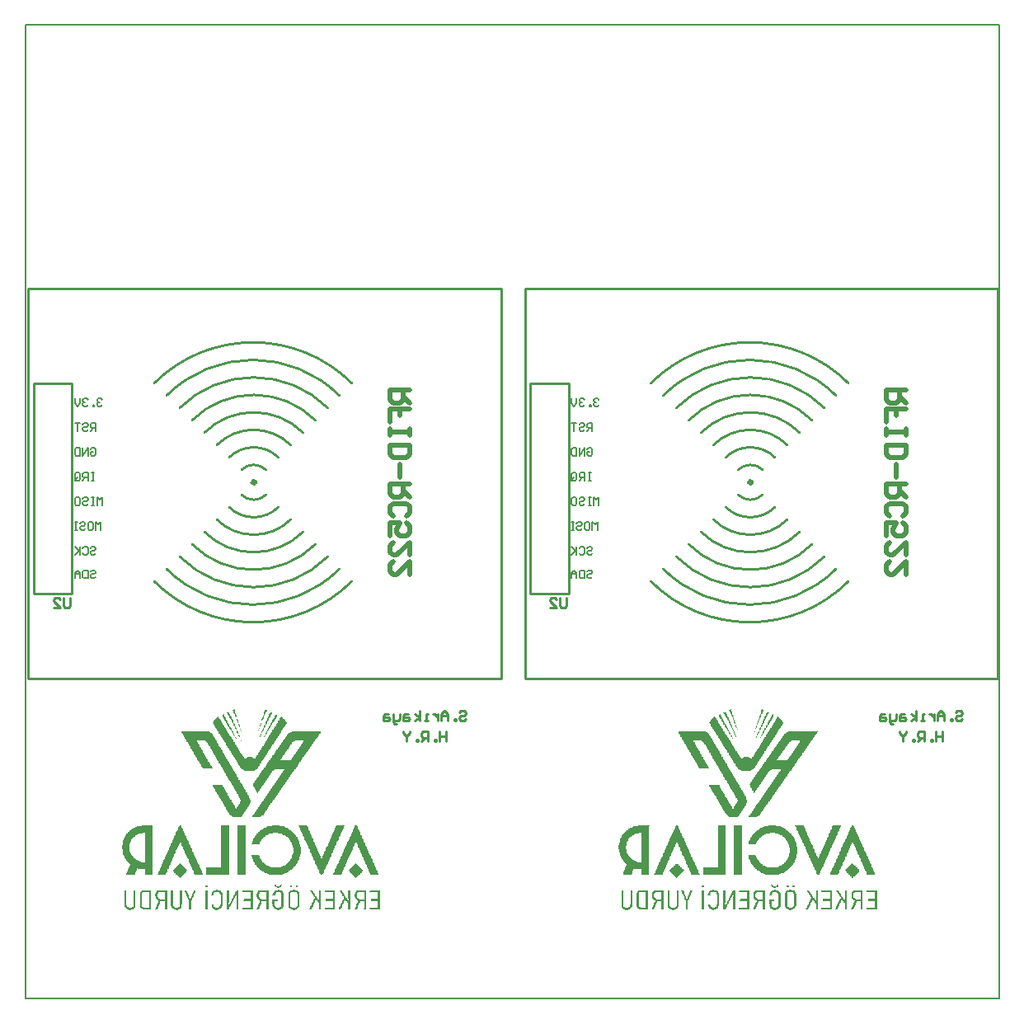
<source format=gbo>
G04*
G04 #@! TF.GenerationSoftware,Altium Limited,Altium Designer,21.3.2 (30)*
G04*
G04 Layer_Color=32896*
%FSLAX25Y25*%
%MOIN*%
G70*
G04*
G04 #@! TF.SameCoordinates,6AF4B204-6769-45D0-A42D-1EC1730201C4*
G04*
G04*
G04 #@! TF.FilePolarity,Positive*
G04*
G01*
G75*
%ADD36C,0.01000*%
%ADD38C,0.00787*%
%ADD99C,0.01968*%
G36*
X297952Y116810D02*
X298408D01*
Y116582D01*
Y116354D01*
Y116126D01*
X298180D01*
Y115898D01*
Y115670D01*
X297952D01*
Y115442D01*
Y115214D01*
X297724D01*
Y114986D01*
X297496D01*
Y114758D01*
Y114530D01*
Y114302D01*
X297268D01*
Y114074D01*
Y113846D01*
X297040D01*
Y113618D01*
Y113390D01*
Y113162D01*
X296812D01*
Y112934D01*
Y112706D01*
X296583D01*
Y112478D01*
Y112250D01*
X296355D01*
Y112022D01*
Y111794D01*
Y111566D01*
X296127D01*
Y111794D01*
Y112022D01*
Y112250D01*
Y112478D01*
X296355D01*
Y112706D01*
Y112934D01*
Y113162D01*
X296583D01*
Y113390D01*
Y113618D01*
Y113846D01*
X296812D01*
Y114074D01*
Y114302D01*
Y114530D01*
X297040D01*
Y114758D01*
Y114986D01*
Y115214D01*
X297268D01*
Y115442D01*
Y115670D01*
Y115898D01*
Y116126D01*
X297496D01*
Y116354D01*
Y116582D01*
X297724D01*
Y116810D01*
Y117038D01*
X297952D01*
Y116810D01*
D02*
G37*
G36*
X97164D02*
X97620D01*
Y116582D01*
Y116354D01*
Y116126D01*
X97392D01*
Y115898D01*
Y115670D01*
X97164D01*
Y115442D01*
Y115214D01*
X96936D01*
Y114986D01*
X96708D01*
Y114758D01*
Y114530D01*
Y114302D01*
X96480D01*
Y114074D01*
Y113846D01*
X96252D01*
Y113618D01*
Y113390D01*
Y113162D01*
X96024D01*
Y112934D01*
Y112706D01*
X95796D01*
Y112478D01*
Y112250D01*
X95568D01*
Y112022D01*
Y111794D01*
Y111566D01*
X95340D01*
Y111794D01*
Y112022D01*
Y112250D01*
Y112478D01*
X95568D01*
Y112706D01*
Y112934D01*
Y113162D01*
X95796D01*
Y113390D01*
Y113618D01*
Y113846D01*
X96024D01*
Y114074D01*
Y114302D01*
Y114530D01*
X96252D01*
Y114758D01*
Y114986D01*
Y115214D01*
X96480D01*
Y115442D01*
Y115670D01*
Y115898D01*
Y116126D01*
X96708D01*
Y116354D01*
Y116582D01*
X96936D01*
Y116810D01*
Y117038D01*
X97164D01*
Y116810D01*
D02*
G37*
G36*
X296127Y111338D02*
Y111109D01*
Y110881D01*
X295899D01*
Y111109D01*
Y111338D01*
Y111566D01*
X296127D01*
Y111338D01*
D02*
G37*
G36*
X95340D02*
Y111109D01*
Y110881D01*
X95112D01*
Y111109D01*
Y111338D01*
Y111566D01*
X95340D01*
Y111338D01*
D02*
G37*
G36*
X295899Y110653D02*
Y110425D01*
Y110197D01*
X295671D01*
Y109969D01*
Y109741D01*
Y109513D01*
X295443D01*
Y109741D01*
Y109969D01*
Y110197D01*
Y110425D01*
X295671D01*
Y110653D01*
Y110881D01*
X295899D01*
Y110653D01*
D02*
G37*
G36*
X95112D02*
Y110425D01*
Y110197D01*
X94884D01*
Y109969D01*
Y109741D01*
Y109513D01*
X94656D01*
Y109741D01*
Y109969D01*
Y110197D01*
Y110425D01*
X94884D01*
Y110653D01*
Y110881D01*
X95112D01*
Y110653D01*
D02*
G37*
G36*
X285410Y116810D02*
Y116582D01*
Y116354D01*
Y116126D01*
X285638D01*
Y115898D01*
Y115670D01*
Y115442D01*
X285866D01*
Y115214D01*
Y114986D01*
Y114758D01*
X286094D01*
Y114530D01*
Y114302D01*
X286322D01*
Y114074D01*
X286094D01*
Y113846D01*
X286322D01*
Y113618D01*
Y113390D01*
Y113162D01*
X286550D01*
Y112934D01*
Y112706D01*
X286778D01*
Y112478D01*
Y112250D01*
Y112022D01*
Y111794D01*
X287006D01*
Y111566D01*
Y111338D01*
Y111109D01*
X287234D01*
Y110881D01*
Y110653D01*
X287462D01*
Y110425D01*
Y110197D01*
Y109969D01*
Y109741D01*
X287690D01*
Y109513D01*
Y109285D01*
X287462D01*
Y109513D01*
Y109741D01*
X287234D01*
Y109969D01*
Y110197D01*
Y110425D01*
X287006D01*
Y110653D01*
Y110881D01*
Y111109D01*
X286778D01*
Y111338D01*
Y111566D01*
X286550D01*
Y111794D01*
Y112022D01*
Y112250D01*
X286322D01*
Y112478D01*
Y112706D01*
X286094D01*
Y112934D01*
Y113162D01*
Y113390D01*
Y113618D01*
X285866D01*
Y113846D01*
Y114074D01*
X285638D01*
Y114302D01*
X285410D01*
Y114530D01*
Y114758D01*
Y114986D01*
X285182D01*
Y115214D01*
Y115442D01*
X284954D01*
Y115670D01*
Y115898D01*
X284726D01*
Y116126D01*
Y116354D01*
X284497D01*
Y116582D01*
X284726D01*
Y116810D01*
X285182D01*
Y117038D01*
X285410D01*
Y116810D01*
D02*
G37*
G36*
X84622D02*
Y116582D01*
Y116354D01*
Y116126D01*
X84850D01*
Y115898D01*
Y115670D01*
Y115442D01*
X85078D01*
Y115214D01*
Y114986D01*
Y114758D01*
X85306D01*
Y114530D01*
Y114302D01*
X85534D01*
Y114074D01*
X85306D01*
Y113846D01*
X85534D01*
Y113618D01*
Y113390D01*
Y113162D01*
X85762D01*
Y112934D01*
Y112706D01*
X85991D01*
Y112478D01*
Y112250D01*
Y112022D01*
Y111794D01*
X86219D01*
Y111566D01*
Y111338D01*
Y111109D01*
X86446D01*
Y110881D01*
Y110653D01*
X86675D01*
Y110425D01*
Y110197D01*
Y109969D01*
Y109741D01*
X86903D01*
Y109513D01*
Y109285D01*
X86675D01*
Y109513D01*
Y109741D01*
X86446D01*
Y109969D01*
Y110197D01*
Y110425D01*
X86219D01*
Y110653D01*
Y110881D01*
Y111109D01*
X85991D01*
Y111338D01*
Y111566D01*
X85762D01*
Y111794D01*
Y112022D01*
Y112250D01*
X85534D01*
Y112478D01*
Y112706D01*
X85306D01*
Y112934D01*
Y113162D01*
Y113390D01*
Y113618D01*
X85078D01*
Y113846D01*
Y114074D01*
X84850D01*
Y114302D01*
X84622D01*
Y114530D01*
Y114758D01*
Y114986D01*
X84394D01*
Y115214D01*
Y115442D01*
X84166D01*
Y115670D01*
Y115898D01*
X83938D01*
Y116126D01*
Y116354D01*
X83710D01*
Y116582D01*
X83938D01*
Y116810D01*
X84394D01*
Y117038D01*
X84622D01*
Y116810D01*
D02*
G37*
G36*
X295443Y109285D02*
Y109057D01*
X295215D01*
Y109285D01*
Y109513D01*
X295443D01*
Y109285D01*
D02*
G37*
G36*
X94656D02*
Y109057D01*
X94428D01*
Y109285D01*
Y109513D01*
X94656D01*
Y109285D01*
D02*
G37*
G36*
X287918Y108829D02*
Y108601D01*
X287690D01*
Y108829D01*
Y109057D01*
X287918D01*
Y108829D01*
D02*
G37*
G36*
X87131D02*
Y108601D01*
X86903D01*
Y108829D01*
Y109057D01*
X87131D01*
Y108829D01*
D02*
G37*
G36*
X295215Y108601D02*
Y108373D01*
X294987D01*
Y108601D01*
Y108829D01*
X295215D01*
Y108601D01*
D02*
G37*
G36*
X94428D02*
Y108373D01*
X94200D01*
Y108601D01*
Y108829D01*
X94428D01*
Y108601D01*
D02*
G37*
G36*
X288146Y108145D02*
Y107917D01*
X287918D01*
Y108145D01*
Y108373D01*
X288146D01*
Y108145D01*
D02*
G37*
G36*
X87359D02*
Y107917D01*
X87131D01*
Y108145D01*
Y108373D01*
X87359D01*
Y108145D01*
D02*
G37*
G36*
X294987Y107917D02*
Y107689D01*
X294759D01*
Y107917D01*
Y108145D01*
X294987D01*
Y107917D01*
D02*
G37*
G36*
X94200D02*
Y107689D01*
X93972D01*
Y107917D01*
Y108145D01*
X94200D01*
Y107917D01*
D02*
G37*
G36*
X300232Y115670D02*
X300688D01*
Y115442D01*
X300460D01*
Y115214D01*
Y114986D01*
X300232D01*
Y114758D01*
Y114530D01*
X300004D01*
Y114302D01*
X299776D01*
Y114074D01*
Y113846D01*
X299548D01*
Y113618D01*
Y113390D01*
X299320D01*
Y113162D01*
Y112934D01*
X299092D01*
Y112706D01*
Y112478D01*
X298864D01*
Y112250D01*
Y112022D01*
X298636D01*
Y111794D01*
Y111566D01*
X298408D01*
Y111338D01*
Y111109D01*
X298180D01*
Y110881D01*
Y110653D01*
X297952D01*
Y110425D01*
Y110197D01*
X297724D01*
Y109969D01*
Y109741D01*
X297496D01*
Y109513D01*
Y109285D01*
X297268D01*
Y109057D01*
Y108829D01*
X297040D01*
Y108601D01*
Y108373D01*
X296812D01*
Y108145D01*
Y107917D01*
X296583D01*
Y107689D01*
Y107461D01*
X296355D01*
Y107233D01*
Y107005D01*
X296127D01*
Y107233D01*
Y107461D01*
Y107689D01*
X296355D01*
Y107917D01*
Y108145D01*
X296583D01*
Y108373D01*
Y108601D01*
Y108829D01*
X296812D01*
Y109057D01*
Y109285D01*
X297040D01*
Y109513D01*
Y109741D01*
X297268D01*
Y109969D01*
Y110197D01*
Y110425D01*
X297496D01*
Y110653D01*
Y110881D01*
X297724D01*
Y111109D01*
Y111338D01*
X297952D01*
Y111566D01*
Y111794D01*
Y112022D01*
X298180D01*
Y112250D01*
Y112478D01*
X298408D01*
Y112706D01*
Y112934D01*
X298636D01*
Y113162D01*
Y113390D01*
X298864D01*
Y113618D01*
Y113846D01*
Y114074D01*
X299092D01*
Y114302D01*
Y114530D01*
X299320D01*
Y114758D01*
Y114986D01*
X299548D01*
Y115214D01*
Y115442D01*
X299776D01*
Y115670D01*
Y115898D01*
X300232D01*
Y115670D01*
D02*
G37*
G36*
X99445D02*
X99901D01*
Y115442D01*
X99673D01*
Y115214D01*
Y114986D01*
X99445D01*
Y114758D01*
Y114530D01*
X99217D01*
Y114302D01*
X98988D01*
Y114074D01*
Y113846D01*
X98760D01*
Y113618D01*
Y113390D01*
X98532D01*
Y113162D01*
Y112934D01*
X98304D01*
Y112706D01*
Y112478D01*
X98076D01*
Y112250D01*
Y112022D01*
X97848D01*
Y111794D01*
Y111566D01*
X97620D01*
Y111338D01*
Y111109D01*
X97392D01*
Y110881D01*
Y110653D01*
X97164D01*
Y110425D01*
Y110197D01*
X96936D01*
Y109969D01*
Y109741D01*
X96708D01*
Y109513D01*
Y109285D01*
X96480D01*
Y109057D01*
Y108829D01*
X96252D01*
Y108601D01*
Y108373D01*
X96024D01*
Y108145D01*
Y107917D01*
X95796D01*
Y107689D01*
Y107461D01*
X95568D01*
Y107233D01*
Y107005D01*
X95340D01*
Y107233D01*
Y107461D01*
Y107689D01*
X95568D01*
Y107917D01*
Y108145D01*
X95796D01*
Y108373D01*
Y108601D01*
Y108829D01*
X96024D01*
Y109057D01*
Y109285D01*
X96252D01*
Y109513D01*
Y109741D01*
X96480D01*
Y109969D01*
Y110197D01*
Y110425D01*
X96708D01*
Y110653D01*
Y110881D01*
X96936D01*
Y111109D01*
Y111338D01*
X97164D01*
Y111566D01*
Y111794D01*
Y112022D01*
X97392D01*
Y112250D01*
Y112478D01*
X97620D01*
Y112706D01*
Y112934D01*
X97848D01*
Y113162D01*
Y113390D01*
X98076D01*
Y113618D01*
Y113846D01*
Y114074D01*
X98304D01*
Y114302D01*
Y114530D01*
X98532D01*
Y114758D01*
Y114986D01*
X98760D01*
Y115214D01*
Y115442D01*
X98988D01*
Y115670D01*
Y115898D01*
X99445D01*
Y115670D01*
D02*
G37*
G36*
X296127Y106777D02*
Y106549D01*
X295899D01*
Y106777D01*
Y107005D01*
X296127D01*
Y106777D01*
D02*
G37*
G36*
X95340D02*
Y106549D01*
X95112D01*
Y106777D01*
Y107005D01*
X95340D01*
Y106777D01*
D02*
G37*
G36*
X302284Y114758D02*
X302512D01*
Y114530D01*
X302740D01*
Y114302D01*
X302512D01*
Y114074D01*
Y113846D01*
X302284D01*
Y113618D01*
X302056D01*
Y113390D01*
Y113162D01*
X301828D01*
Y112934D01*
Y112706D01*
X301600D01*
Y112478D01*
Y112250D01*
X301372D01*
Y112022D01*
X301144D01*
Y111794D01*
X300916D01*
Y111566D01*
Y111338D01*
X300688D01*
Y111109D01*
Y110881D01*
X300460D01*
Y110653D01*
X300232D01*
Y110425D01*
Y110197D01*
X300004D01*
Y109969D01*
Y109741D01*
X299776D01*
Y109513D01*
Y109285D01*
X299548D01*
Y109057D01*
X299320D01*
Y108829D01*
Y108601D01*
X299092D01*
Y108373D01*
X298864D01*
Y108145D01*
Y107917D01*
X298636D01*
Y107689D01*
Y107461D01*
X298408D01*
Y107233D01*
X298180D01*
Y107005D01*
Y106777D01*
X297952D01*
Y106549D01*
Y106321D01*
X297724D01*
Y106093D01*
X297496D01*
Y106321D01*
Y106549D01*
X297724D01*
Y106777D01*
Y107005D01*
X297952D01*
Y107233D01*
Y107461D01*
X298180D01*
Y107689D01*
Y107917D01*
X298408D01*
Y108145D01*
Y108373D01*
X298636D01*
Y108601D01*
Y108829D01*
X298864D01*
Y109057D01*
Y109285D01*
X299092D01*
Y109513D01*
X299320D01*
Y109741D01*
Y109969D01*
X299548D01*
Y110197D01*
Y110425D01*
X299776D01*
Y110653D01*
Y110881D01*
X300004D01*
Y111109D01*
Y111338D01*
X300232D01*
Y111566D01*
Y111794D01*
X300460D01*
Y112022D01*
Y112250D01*
X300688D01*
Y112478D01*
Y112706D01*
X300916D01*
Y112934D01*
X301144D01*
Y113162D01*
Y113390D01*
X301372D01*
Y113618D01*
Y113846D01*
Y114074D01*
X301600D01*
Y114302D01*
X301828D01*
Y114530D01*
Y114758D01*
X302056D01*
Y114986D01*
X302284D01*
Y114758D01*
D02*
G37*
G36*
X101497D02*
X101725D01*
Y114530D01*
X101953D01*
Y114302D01*
X101725D01*
Y114074D01*
Y113846D01*
X101497D01*
Y113618D01*
X101269D01*
Y113390D01*
Y113162D01*
X101041D01*
Y112934D01*
Y112706D01*
X100813D01*
Y112478D01*
Y112250D01*
X100585D01*
Y112022D01*
X100357D01*
Y111794D01*
X100129D01*
Y111566D01*
Y111338D01*
X99901D01*
Y111109D01*
Y110881D01*
X99673D01*
Y110653D01*
X99445D01*
Y110425D01*
Y110197D01*
X99217D01*
Y109969D01*
Y109741D01*
X98988D01*
Y109513D01*
Y109285D01*
X98760D01*
Y109057D01*
X98532D01*
Y108829D01*
Y108601D01*
X98304D01*
Y108373D01*
X98076D01*
Y108145D01*
Y107917D01*
X97848D01*
Y107689D01*
Y107461D01*
X97620D01*
Y107233D01*
X97392D01*
Y107005D01*
Y106777D01*
X97164D01*
Y106549D01*
Y106321D01*
X96936D01*
Y106093D01*
X96708D01*
Y106321D01*
Y106549D01*
X96936D01*
Y106777D01*
Y107005D01*
X97164D01*
Y107233D01*
Y107461D01*
X97392D01*
Y107689D01*
Y107917D01*
X97620D01*
Y108145D01*
Y108373D01*
X97848D01*
Y108601D01*
Y108829D01*
X98076D01*
Y109057D01*
Y109285D01*
X98304D01*
Y109513D01*
X98532D01*
Y109741D01*
Y109969D01*
X98760D01*
Y110197D01*
Y110425D01*
X98988D01*
Y110653D01*
Y110881D01*
X99217D01*
Y111109D01*
Y111338D01*
X99445D01*
Y111566D01*
Y111794D01*
X99673D01*
Y112022D01*
Y112250D01*
X99901D01*
Y112478D01*
Y112706D01*
X100129D01*
Y112934D01*
X100357D01*
Y113162D01*
Y113390D01*
X100585D01*
Y113618D01*
Y113846D01*
Y114074D01*
X100813D01*
Y114302D01*
X101041D01*
Y114530D01*
Y114758D01*
X101269D01*
Y114986D01*
X101497D01*
Y114758D01*
D02*
G37*
G36*
X297496Y105865D02*
Y105637D01*
X297268D01*
Y105865D01*
Y106093D01*
X297496D01*
Y105865D01*
D02*
G37*
G36*
X283129Y115670D02*
X283357D01*
Y115442D01*
Y115214D01*
Y114986D01*
X283585D01*
Y114758D01*
Y114530D01*
X283813D01*
Y114302D01*
Y114074D01*
X284042D01*
Y113846D01*
Y113618D01*
X284269D01*
Y113390D01*
Y113162D01*
X284497D01*
Y112934D01*
Y112706D01*
X284726D01*
Y112478D01*
Y112250D01*
Y112022D01*
X284954D01*
Y111794D01*
Y111566D01*
X285182D01*
Y111338D01*
Y111109D01*
X285410D01*
Y110881D01*
Y110653D01*
Y110425D01*
X285638D01*
Y110197D01*
Y109969D01*
X285866D01*
Y109741D01*
Y109513D01*
X286094D01*
Y109285D01*
Y109057D01*
Y108829D01*
X286322D01*
Y108601D01*
Y108373D01*
X286550D01*
Y108145D01*
Y107917D01*
X286778D01*
Y107689D01*
Y107461D01*
Y107233D01*
X287006D01*
Y107005D01*
Y106777D01*
X287234D01*
Y106549D01*
Y106321D01*
X287462D01*
Y106093D01*
Y105865D01*
Y105637D01*
X287234D01*
Y105865D01*
Y106093D01*
X287006D01*
Y106321D01*
Y106549D01*
X286778D01*
Y106777D01*
Y107005D01*
X286550D01*
Y107233D01*
Y107461D01*
X286322D01*
Y107689D01*
Y107917D01*
Y108145D01*
X286094D01*
Y108373D01*
Y108601D01*
X285866D01*
Y108829D01*
Y109057D01*
X285638D01*
Y109285D01*
Y109513D01*
X285410D01*
Y109741D01*
Y109969D01*
X285182D01*
Y110197D01*
Y110425D01*
X284954D01*
Y110653D01*
Y110881D01*
X284726D01*
Y111109D01*
Y111338D01*
X284497D01*
Y111566D01*
Y111794D01*
X284269D01*
Y112022D01*
Y112250D01*
X284042D01*
Y112478D01*
Y112706D01*
X283813D01*
Y112934D01*
Y113162D01*
X283585D01*
Y113390D01*
X283357D01*
Y113618D01*
Y113846D01*
X283129D01*
Y114074D01*
Y114302D01*
X282901D01*
Y114530D01*
Y114758D01*
X282673D01*
Y114986D01*
X282445D01*
Y115214D01*
Y115442D01*
X282217D01*
Y115670D01*
X282673D01*
Y115898D01*
X283129D01*
Y115670D01*
D02*
G37*
G36*
X96708Y105865D02*
Y105637D01*
X96480D01*
Y105865D01*
Y106093D01*
X96708D01*
Y105865D01*
D02*
G37*
G36*
X82342Y115670D02*
X82570D01*
Y115442D01*
Y115214D01*
Y114986D01*
X82798D01*
Y114758D01*
Y114530D01*
X83026D01*
Y114302D01*
Y114074D01*
X83254D01*
Y113846D01*
Y113618D01*
X83482D01*
Y113390D01*
Y113162D01*
X83710D01*
Y112934D01*
Y112706D01*
X83938D01*
Y112478D01*
Y112250D01*
Y112022D01*
X84166D01*
Y111794D01*
Y111566D01*
X84394D01*
Y111338D01*
Y111109D01*
X84622D01*
Y110881D01*
Y110653D01*
Y110425D01*
X84850D01*
Y110197D01*
Y109969D01*
X85078D01*
Y109741D01*
Y109513D01*
X85306D01*
Y109285D01*
Y109057D01*
Y108829D01*
X85534D01*
Y108601D01*
Y108373D01*
X85762D01*
Y108145D01*
Y107917D01*
X85991D01*
Y107689D01*
Y107461D01*
Y107233D01*
X86219D01*
Y107005D01*
Y106777D01*
X86446D01*
Y106549D01*
Y106321D01*
X86675D01*
Y106093D01*
Y105865D01*
Y105637D01*
X86446D01*
Y105865D01*
Y106093D01*
X86219D01*
Y106321D01*
Y106549D01*
X85991D01*
Y106777D01*
Y107005D01*
X85762D01*
Y107233D01*
Y107461D01*
X85534D01*
Y107689D01*
Y107917D01*
Y108145D01*
X85306D01*
Y108373D01*
Y108601D01*
X85078D01*
Y108829D01*
Y109057D01*
X84850D01*
Y109285D01*
Y109513D01*
X84622D01*
Y109741D01*
Y109969D01*
X84394D01*
Y110197D01*
Y110425D01*
X84166D01*
Y110653D01*
Y110881D01*
X83938D01*
Y111109D01*
Y111338D01*
X83710D01*
Y111566D01*
Y111794D01*
X83482D01*
Y112022D01*
Y112250D01*
X83254D01*
Y112478D01*
Y112706D01*
X83026D01*
Y112934D01*
Y113162D01*
X82798D01*
Y113390D01*
X82570D01*
Y113618D01*
Y113846D01*
X82342D01*
Y114074D01*
Y114302D01*
X82114D01*
Y114530D01*
Y114758D01*
X81886D01*
Y114986D01*
X81658D01*
Y115214D01*
Y115442D01*
X81430D01*
Y115670D01*
X81886D01*
Y115898D01*
X82342D01*
Y115670D01*
D02*
G37*
G36*
X297268Y105409D02*
X297040D01*
Y105637D01*
X297268D01*
Y105409D01*
D02*
G37*
G36*
X295899Y106321D02*
Y106093D01*
Y105865D01*
X295671D01*
Y105637D01*
Y105409D01*
X295443D01*
Y105637D01*
Y105865D01*
Y106093D01*
X295671D01*
Y106321D01*
Y106549D01*
X295899D01*
Y106321D01*
D02*
G37*
G36*
X96480Y105409D02*
X96252D01*
Y105637D01*
X96480D01*
Y105409D01*
D02*
G37*
G36*
X95112Y106321D02*
Y106093D01*
Y105865D01*
X94884D01*
Y105637D01*
Y105409D01*
X94656D01*
Y105637D01*
Y105865D01*
Y106093D01*
X94884D01*
Y106321D01*
Y106549D01*
X95112D01*
Y106321D01*
D02*
G37*
G36*
X281077Y114758D02*
Y114530D01*
Y114302D01*
X281305D01*
Y114074D01*
X281533D01*
Y113846D01*
Y113618D01*
X281761D01*
Y113390D01*
Y113162D01*
X281989D01*
Y112934D01*
Y112706D01*
X282217D01*
Y112478D01*
Y112250D01*
X282445D01*
Y112022D01*
Y111794D01*
X282673D01*
Y111566D01*
Y111338D01*
X282901D01*
Y111109D01*
X283129D01*
Y110881D01*
Y110653D01*
X283357D01*
Y110425D01*
Y110197D01*
X283585D01*
Y109969D01*
Y109741D01*
X283813D01*
Y109513D01*
Y109285D01*
X284042D01*
Y109057D01*
Y108829D01*
X284269D01*
Y108601D01*
Y108373D01*
X284497D01*
Y108145D01*
Y107917D01*
X284726D01*
Y107689D01*
Y107461D01*
X284954D01*
Y107233D01*
X285182D01*
Y107005D01*
Y106777D01*
Y106549D01*
X285410D01*
Y106321D01*
X285638D01*
Y106093D01*
Y105865D01*
X285866D01*
Y105637D01*
Y105409D01*
X286094D01*
Y105181D01*
Y104953D01*
X285866D01*
Y105181D01*
Y105409D01*
X285638D01*
Y105637D01*
Y105865D01*
X285410D01*
Y106093D01*
X285182D01*
Y106321D01*
Y106549D01*
X284954D01*
Y106777D01*
X284726D01*
Y107005D01*
Y107233D01*
X284497D01*
Y107461D01*
Y107689D01*
X284269D01*
Y107917D01*
X284042D01*
Y108145D01*
Y108373D01*
X283813D01*
Y108601D01*
Y108829D01*
X283585D01*
Y109057D01*
X283357D01*
Y109285D01*
Y109513D01*
X283129D01*
Y109741D01*
X282901D01*
Y109969D01*
Y110197D01*
X282673D01*
Y110425D01*
Y110653D01*
X282445D01*
Y110881D01*
X282217D01*
Y111109D01*
Y111338D01*
X281989D01*
Y111566D01*
Y111794D01*
X281761D01*
Y112022D01*
X281533D01*
Y112250D01*
Y112478D01*
X281305D01*
Y112706D01*
Y112934D01*
X281077D01*
Y113162D01*
X280849D01*
Y113390D01*
Y113618D01*
X280621D01*
Y113846D01*
X280393D01*
Y114074D01*
Y114302D01*
X280165D01*
Y114530D01*
X280393D01*
Y114758D01*
X280849D01*
Y114986D01*
X281077D01*
Y114758D01*
D02*
G37*
G36*
X80290D02*
Y114530D01*
Y114302D01*
X80518D01*
Y114074D01*
X80746D01*
Y113846D01*
Y113618D01*
X80974D01*
Y113390D01*
Y113162D01*
X81202D01*
Y112934D01*
Y112706D01*
X81430D01*
Y112478D01*
Y112250D01*
X81658D01*
Y112022D01*
Y111794D01*
X81886D01*
Y111566D01*
Y111338D01*
X82114D01*
Y111109D01*
X82342D01*
Y110881D01*
Y110653D01*
X82570D01*
Y110425D01*
Y110197D01*
X82798D01*
Y109969D01*
Y109741D01*
X83026D01*
Y109513D01*
Y109285D01*
X83254D01*
Y109057D01*
Y108829D01*
X83482D01*
Y108601D01*
Y108373D01*
X83710D01*
Y108145D01*
Y107917D01*
X83938D01*
Y107689D01*
Y107461D01*
X84166D01*
Y107233D01*
X84394D01*
Y107005D01*
Y106777D01*
Y106549D01*
X84622D01*
Y106321D01*
X84850D01*
Y106093D01*
Y105865D01*
X85078D01*
Y105637D01*
Y105409D01*
X85306D01*
Y105181D01*
Y104953D01*
X85078D01*
Y105181D01*
Y105409D01*
X84850D01*
Y105637D01*
Y105865D01*
X84622D01*
Y106093D01*
X84394D01*
Y106321D01*
Y106549D01*
X84166D01*
Y106777D01*
X83938D01*
Y107005D01*
Y107233D01*
X83710D01*
Y107461D01*
Y107689D01*
X83482D01*
Y107917D01*
X83254D01*
Y108145D01*
Y108373D01*
X83026D01*
Y108601D01*
Y108829D01*
X82798D01*
Y109057D01*
X82570D01*
Y109285D01*
Y109513D01*
X82342D01*
Y109741D01*
X82114D01*
Y109969D01*
Y110197D01*
X81886D01*
Y110425D01*
Y110653D01*
X81658D01*
Y110881D01*
X81430D01*
Y111109D01*
Y111338D01*
X81202D01*
Y111566D01*
Y111794D01*
X80974D01*
Y112022D01*
X80746D01*
Y112250D01*
Y112478D01*
X80518D01*
Y112706D01*
Y112934D01*
X80290D01*
Y113162D01*
X80062D01*
Y113390D01*
Y113618D01*
X79834D01*
Y113846D01*
X79606D01*
Y114074D01*
Y114302D01*
X79377D01*
Y114530D01*
X79606D01*
Y114758D01*
X80062D01*
Y114986D01*
X80290D01*
Y114758D01*
D02*
G37*
G36*
X288146Y104269D02*
Y104040D01*
X287918D01*
Y104269D01*
Y104497D01*
X288146D01*
Y104269D01*
D02*
G37*
G36*
X87359D02*
Y104040D01*
X87131D01*
Y104269D01*
Y104497D01*
X87359D01*
Y104269D01*
D02*
G37*
G36*
X304565Y113846D02*
X304793D01*
Y113618D01*
Y113390D01*
X305021D01*
Y113162D01*
X305249D01*
Y112934D01*
X305477D01*
Y112706D01*
X305705D01*
Y112478D01*
X305933D01*
Y112250D01*
Y112022D01*
X306161D01*
Y111794D01*
X306389D01*
Y111566D01*
X306617D01*
Y111338D01*
X306389D01*
Y111109D01*
X306161D01*
Y110881D01*
Y110653D01*
X305933D01*
Y110425D01*
X305705D01*
Y110197D01*
Y109969D01*
X305477D01*
Y109741D01*
X305249D01*
Y109513D01*
Y109285D01*
X305021D01*
Y109057D01*
X304793D01*
Y108829D01*
Y108601D01*
X304565D01*
Y108373D01*
X304337D01*
Y108145D01*
Y107917D01*
X304109D01*
Y107689D01*
Y107461D01*
X303881D01*
Y107233D01*
X303653D01*
Y107005D01*
Y106777D01*
X303425D01*
Y106549D01*
X303197D01*
Y106321D01*
Y106093D01*
X302968D01*
Y105865D01*
X302740D01*
Y105637D01*
Y105409D01*
X302512D01*
Y105181D01*
X302284D01*
Y104953D01*
Y104725D01*
X302056D01*
Y104497D01*
X301828D01*
Y104269D01*
Y104040D01*
X301600D01*
Y103812D01*
Y103584D01*
X301372D01*
Y103356D01*
X301144D01*
Y103128D01*
Y102900D01*
X300916D01*
Y102672D01*
X300688D01*
Y102444D01*
Y102216D01*
X300460D01*
Y101988D01*
X300232D01*
Y101760D01*
Y101532D01*
X300004D01*
Y101304D01*
X299776D01*
Y101076D01*
Y100848D01*
X299548D01*
Y100620D01*
X299320D01*
Y100392D01*
Y100164D01*
X299092D01*
Y99936D01*
X298864D01*
Y99708D01*
Y99480D01*
X298636D01*
Y99252D01*
Y99024D01*
X298408D01*
Y98796D01*
X298180D01*
Y98568D01*
Y98339D01*
X297952D01*
Y98111D01*
X297724D01*
Y97883D01*
Y97655D01*
X297496D01*
Y97427D01*
X297268D01*
Y97199D01*
Y96971D01*
X297040D01*
Y96743D01*
X296812D01*
Y96515D01*
Y96287D01*
X296583D01*
Y96059D01*
X296355D01*
Y95831D01*
Y95603D01*
X296127D01*
Y95375D01*
Y95147D01*
X295899D01*
Y94919D01*
X295671D01*
Y94691D01*
Y94463D01*
X295443D01*
Y94235D01*
X295215D01*
Y94007D01*
Y93779D01*
X294987D01*
Y93551D01*
Y93323D01*
X294759D01*
Y93095D01*
X294531D01*
Y92867D01*
X294303D01*
Y92639D01*
X293847D01*
Y92411D01*
X293391D01*
Y92183D01*
X292479D01*
Y91954D01*
X289970D01*
Y92183D01*
X289286D01*
Y92411D01*
X288830D01*
Y92639D01*
X288374D01*
Y92867D01*
X288146D01*
Y93095D01*
X287918D01*
Y93323D01*
X287690D01*
Y93551D01*
Y93779D01*
X287462D01*
Y94007D01*
X287234D01*
Y94235D01*
Y94463D01*
X287006D01*
Y94691D01*
Y94919D01*
X286778D01*
Y95147D01*
X286550D01*
Y95375D01*
Y95603D01*
X286322D01*
Y95831D01*
X286094D01*
Y96059D01*
Y96287D01*
X285866D01*
Y96515D01*
Y96743D01*
X285638D01*
Y96971D01*
X285410D01*
Y97199D01*
Y97427D01*
X285182D01*
Y97655D01*
X284954D01*
Y97883D01*
Y98111D01*
X284726D01*
Y98339D01*
Y98568D01*
X284497D01*
Y98796D01*
X284269D01*
Y99024D01*
Y99252D01*
X284042D01*
Y99480D01*
X283813D01*
Y99708D01*
Y99936D01*
X283585D01*
Y100164D01*
Y100392D01*
X283357D01*
Y100620D01*
X283129D01*
Y100848D01*
Y101076D01*
X282901D01*
Y101304D01*
Y101532D01*
X282673D01*
Y101760D01*
X282445D01*
Y101988D01*
Y102216D01*
X282217D01*
Y102444D01*
X281989D01*
Y102672D01*
Y102900D01*
X281761D01*
Y103128D01*
Y103356D01*
X281533D01*
Y103584D01*
X281305D01*
Y103812D01*
Y104040D01*
X281077D01*
Y104269D01*
X280849D01*
Y104497D01*
Y104725D01*
X280621D01*
Y104953D01*
Y105181D01*
X280393D01*
Y105409D01*
X280165D01*
Y105637D01*
Y105865D01*
X279937D01*
Y106093D01*
Y106321D01*
X279709D01*
Y106549D01*
X279481D01*
Y106777D01*
Y107005D01*
X279253D01*
Y107233D01*
X279025D01*
Y107461D01*
Y107689D01*
X278797D01*
Y107917D01*
X278569D01*
Y108145D01*
Y108373D01*
X278341D01*
Y108601D01*
Y108829D01*
X278113D01*
Y109057D01*
X277885D01*
Y109285D01*
Y109513D01*
X277657D01*
Y109741D01*
X277428D01*
Y109969D01*
Y110197D01*
X277200D01*
Y110425D01*
Y110653D01*
X276972D01*
Y110881D01*
Y111109D01*
X276744D01*
Y111338D01*
X276516D01*
Y111566D01*
Y111794D01*
X276744D01*
Y112022D01*
X276972D01*
Y112250D01*
X277200D01*
Y112478D01*
Y112706D01*
X277428D01*
Y112934D01*
X277657D01*
Y113162D01*
X277885D01*
Y113390D01*
X278113D01*
Y113618D01*
X278341D01*
Y113846D01*
X278569D01*
Y114074D01*
X278797D01*
Y113846D01*
Y113618D01*
X279025D01*
Y113390D01*
X279253D01*
Y113162D01*
Y112934D01*
X279481D01*
Y112706D01*
X279709D01*
Y112478D01*
Y112250D01*
X279937D01*
Y112022D01*
X280165D01*
Y111794D01*
Y111566D01*
X280393D01*
Y111338D01*
Y111109D01*
X280621D01*
Y110881D01*
X280849D01*
Y110653D01*
Y110425D01*
X281077D01*
Y110197D01*
Y109969D01*
X281305D01*
Y109741D01*
X281533D01*
Y109513D01*
Y109285D01*
X281761D01*
Y109057D01*
X281989D01*
Y108829D01*
Y108601D01*
X282217D01*
Y108373D01*
Y108145D01*
X282445D01*
Y107917D01*
X282673D01*
Y107689D01*
Y107461D01*
X282901D01*
Y107233D01*
X283129D01*
Y107005D01*
Y106777D01*
X283357D01*
Y106549D01*
Y106321D01*
X283585D01*
Y106093D01*
X283813D01*
Y105865D01*
Y105637D01*
X284042D01*
Y105409D01*
X284269D01*
Y105181D01*
Y104953D01*
X284497D01*
Y104725D01*
X284726D01*
Y104497D01*
Y104269D01*
X284954D01*
Y104040D01*
Y103812D01*
X285182D01*
Y103584D01*
X285410D01*
Y103356D01*
Y103128D01*
X285638D01*
Y102900D01*
Y102672D01*
X285866D01*
Y102444D01*
X286094D01*
Y102216D01*
Y101988D01*
X286322D01*
Y101760D01*
X286550D01*
Y101532D01*
Y101304D01*
X286778D01*
Y101076D01*
Y100848D01*
X287006D01*
Y100620D01*
X287234D01*
Y100392D01*
Y100164D01*
X287462D01*
Y99936D01*
X287690D01*
Y99708D01*
Y99480D01*
X287918D01*
Y99252D01*
Y99024D01*
X288146D01*
Y98796D01*
X288374D01*
Y98568D01*
Y98339D01*
X288602D01*
Y98111D01*
X288830D01*
Y97883D01*
Y97655D01*
X289058D01*
Y97427D01*
X289286D01*
Y97199D01*
Y96971D01*
X289742D01*
Y97199D01*
X290198D01*
Y97427D01*
X290426D01*
Y97655D01*
X290882D01*
Y97883D01*
X292023D01*
Y97655D01*
X292479D01*
Y97427D01*
X292935D01*
Y97199D01*
X293163D01*
Y96971D01*
X293619D01*
Y97199D01*
X293847D01*
Y97427D01*
Y97655D01*
X294075D01*
Y97883D01*
X294303D01*
Y98111D01*
Y98339D01*
X294531D01*
Y98568D01*
X294759D01*
Y98796D01*
Y99024D01*
X294987D01*
Y99252D01*
X295215D01*
Y99480D01*
Y99708D01*
X295443D01*
Y99936D01*
Y100164D01*
X295671D01*
Y100392D01*
X295899D01*
Y100620D01*
Y100848D01*
X296127D01*
Y101076D01*
X296355D01*
Y101304D01*
Y101532D01*
X296583D01*
Y101760D01*
Y101988D01*
X296812D01*
Y102216D01*
X297040D01*
Y102444D01*
Y102672D01*
X297268D01*
Y102900D01*
X297496D01*
Y103128D01*
Y103356D01*
X297724D01*
Y103584D01*
Y103812D01*
X297952D01*
Y104040D01*
X298180D01*
Y104269D01*
Y104497D01*
X298408D01*
Y104725D01*
Y104953D01*
X298636D01*
Y105181D01*
X298864D01*
Y105409D01*
Y105637D01*
X299092D01*
Y105865D01*
X299320D01*
Y106093D01*
Y106321D01*
X299548D01*
Y106549D01*
Y106777D01*
X299776D01*
Y107005D01*
X300004D01*
Y107233D01*
Y107461D01*
X300232D01*
Y107689D01*
X300460D01*
Y107917D01*
Y108145D01*
X300688D01*
Y108373D01*
Y108601D01*
X300916D01*
Y108829D01*
X301144D01*
Y109057D01*
Y109285D01*
X301372D01*
Y109513D01*
X301600D01*
Y109741D01*
Y109969D01*
X301828D01*
Y110197D01*
X302056D01*
Y110425D01*
Y110653D01*
X302284D01*
Y110881D01*
Y111109D01*
X302512D01*
Y111338D01*
Y111566D01*
X302740D01*
Y111794D01*
X302968D01*
Y112022D01*
Y112250D01*
X303197D01*
Y112478D01*
X303425D01*
Y112706D01*
Y112934D01*
X303653D01*
Y113162D01*
Y113390D01*
X303881D01*
Y113618D01*
X304109D01*
Y113846D01*
Y114074D01*
X304565D01*
Y113846D01*
D02*
G37*
G36*
X103777D02*
X104005D01*
Y113618D01*
Y113390D01*
X104233D01*
Y113162D01*
X104461D01*
Y112934D01*
X104689D01*
Y112706D01*
X104917D01*
Y112478D01*
X105146D01*
Y112250D01*
Y112022D01*
X105374D01*
Y111794D01*
X105602D01*
Y111566D01*
X105830D01*
Y111338D01*
X105602D01*
Y111109D01*
X105374D01*
Y110881D01*
Y110653D01*
X105146D01*
Y110425D01*
X104917D01*
Y110197D01*
Y109969D01*
X104689D01*
Y109741D01*
X104461D01*
Y109513D01*
Y109285D01*
X104233D01*
Y109057D01*
X104005D01*
Y108829D01*
Y108601D01*
X103777D01*
Y108373D01*
X103549D01*
Y108145D01*
Y107917D01*
X103321D01*
Y107689D01*
Y107461D01*
X103093D01*
Y107233D01*
X102865D01*
Y107005D01*
Y106777D01*
X102637D01*
Y106549D01*
X102409D01*
Y106321D01*
Y106093D01*
X102181D01*
Y105865D01*
X101953D01*
Y105637D01*
Y105409D01*
X101725D01*
Y105181D01*
X101497D01*
Y104953D01*
Y104725D01*
X101269D01*
Y104497D01*
X101041D01*
Y104269D01*
Y104040D01*
X100813D01*
Y103812D01*
Y103584D01*
X100585D01*
Y103356D01*
X100357D01*
Y103128D01*
Y102900D01*
X100129D01*
Y102672D01*
X99901D01*
Y102444D01*
Y102216D01*
X99673D01*
Y101988D01*
X99445D01*
Y101760D01*
Y101532D01*
X99217D01*
Y101304D01*
X98988D01*
Y101076D01*
Y100848D01*
X98760D01*
Y100620D01*
X98532D01*
Y100392D01*
Y100164D01*
X98304D01*
Y99936D01*
X98076D01*
Y99708D01*
Y99480D01*
X97848D01*
Y99252D01*
Y99024D01*
X97620D01*
Y98796D01*
X97392D01*
Y98568D01*
Y98339D01*
X97164D01*
Y98111D01*
X96936D01*
Y97883D01*
Y97655D01*
X96708D01*
Y97427D01*
X96480D01*
Y97199D01*
Y96971D01*
X96252D01*
Y96743D01*
X96024D01*
Y96515D01*
Y96287D01*
X95796D01*
Y96059D01*
X95568D01*
Y95831D01*
Y95603D01*
X95340D01*
Y95375D01*
Y95147D01*
X95112D01*
Y94919D01*
X94884D01*
Y94691D01*
Y94463D01*
X94656D01*
Y94235D01*
X94428D01*
Y94007D01*
Y93779D01*
X94200D01*
Y93551D01*
Y93323D01*
X93972D01*
Y93095D01*
X93744D01*
Y92867D01*
X93516D01*
Y92639D01*
X93060D01*
Y92411D01*
X92603D01*
Y92183D01*
X91691D01*
Y91954D01*
X89183D01*
Y92183D01*
X88499D01*
Y92411D01*
X88043D01*
Y92639D01*
X87587D01*
Y92867D01*
X87359D01*
Y93095D01*
X87131D01*
Y93323D01*
X86903D01*
Y93551D01*
Y93779D01*
X86675D01*
Y94007D01*
X86446D01*
Y94235D01*
Y94463D01*
X86219D01*
Y94691D01*
Y94919D01*
X85991D01*
Y95147D01*
X85762D01*
Y95375D01*
Y95603D01*
X85534D01*
Y95831D01*
X85306D01*
Y96059D01*
Y96287D01*
X85078D01*
Y96515D01*
Y96743D01*
X84850D01*
Y96971D01*
X84622D01*
Y97199D01*
Y97427D01*
X84394D01*
Y97655D01*
X84166D01*
Y97883D01*
Y98111D01*
X83938D01*
Y98339D01*
Y98568D01*
X83710D01*
Y98796D01*
X83482D01*
Y99024D01*
Y99252D01*
X83254D01*
Y99480D01*
X83026D01*
Y99708D01*
Y99936D01*
X82798D01*
Y100164D01*
Y100392D01*
X82570D01*
Y100620D01*
X82342D01*
Y100848D01*
Y101076D01*
X82114D01*
Y101304D01*
Y101532D01*
X81886D01*
Y101760D01*
X81658D01*
Y101988D01*
Y102216D01*
X81430D01*
Y102444D01*
X81202D01*
Y102672D01*
Y102900D01*
X80974D01*
Y103128D01*
Y103356D01*
X80746D01*
Y103584D01*
X80518D01*
Y103812D01*
Y104040D01*
X80290D01*
Y104269D01*
X80062D01*
Y104497D01*
Y104725D01*
X79834D01*
Y104953D01*
Y105181D01*
X79606D01*
Y105409D01*
X79377D01*
Y105637D01*
Y105865D01*
X79149D01*
Y106093D01*
Y106321D01*
X78921D01*
Y106549D01*
X78693D01*
Y106777D01*
Y107005D01*
X78465D01*
Y107233D01*
X78237D01*
Y107461D01*
Y107689D01*
X78009D01*
Y107917D01*
X77781D01*
Y108145D01*
Y108373D01*
X77553D01*
Y108601D01*
Y108829D01*
X77325D01*
Y109057D01*
X77097D01*
Y109285D01*
Y109513D01*
X76869D01*
Y109741D01*
X76641D01*
Y109969D01*
Y110197D01*
X76413D01*
Y110425D01*
Y110653D01*
X76185D01*
Y110881D01*
Y111109D01*
X75957D01*
Y111338D01*
X75729D01*
Y111566D01*
Y111794D01*
X75957D01*
Y112022D01*
X76185D01*
Y112250D01*
X76413D01*
Y112478D01*
Y112706D01*
X76641D01*
Y112934D01*
X76869D01*
Y113162D01*
X77097D01*
Y113390D01*
X77325D01*
Y113618D01*
X77553D01*
Y113846D01*
X77781D01*
Y114074D01*
X78009D01*
Y113846D01*
Y113618D01*
X78237D01*
Y113390D01*
X78465D01*
Y113162D01*
Y112934D01*
X78693D01*
Y112706D01*
X78921D01*
Y112478D01*
Y112250D01*
X79149D01*
Y112022D01*
X79377D01*
Y111794D01*
Y111566D01*
X79606D01*
Y111338D01*
Y111109D01*
X79834D01*
Y110881D01*
X80062D01*
Y110653D01*
Y110425D01*
X80290D01*
Y110197D01*
Y109969D01*
X80518D01*
Y109741D01*
X80746D01*
Y109513D01*
Y109285D01*
X80974D01*
Y109057D01*
X81202D01*
Y108829D01*
Y108601D01*
X81430D01*
Y108373D01*
Y108145D01*
X81658D01*
Y107917D01*
X81886D01*
Y107689D01*
Y107461D01*
X82114D01*
Y107233D01*
X82342D01*
Y107005D01*
Y106777D01*
X82570D01*
Y106549D01*
Y106321D01*
X82798D01*
Y106093D01*
X83026D01*
Y105865D01*
Y105637D01*
X83254D01*
Y105409D01*
X83482D01*
Y105181D01*
Y104953D01*
X83710D01*
Y104725D01*
X83938D01*
Y104497D01*
Y104269D01*
X84166D01*
Y104040D01*
Y103812D01*
X84394D01*
Y103584D01*
X84622D01*
Y103356D01*
Y103128D01*
X84850D01*
Y102900D01*
Y102672D01*
X85078D01*
Y102444D01*
X85306D01*
Y102216D01*
Y101988D01*
X85534D01*
Y101760D01*
X85762D01*
Y101532D01*
Y101304D01*
X85991D01*
Y101076D01*
Y100848D01*
X86219D01*
Y100620D01*
X86446D01*
Y100392D01*
Y100164D01*
X86675D01*
Y99936D01*
X86903D01*
Y99708D01*
Y99480D01*
X87131D01*
Y99252D01*
Y99024D01*
X87359D01*
Y98796D01*
X87587D01*
Y98568D01*
Y98339D01*
X87815D01*
Y98111D01*
X88043D01*
Y97883D01*
Y97655D01*
X88271D01*
Y97427D01*
X88499D01*
Y97199D01*
Y96971D01*
X88955D01*
Y97199D01*
X89411D01*
Y97427D01*
X89639D01*
Y97655D01*
X90095D01*
Y97883D01*
X91235D01*
Y97655D01*
X91691D01*
Y97427D01*
X92147D01*
Y97199D01*
X92375D01*
Y96971D01*
X92831D01*
Y97199D01*
X93060D01*
Y97427D01*
Y97655D01*
X93288D01*
Y97883D01*
X93516D01*
Y98111D01*
Y98339D01*
X93744D01*
Y98568D01*
X93972D01*
Y98796D01*
Y99024D01*
X94200D01*
Y99252D01*
X94428D01*
Y99480D01*
Y99708D01*
X94656D01*
Y99936D01*
Y100164D01*
X94884D01*
Y100392D01*
X95112D01*
Y100620D01*
Y100848D01*
X95340D01*
Y101076D01*
X95568D01*
Y101304D01*
Y101532D01*
X95796D01*
Y101760D01*
Y101988D01*
X96024D01*
Y102216D01*
X96252D01*
Y102444D01*
Y102672D01*
X96480D01*
Y102900D01*
X96708D01*
Y103128D01*
Y103356D01*
X96936D01*
Y103584D01*
Y103812D01*
X97164D01*
Y104040D01*
X97392D01*
Y104269D01*
Y104497D01*
X97620D01*
Y104725D01*
Y104953D01*
X97848D01*
Y105181D01*
X98076D01*
Y105409D01*
Y105637D01*
X98304D01*
Y105865D01*
X98532D01*
Y106093D01*
Y106321D01*
X98760D01*
Y106549D01*
Y106777D01*
X98988D01*
Y107005D01*
X99217D01*
Y107233D01*
Y107461D01*
X99445D01*
Y107689D01*
X99673D01*
Y107917D01*
Y108145D01*
X99901D01*
Y108373D01*
Y108601D01*
X100129D01*
Y108829D01*
X100357D01*
Y109057D01*
Y109285D01*
X100585D01*
Y109513D01*
X100813D01*
Y109741D01*
Y109969D01*
X101041D01*
Y110197D01*
X101269D01*
Y110425D01*
Y110653D01*
X101497D01*
Y110881D01*
Y111109D01*
X101725D01*
Y111338D01*
Y111566D01*
X101953D01*
Y111794D01*
X102181D01*
Y112022D01*
Y112250D01*
X102409D01*
Y112478D01*
X102637D01*
Y112706D01*
Y112934D01*
X102865D01*
Y113162D01*
Y113390D01*
X103093D01*
Y113618D01*
X103321D01*
Y113846D01*
Y114074D01*
X103777D01*
Y113846D01*
D02*
G37*
G36*
X275148Y107689D02*
X275604D01*
Y107461D01*
X276060D01*
Y107233D01*
X276288D01*
Y107005D01*
X276516D01*
Y106777D01*
Y106549D01*
X276744D01*
Y106321D01*
Y106093D01*
X276972D01*
Y105865D01*
X277200D01*
Y105637D01*
Y105409D01*
X277428D01*
Y105181D01*
Y104953D01*
X277657D01*
Y104725D01*
X277885D01*
Y104497D01*
Y104269D01*
X278113D01*
Y104040D01*
Y103812D01*
X278341D01*
Y103584D01*
Y103356D01*
X278569D01*
Y103128D01*
X278797D01*
Y102900D01*
Y102672D01*
X279025D01*
Y102444D01*
Y102216D01*
X279253D01*
Y101988D01*
Y101760D01*
X279481D01*
Y101532D01*
X279709D01*
Y101304D01*
Y101076D01*
X279937D01*
Y100848D01*
Y100620D01*
X280165D01*
Y100392D01*
X280393D01*
Y100164D01*
Y99936D01*
X280621D01*
Y99708D01*
Y99480D01*
X280849D01*
Y99252D01*
Y99024D01*
X281077D01*
Y98796D01*
X281305D01*
Y98568D01*
Y98339D01*
X281533D01*
Y98111D01*
Y97883D01*
X281761D01*
Y97655D01*
X281989D01*
Y97427D01*
Y97199D01*
X282217D01*
Y96971D01*
Y96743D01*
X282445D01*
Y96515D01*
Y96287D01*
X282673D01*
Y96059D01*
X282901D01*
Y95831D01*
Y95603D01*
X283129D01*
Y95375D01*
Y95147D01*
X283357D01*
Y94919D01*
X283585D01*
Y94691D01*
Y94463D01*
X283813D01*
Y94235D01*
Y94007D01*
X284042D01*
Y93779D01*
Y93551D01*
X284269D01*
Y93323D01*
X284497D01*
Y93095D01*
Y92867D01*
X284726D01*
Y92639D01*
Y92411D01*
X284954D01*
Y92183D01*
X285182D01*
Y91954D01*
Y91726D01*
X285410D01*
Y91499D01*
Y91270D01*
X285638D01*
Y91042D01*
X285866D01*
Y90814D01*
Y90586D01*
X286094D01*
Y90358D01*
Y90130D01*
X286322D01*
Y89902D01*
X286550D01*
Y89674D01*
Y89446D01*
X286778D01*
Y89218D01*
Y88990D01*
X287006D01*
Y88762D01*
Y88534D01*
X287234D01*
Y88306D01*
X287462D01*
Y88078D01*
Y87850D01*
X287690D01*
Y87622D01*
Y87394D01*
X287918D01*
Y87166D01*
X288146D01*
Y86938D01*
Y86710D01*
X288374D01*
Y86482D01*
Y86254D01*
X288602D01*
Y86026D01*
X288830D01*
Y85798D01*
Y85570D01*
X289058D01*
Y85342D01*
Y85114D01*
X289286D01*
Y84885D01*
Y84657D01*
X289514D01*
Y84429D01*
X289742D01*
Y84201D01*
Y83973D01*
X289970D01*
Y83745D01*
Y83517D01*
X290198D01*
Y83289D01*
X290426D01*
Y83061D01*
Y82833D01*
Y82605D01*
X290654D01*
Y82377D01*
X290882D01*
Y82149D01*
Y81921D01*
X291111D01*
Y81693D01*
X291339D01*
Y81465D01*
Y81237D01*
X291567D01*
Y81009D01*
Y80781D01*
Y80553D01*
X291795D01*
Y80325D01*
Y80097D01*
Y79869D01*
Y79641D01*
Y79413D01*
Y79185D01*
Y78957D01*
X291567D01*
Y78728D01*
Y78500D01*
X291339D01*
Y78272D01*
Y78044D01*
X291111D01*
Y77816D01*
X290882D01*
Y77588D01*
Y77360D01*
X290654D01*
Y77132D01*
X290426D01*
Y76904D01*
Y76676D01*
X290198D01*
Y76448D01*
X289970D01*
Y76220D01*
Y75992D01*
X289742D01*
Y75764D01*
X289514D01*
Y75536D01*
X289286D01*
Y75308D01*
Y75080D01*
X289058D01*
Y74852D01*
X288830D01*
Y74624D01*
Y74396D01*
X288602D01*
Y74168D01*
X288374D01*
Y73940D01*
Y73712D01*
X288146D01*
Y73484D01*
X284497D01*
Y73712D01*
X284042D01*
Y73940D01*
X283813D01*
Y74168D01*
X283585D01*
Y74396D01*
X283357D01*
Y74624D01*
X283129D01*
Y74852D01*
Y75080D01*
X282901D01*
Y75308D01*
X282673D01*
Y75536D01*
Y75764D01*
X282445D01*
Y75992D01*
Y76220D01*
X282217D01*
Y76448D01*
X281989D01*
Y76676D01*
Y76904D01*
X281761D01*
Y77132D01*
Y77360D01*
X281533D01*
Y77588D01*
X281305D01*
Y77816D01*
Y78044D01*
X281077D01*
Y78272D01*
Y78500D01*
X280849D01*
Y78728D01*
Y78957D01*
X280621D01*
Y79185D01*
X280393D01*
Y79413D01*
Y79641D01*
X280165D01*
Y79869D01*
Y80097D01*
X279937D01*
Y80325D01*
Y80553D01*
X279709D01*
Y80781D01*
X279481D01*
Y81009D01*
Y81237D01*
X279253D01*
Y81465D01*
Y81693D01*
X279025D01*
Y81921D01*
X278797D01*
Y82149D01*
Y82377D01*
X278569D01*
Y82605D01*
X278341D01*
Y82833D01*
Y83061D01*
X278113D01*
Y83289D01*
Y83517D01*
X277885D01*
Y83745D01*
X277657D01*
Y83973D01*
Y84201D01*
X277428D01*
Y84429D01*
Y84657D01*
X277200D01*
Y84885D01*
Y85114D01*
X276972D01*
Y85342D01*
X276744D01*
Y85570D01*
Y85798D01*
X276516D01*
Y86026D01*
Y86254D01*
X276288D01*
Y86482D01*
X280393D01*
Y86254D01*
X280621D01*
Y86026D01*
Y85798D01*
X280849D01*
Y85570D01*
X281077D01*
Y85342D01*
Y85114D01*
Y84885D01*
X281305D01*
Y84657D01*
X281533D01*
Y84429D01*
Y84201D01*
X281761D01*
Y83973D01*
Y83745D01*
X281989D01*
Y83517D01*
Y83289D01*
X282217D01*
Y83061D01*
X282445D01*
Y82833D01*
Y82605D01*
X282673D01*
Y82377D01*
Y82149D01*
X282901D01*
Y81921D01*
Y81693D01*
X283129D01*
Y81465D01*
X283357D01*
Y81237D01*
Y81009D01*
X283585D01*
Y80781D01*
Y80553D01*
X283813D01*
Y80325D01*
X284042D01*
Y80097D01*
Y79869D01*
X284269D01*
Y79641D01*
Y79413D01*
X284497D01*
Y79185D01*
X284726D01*
Y78957D01*
Y78728D01*
X284954D01*
Y78500D01*
Y78272D01*
X285182D01*
Y78044D01*
X285410D01*
Y77816D01*
Y77588D01*
X285638D01*
Y77360D01*
Y77132D01*
X285866D01*
Y76904D01*
X286322D01*
Y77132D01*
Y77360D01*
X286550D01*
Y77588D01*
Y77816D01*
X286778D01*
Y78044D01*
X287006D01*
Y78272D01*
X287234D01*
Y78500D01*
Y78728D01*
X287462D01*
Y78957D01*
Y79185D01*
X287690D01*
Y79413D01*
Y79641D01*
Y79869D01*
X287918D01*
Y80097D01*
Y80325D01*
X287690D01*
Y80553D01*
Y80781D01*
Y81009D01*
X287462D01*
Y81237D01*
X287234D01*
Y81465D01*
Y81693D01*
X287006D01*
Y81921D01*
Y82149D01*
X286778D01*
Y82377D01*
Y82605D01*
X286550D01*
Y82833D01*
X286322D01*
Y83061D01*
Y83289D01*
X286094D01*
Y83517D01*
Y83745D01*
X285866D01*
Y83973D01*
X285638D01*
Y84201D01*
Y84429D01*
X285410D01*
Y84657D01*
Y84885D01*
X285182D01*
Y85114D01*
Y85342D01*
X284954D01*
Y85570D01*
X284726D01*
Y85798D01*
Y86026D01*
X284497D01*
Y86254D01*
Y86482D01*
X284269D01*
Y86710D01*
X284042D01*
Y86938D01*
Y87166D01*
X283813D01*
Y87394D01*
Y87622D01*
X283585D01*
Y87850D01*
Y88078D01*
X283357D01*
Y88306D01*
X283129D01*
Y88534D01*
X282901D01*
Y88762D01*
Y88990D01*
Y89218D01*
X282673D01*
Y89446D01*
X282445D01*
Y89674D01*
Y89902D01*
X282217D01*
Y90130D01*
X281989D01*
Y90358D01*
Y90586D01*
X281761D01*
Y90814D01*
Y91042D01*
X281533D01*
Y91270D01*
X281305D01*
Y91499D01*
Y91726D01*
X281077D01*
Y91954D01*
Y92183D01*
X280849D01*
Y92411D01*
Y92639D01*
X280621D01*
Y92867D01*
X280393D01*
Y93095D01*
Y93323D01*
X280165D01*
Y93551D01*
Y93779D01*
X279937D01*
Y94007D01*
X279709D01*
Y94235D01*
Y94463D01*
X279481D01*
Y94691D01*
Y94919D01*
X279253D01*
Y95147D01*
X279025D01*
Y95375D01*
Y95603D01*
X278797D01*
Y95831D01*
Y96059D01*
X278569D01*
Y96287D01*
Y96515D01*
X278341D01*
Y96743D01*
X278113D01*
Y96971D01*
Y97199D01*
X277885D01*
Y97427D01*
Y97655D01*
X277657D01*
Y97883D01*
Y98111D01*
X277428D01*
Y98339D01*
X277200D01*
Y98568D01*
Y98796D01*
X276972D01*
Y99024D01*
Y99252D01*
X276744D01*
Y99480D01*
X276516D01*
Y99708D01*
Y99936D01*
X276288D01*
Y100164D01*
Y100392D01*
X276060D01*
Y100620D01*
X275832D01*
Y100848D01*
Y101076D01*
X275604D01*
Y101304D01*
X275376D01*
Y101532D01*
Y101760D01*
Y101988D01*
X275148D01*
Y102216D01*
X274920D01*
Y102444D01*
Y102672D01*
X274692D01*
Y102900D01*
X274464D01*
Y103128D01*
Y103356D01*
X274236D01*
Y103584D01*
Y103812D01*
X273780D01*
Y104040D01*
X273552D01*
Y104269D01*
X272412D01*
Y104497D01*
X270131D01*
Y104269D01*
Y104040D01*
Y103812D01*
X270359D01*
Y103584D01*
X270587D01*
Y103356D01*
Y103128D01*
X270815D01*
Y102900D01*
Y102672D01*
X271043D01*
Y102444D01*
Y102216D01*
X271271D01*
Y101988D01*
Y101760D01*
X271499D01*
Y101532D01*
X271727D01*
Y101304D01*
Y101076D01*
X271956D01*
Y100848D01*
Y100620D01*
X272184D01*
Y100392D01*
X272412D01*
Y100164D01*
Y99936D01*
X272640D01*
Y99708D01*
Y99480D01*
X272868D01*
Y99252D01*
Y99024D01*
X273096D01*
Y98796D01*
X273324D01*
Y98568D01*
Y98339D01*
X273552D01*
Y98111D01*
Y97883D01*
X273780D01*
Y97655D01*
X274008D01*
Y97427D01*
Y97199D01*
X274236D01*
Y96971D01*
Y96743D01*
X274464D01*
Y96515D01*
X274692D01*
Y96287D01*
Y96059D01*
Y95831D01*
X274920D01*
Y95603D01*
X275148D01*
Y95375D01*
Y95147D01*
X275376D01*
Y94919D01*
Y94691D01*
X275604D01*
Y94463D01*
X275832D01*
Y94235D01*
Y94007D01*
X276060D01*
Y93779D01*
Y93551D01*
X276288D01*
Y93323D01*
X276516D01*
Y93095D01*
X272412D01*
Y93323D01*
X272184D01*
Y93551D01*
Y93779D01*
X271956D01*
Y94007D01*
X271727D01*
Y94235D01*
Y94463D01*
Y94691D01*
X271499D01*
Y94919D01*
X271271D01*
Y95147D01*
Y95375D01*
X271043D01*
Y95603D01*
Y95831D01*
X270815D01*
Y96059D01*
X270587D01*
Y96287D01*
Y96515D01*
X270359D01*
Y96743D01*
Y96971D01*
X270131D01*
Y97199D01*
Y97427D01*
X269903D01*
Y97655D01*
X269675D01*
Y97883D01*
Y98111D01*
X269447D01*
Y98339D01*
Y98568D01*
X269219D01*
Y98796D01*
X268991D01*
Y99024D01*
Y99252D01*
X268763D01*
Y99480D01*
Y99708D01*
X268535D01*
Y99936D01*
X268307D01*
Y100164D01*
Y100392D01*
X268079D01*
Y100620D01*
Y100848D01*
X267851D01*
Y101076D01*
X267623D01*
Y101304D01*
Y101532D01*
X267395D01*
Y101760D01*
Y101988D01*
X267167D01*
Y102216D01*
Y102444D01*
X266939D01*
Y102672D01*
X266711D01*
Y102900D01*
Y103128D01*
X266483D01*
Y103356D01*
Y103584D01*
X266255D01*
Y103812D01*
X266027D01*
Y104040D01*
Y104269D01*
X265799D01*
Y104497D01*
Y104725D01*
X265571D01*
Y104953D01*
Y105181D01*
X265342D01*
Y105409D01*
Y105637D01*
X265114D01*
Y105865D01*
X264886D01*
Y106093D01*
Y106321D01*
X264658D01*
Y106549D01*
Y106777D01*
X264430D01*
Y107005D01*
Y107233D01*
X264202D01*
Y107461D01*
X263974D01*
Y107689D01*
Y107917D01*
X275148D01*
Y107689D01*
D02*
G37*
G36*
X74361D02*
X74817D01*
Y107461D01*
X75273D01*
Y107233D01*
X75501D01*
Y107005D01*
X75729D01*
Y106777D01*
Y106549D01*
X75957D01*
Y106321D01*
Y106093D01*
X76185D01*
Y105865D01*
X76413D01*
Y105637D01*
Y105409D01*
X76641D01*
Y105181D01*
Y104953D01*
X76869D01*
Y104725D01*
X77097D01*
Y104497D01*
Y104269D01*
X77325D01*
Y104040D01*
Y103812D01*
X77553D01*
Y103584D01*
Y103356D01*
X77781D01*
Y103128D01*
X78009D01*
Y102900D01*
Y102672D01*
X78237D01*
Y102444D01*
Y102216D01*
X78465D01*
Y101988D01*
Y101760D01*
X78693D01*
Y101532D01*
X78921D01*
Y101304D01*
Y101076D01*
X79149D01*
Y100848D01*
Y100620D01*
X79377D01*
Y100392D01*
X79606D01*
Y100164D01*
Y99936D01*
X79834D01*
Y99708D01*
Y99480D01*
X80062D01*
Y99252D01*
Y99024D01*
X80290D01*
Y98796D01*
X80518D01*
Y98568D01*
Y98339D01*
X80746D01*
Y98111D01*
Y97883D01*
X80974D01*
Y97655D01*
X81202D01*
Y97427D01*
Y97199D01*
X81430D01*
Y96971D01*
Y96743D01*
X81658D01*
Y96515D01*
Y96287D01*
X81886D01*
Y96059D01*
X82114D01*
Y95831D01*
Y95603D01*
X82342D01*
Y95375D01*
Y95147D01*
X82570D01*
Y94919D01*
X82798D01*
Y94691D01*
Y94463D01*
X83026D01*
Y94235D01*
Y94007D01*
X83254D01*
Y93779D01*
Y93551D01*
X83482D01*
Y93323D01*
X83710D01*
Y93095D01*
Y92867D01*
X83938D01*
Y92639D01*
Y92411D01*
X84166D01*
Y92183D01*
X84394D01*
Y91954D01*
Y91726D01*
X84622D01*
Y91499D01*
Y91270D01*
X84850D01*
Y91042D01*
X85078D01*
Y90814D01*
Y90586D01*
X85306D01*
Y90358D01*
Y90130D01*
X85534D01*
Y89902D01*
X85762D01*
Y89674D01*
Y89446D01*
X85991D01*
Y89218D01*
Y88990D01*
X86219D01*
Y88762D01*
Y88534D01*
X86446D01*
Y88306D01*
X86675D01*
Y88078D01*
Y87850D01*
X86903D01*
Y87622D01*
Y87394D01*
X87131D01*
Y87166D01*
X87359D01*
Y86938D01*
Y86710D01*
X87587D01*
Y86482D01*
Y86254D01*
X87815D01*
Y86026D01*
X88043D01*
Y85798D01*
Y85570D01*
X88271D01*
Y85342D01*
Y85114D01*
X88499D01*
Y84885D01*
Y84657D01*
X88727D01*
Y84429D01*
X88955D01*
Y84201D01*
Y83973D01*
X89183D01*
Y83745D01*
Y83517D01*
X89411D01*
Y83289D01*
X89639D01*
Y83061D01*
Y82833D01*
Y82605D01*
X89867D01*
Y82377D01*
X90095D01*
Y82149D01*
Y81921D01*
X90323D01*
Y81693D01*
X90551D01*
Y81465D01*
Y81237D01*
X90779D01*
Y81009D01*
Y80781D01*
Y80553D01*
X91007D01*
Y80325D01*
Y80097D01*
Y79869D01*
Y79641D01*
Y79413D01*
Y79185D01*
Y78957D01*
X90779D01*
Y78728D01*
Y78500D01*
X90551D01*
Y78272D01*
Y78044D01*
X90323D01*
Y77816D01*
X90095D01*
Y77588D01*
Y77360D01*
X89867D01*
Y77132D01*
X89639D01*
Y76904D01*
Y76676D01*
X89411D01*
Y76448D01*
X89183D01*
Y76220D01*
Y75992D01*
X88955D01*
Y75764D01*
X88727D01*
Y75536D01*
X88499D01*
Y75308D01*
Y75080D01*
X88271D01*
Y74852D01*
X88043D01*
Y74624D01*
Y74396D01*
X87815D01*
Y74168D01*
X87587D01*
Y73940D01*
Y73712D01*
X87359D01*
Y73484D01*
X83710D01*
Y73712D01*
X83254D01*
Y73940D01*
X83026D01*
Y74168D01*
X82798D01*
Y74396D01*
X82570D01*
Y74624D01*
X82342D01*
Y74852D01*
Y75080D01*
X82114D01*
Y75308D01*
X81886D01*
Y75536D01*
Y75764D01*
X81658D01*
Y75992D01*
Y76220D01*
X81430D01*
Y76448D01*
X81202D01*
Y76676D01*
Y76904D01*
X80974D01*
Y77132D01*
Y77360D01*
X80746D01*
Y77588D01*
X80518D01*
Y77816D01*
Y78044D01*
X80290D01*
Y78272D01*
Y78500D01*
X80062D01*
Y78728D01*
Y78957D01*
X79834D01*
Y79185D01*
X79606D01*
Y79413D01*
Y79641D01*
X79377D01*
Y79869D01*
Y80097D01*
X79149D01*
Y80325D01*
Y80553D01*
X78921D01*
Y80781D01*
X78693D01*
Y81009D01*
Y81237D01*
X78465D01*
Y81465D01*
Y81693D01*
X78237D01*
Y81921D01*
X78009D01*
Y82149D01*
Y82377D01*
X77781D01*
Y82605D01*
X77553D01*
Y82833D01*
Y83061D01*
X77325D01*
Y83289D01*
Y83517D01*
X77097D01*
Y83745D01*
X76869D01*
Y83973D01*
Y84201D01*
X76641D01*
Y84429D01*
Y84657D01*
X76413D01*
Y84885D01*
Y85114D01*
X76185D01*
Y85342D01*
X75957D01*
Y85570D01*
Y85798D01*
X75729D01*
Y86026D01*
Y86254D01*
X75501D01*
Y86482D01*
X79606D01*
Y86254D01*
X79834D01*
Y86026D01*
Y85798D01*
X80062D01*
Y85570D01*
X80290D01*
Y85342D01*
Y85114D01*
Y84885D01*
X80518D01*
Y84657D01*
X80746D01*
Y84429D01*
Y84201D01*
X80974D01*
Y83973D01*
Y83745D01*
X81202D01*
Y83517D01*
Y83289D01*
X81430D01*
Y83061D01*
X81658D01*
Y82833D01*
Y82605D01*
X81886D01*
Y82377D01*
Y82149D01*
X82114D01*
Y81921D01*
Y81693D01*
X82342D01*
Y81465D01*
X82570D01*
Y81237D01*
Y81009D01*
X82798D01*
Y80781D01*
Y80553D01*
X83026D01*
Y80325D01*
X83254D01*
Y80097D01*
Y79869D01*
X83482D01*
Y79641D01*
Y79413D01*
X83710D01*
Y79185D01*
X83938D01*
Y78957D01*
Y78728D01*
X84166D01*
Y78500D01*
Y78272D01*
X84394D01*
Y78044D01*
X84622D01*
Y77816D01*
Y77588D01*
X84850D01*
Y77360D01*
Y77132D01*
X85078D01*
Y76904D01*
X85534D01*
Y77132D01*
Y77360D01*
X85762D01*
Y77588D01*
Y77816D01*
X85991D01*
Y78044D01*
X86219D01*
Y78272D01*
X86446D01*
Y78500D01*
Y78728D01*
X86675D01*
Y78957D01*
Y79185D01*
X86903D01*
Y79413D01*
Y79641D01*
Y79869D01*
X87131D01*
Y80097D01*
Y80325D01*
X86903D01*
Y80553D01*
Y80781D01*
Y81009D01*
X86675D01*
Y81237D01*
X86446D01*
Y81465D01*
Y81693D01*
X86219D01*
Y81921D01*
Y82149D01*
X85991D01*
Y82377D01*
Y82605D01*
X85762D01*
Y82833D01*
X85534D01*
Y83061D01*
Y83289D01*
X85306D01*
Y83517D01*
Y83745D01*
X85078D01*
Y83973D01*
X84850D01*
Y84201D01*
Y84429D01*
X84622D01*
Y84657D01*
Y84885D01*
X84394D01*
Y85114D01*
Y85342D01*
X84166D01*
Y85570D01*
X83938D01*
Y85798D01*
Y86026D01*
X83710D01*
Y86254D01*
Y86482D01*
X83482D01*
Y86710D01*
X83254D01*
Y86938D01*
Y87166D01*
X83026D01*
Y87394D01*
Y87622D01*
X82798D01*
Y87850D01*
Y88078D01*
X82570D01*
Y88306D01*
X82342D01*
Y88534D01*
X82114D01*
Y88762D01*
Y88990D01*
Y89218D01*
X81886D01*
Y89446D01*
X81658D01*
Y89674D01*
Y89902D01*
X81430D01*
Y90130D01*
X81202D01*
Y90358D01*
Y90586D01*
X80974D01*
Y90814D01*
Y91042D01*
X80746D01*
Y91270D01*
X80518D01*
Y91499D01*
Y91726D01*
X80290D01*
Y91954D01*
Y92183D01*
X80062D01*
Y92411D01*
Y92639D01*
X79834D01*
Y92867D01*
X79606D01*
Y93095D01*
Y93323D01*
X79377D01*
Y93551D01*
Y93779D01*
X79149D01*
Y94007D01*
X78921D01*
Y94235D01*
Y94463D01*
X78693D01*
Y94691D01*
Y94919D01*
X78465D01*
Y95147D01*
X78237D01*
Y95375D01*
Y95603D01*
X78009D01*
Y95831D01*
Y96059D01*
X77781D01*
Y96287D01*
Y96515D01*
X77553D01*
Y96743D01*
X77325D01*
Y96971D01*
Y97199D01*
X77097D01*
Y97427D01*
Y97655D01*
X76869D01*
Y97883D01*
Y98111D01*
X76641D01*
Y98339D01*
X76413D01*
Y98568D01*
Y98796D01*
X76185D01*
Y99024D01*
Y99252D01*
X75957D01*
Y99480D01*
X75729D01*
Y99708D01*
Y99936D01*
X75501D01*
Y100164D01*
Y100392D01*
X75273D01*
Y100620D01*
X75045D01*
Y100848D01*
Y101076D01*
X74817D01*
Y101304D01*
X74589D01*
Y101532D01*
Y101760D01*
Y101988D01*
X74361D01*
Y102216D01*
X74133D01*
Y102444D01*
Y102672D01*
X73905D01*
Y102900D01*
X73677D01*
Y103128D01*
Y103356D01*
X73448D01*
Y103584D01*
Y103812D01*
X72992D01*
Y104040D01*
X72764D01*
Y104269D01*
X71624D01*
Y104497D01*
X69344D01*
Y104269D01*
Y104040D01*
Y103812D01*
X69572D01*
Y103584D01*
X69800D01*
Y103356D01*
Y103128D01*
X70028D01*
Y102900D01*
Y102672D01*
X70256D01*
Y102444D01*
Y102216D01*
X70484D01*
Y101988D01*
Y101760D01*
X70712D01*
Y101532D01*
X70940D01*
Y101304D01*
Y101076D01*
X71168D01*
Y100848D01*
Y100620D01*
X71396D01*
Y100392D01*
X71624D01*
Y100164D01*
Y99936D01*
X71852D01*
Y99708D01*
Y99480D01*
X72080D01*
Y99252D01*
Y99024D01*
X72308D01*
Y98796D01*
X72536D01*
Y98568D01*
Y98339D01*
X72764D01*
Y98111D01*
Y97883D01*
X72992D01*
Y97655D01*
X73220D01*
Y97427D01*
Y97199D01*
X73448D01*
Y96971D01*
Y96743D01*
X73677D01*
Y96515D01*
X73905D01*
Y96287D01*
Y96059D01*
Y95831D01*
X74133D01*
Y95603D01*
X74361D01*
Y95375D01*
Y95147D01*
X74589D01*
Y94919D01*
Y94691D01*
X74817D01*
Y94463D01*
X75045D01*
Y94235D01*
Y94007D01*
X75273D01*
Y93779D01*
Y93551D01*
X75501D01*
Y93323D01*
X75729D01*
Y93095D01*
X71624D01*
Y93323D01*
X71396D01*
Y93551D01*
Y93779D01*
X71168D01*
Y94007D01*
X70940D01*
Y94235D01*
Y94463D01*
Y94691D01*
X70712D01*
Y94919D01*
X70484D01*
Y95147D01*
Y95375D01*
X70256D01*
Y95603D01*
Y95831D01*
X70028D01*
Y96059D01*
X69800D01*
Y96287D01*
Y96515D01*
X69572D01*
Y96743D01*
Y96971D01*
X69344D01*
Y97199D01*
Y97427D01*
X69116D01*
Y97655D01*
X68888D01*
Y97883D01*
Y98111D01*
X68660D01*
Y98339D01*
Y98568D01*
X68432D01*
Y98796D01*
X68204D01*
Y99024D01*
Y99252D01*
X67976D01*
Y99480D01*
Y99708D01*
X67748D01*
Y99936D01*
X67520D01*
Y100164D01*
Y100392D01*
X67291D01*
Y100620D01*
Y100848D01*
X67063D01*
Y101076D01*
X66835D01*
Y101304D01*
Y101532D01*
X66607D01*
Y101760D01*
Y101988D01*
X66379D01*
Y102216D01*
Y102444D01*
X66151D01*
Y102672D01*
X65923D01*
Y102900D01*
Y103128D01*
X65695D01*
Y103356D01*
Y103584D01*
X65467D01*
Y103812D01*
X65239D01*
Y104040D01*
Y104269D01*
X65011D01*
Y104497D01*
Y104725D01*
X64783D01*
Y104953D01*
Y105181D01*
X64555D01*
Y105409D01*
Y105637D01*
X64327D01*
Y105865D01*
X64099D01*
Y106093D01*
Y106321D01*
X63871D01*
Y106549D01*
Y106777D01*
X63643D01*
Y107005D01*
Y107233D01*
X63415D01*
Y107461D01*
X63187D01*
Y107689D01*
Y107917D01*
X74361D01*
Y107689D01*
D02*
G37*
G36*
X320299D02*
X320071D01*
Y107461D01*
Y107233D01*
X319843D01*
Y107005D01*
X319615D01*
Y106777D01*
X319387D01*
Y106549D01*
Y106321D01*
X319159D01*
Y106093D01*
Y105865D01*
X318931D01*
Y105637D01*
X318703D01*
Y105409D01*
X318475D01*
Y105181D01*
Y104953D01*
X318247D01*
Y104725D01*
X318019D01*
Y104497D01*
Y104269D01*
X317791D01*
Y104040D01*
X317563D01*
Y103812D01*
X317335D01*
Y103584D01*
Y103356D01*
X317107D01*
Y103128D01*
X316879D01*
Y102900D01*
Y102672D01*
X316651D01*
Y102444D01*
X316423D01*
Y102216D01*
Y101988D01*
X316195D01*
Y101760D01*
X315966D01*
Y101532D01*
X315738D01*
Y101304D01*
Y101076D01*
X315510D01*
Y100848D01*
X315282D01*
Y100620D01*
Y100392D01*
X315054D01*
Y100164D01*
X314826D01*
Y99936D01*
Y99708D01*
X314598D01*
Y99480D01*
X314370D01*
Y99252D01*
X314142D01*
Y99024D01*
Y98796D01*
X313914D01*
Y98568D01*
X313686D01*
Y98339D01*
Y98111D01*
X313458D01*
Y97883D01*
X313230D01*
Y97655D01*
X313002D01*
Y97427D01*
Y97199D01*
X312774D01*
Y96971D01*
X312546D01*
Y96743D01*
Y96515D01*
X312318D01*
Y96287D01*
X312090D01*
Y96059D01*
Y95831D01*
X311862D01*
Y95603D01*
X311634D01*
Y95375D01*
Y95147D01*
X311406D01*
Y94919D01*
X311178D01*
Y94691D01*
Y94463D01*
X310950D01*
Y94235D01*
X310722D01*
Y94007D01*
Y93779D01*
X310494D01*
Y93551D01*
X310266D01*
Y93323D01*
X310037D01*
Y93095D01*
Y92867D01*
X309809D01*
Y92639D01*
X309581D01*
Y92411D01*
Y92183D01*
X309353D01*
Y91954D01*
X309125D01*
Y91726D01*
X308897D01*
Y91499D01*
Y91270D01*
X308669D01*
Y91042D01*
X308441D01*
Y90814D01*
Y90586D01*
X308213D01*
Y90358D01*
X307985D01*
Y90130D01*
Y89902D01*
X307757D01*
Y89674D01*
X307529D01*
Y89446D01*
X307301D01*
Y89218D01*
Y88990D01*
X307073D01*
Y88762D01*
X306845D01*
Y88534D01*
Y88306D01*
X306617D01*
Y88078D01*
X306389D01*
Y87850D01*
X306161D01*
Y87622D01*
Y87394D01*
X305933D01*
Y87166D01*
Y86938D01*
X305705D01*
Y86710D01*
X305477D01*
Y86482D01*
X305249D01*
Y86254D01*
Y86026D01*
X305021D01*
Y85798D01*
X304793D01*
Y85570D01*
Y85342D01*
X304565D01*
Y85114D01*
X304337D01*
Y84885D01*
X304109D01*
Y84657D01*
Y84429D01*
X303881D01*
Y84201D01*
Y83973D01*
X303653D01*
Y83745D01*
X303425D01*
Y83517D01*
X303197D01*
Y83289D01*
Y83061D01*
X302968D01*
Y82833D01*
X302740D01*
Y82605D01*
Y82377D01*
X302512D01*
Y82149D01*
X302284D01*
Y81921D01*
X302056D01*
Y81693D01*
Y81465D01*
X301828D01*
Y81237D01*
X301600D01*
Y81009D01*
Y80781D01*
X301372D01*
Y80553D01*
X301144D01*
Y80325D01*
X300916D01*
Y80097D01*
Y79869D01*
X300688D01*
Y79641D01*
X300460D01*
Y79413D01*
Y79185D01*
X300232D01*
Y78957D01*
X300004D01*
Y78728D01*
Y78500D01*
X299776D01*
Y78272D01*
X299548D01*
Y78044D01*
X299320D01*
Y77816D01*
Y77588D01*
X299092D01*
Y77360D01*
X298864D01*
Y77132D01*
Y76904D01*
X298636D01*
Y76676D01*
X298408D01*
Y76448D01*
Y76220D01*
X298180D01*
Y75992D01*
X297952D01*
Y75764D01*
X297724D01*
Y75536D01*
Y75308D01*
X297496D01*
Y75080D01*
Y74852D01*
X297268D01*
Y74624D01*
X297040D01*
Y74396D01*
Y74168D01*
X296583D01*
Y73940D01*
X296355D01*
Y73712D01*
X295899D01*
Y73484D01*
X292479D01*
Y73712D01*
Y73940D01*
X292707D01*
Y74168D01*
X292935D01*
Y74396D01*
X293163D01*
Y74624D01*
Y74852D01*
X293391D01*
Y75080D01*
X293619D01*
Y75308D01*
Y75536D01*
X293847D01*
Y75764D01*
X294075D01*
Y75992D01*
X294303D01*
Y76220D01*
Y76448D01*
X294531D01*
Y76676D01*
X294759D01*
Y76904D01*
Y77132D01*
X294987D01*
Y77360D01*
X295215D01*
Y77588D01*
Y77816D01*
X295443D01*
Y78044D01*
Y78272D01*
X295671D01*
Y78500D01*
X295899D01*
Y78728D01*
X296127D01*
Y78957D01*
Y79185D01*
X296355D01*
Y79413D01*
X296583D01*
Y79641D01*
Y79869D01*
X296812D01*
Y80097D01*
X297040D01*
Y80325D01*
X297268D01*
Y80553D01*
Y80781D01*
X297496D01*
Y81009D01*
X297724D01*
Y81237D01*
Y81465D01*
X297952D01*
Y81693D01*
X298180D01*
Y81921D01*
Y82149D01*
X298408D01*
Y82377D01*
X298636D01*
Y82605D01*
Y82833D01*
X298864D01*
Y83061D01*
X299092D01*
Y83289D01*
Y83517D01*
X299320D01*
Y83745D01*
X299548D01*
Y83973D01*
X299776D01*
Y84201D01*
Y84429D01*
X300004D01*
Y84657D01*
Y84885D01*
X300232D01*
Y85114D01*
X300460D01*
Y85342D01*
X300688D01*
Y85570D01*
Y85798D01*
X300916D01*
Y86026D01*
X301144D01*
Y86254D01*
Y86482D01*
X301372D01*
Y86710D01*
X301600D01*
Y86938D01*
Y87166D01*
X301828D01*
Y87394D01*
X302056D01*
Y87622D01*
X302284D01*
Y87850D01*
Y88078D01*
X302512D01*
Y88306D01*
Y88534D01*
X302740D01*
Y88762D01*
X302968D01*
Y88990D01*
X303197D01*
Y89218D01*
Y89446D01*
X303425D01*
Y89674D01*
X303653D01*
Y89902D01*
Y90130D01*
X303881D01*
Y90358D01*
X304109D01*
Y90586D01*
Y90814D01*
X304337D01*
Y91042D01*
X304565D01*
Y91270D01*
Y91499D01*
X304793D01*
Y91726D01*
X305021D01*
Y91954D01*
Y92183D01*
X305249D01*
Y92411D01*
X305477D01*
Y92639D01*
X301600D01*
Y92411D01*
X301144D01*
Y92183D01*
X300916D01*
Y91954D01*
X300688D01*
Y91726D01*
X300460D01*
Y91499D01*
Y91270D01*
X300232D01*
Y91042D01*
X300004D01*
Y90814D01*
X299776D01*
Y90586D01*
Y90358D01*
X299548D01*
Y90130D01*
X299320D01*
Y89902D01*
Y89674D01*
X299092D01*
Y89446D01*
X298864D01*
Y89218D01*
Y88990D01*
X298636D01*
Y88762D01*
X298408D01*
Y88534D01*
X298180D01*
Y88306D01*
Y88078D01*
X297952D01*
Y87850D01*
Y87622D01*
X297724D01*
Y87394D01*
X297496D01*
Y87166D01*
Y86938D01*
X297268D01*
Y86710D01*
X297040D01*
Y86482D01*
X296812D01*
Y86254D01*
Y86026D01*
X296583D01*
Y85798D01*
X296355D01*
Y85570D01*
Y85342D01*
X296127D01*
Y85114D01*
X295899D01*
Y84885D01*
Y84657D01*
X295671D01*
Y84429D01*
X295443D01*
Y84201D01*
X295215D01*
Y83973D01*
Y83745D01*
X294987D01*
Y83517D01*
Y83289D01*
X294759D01*
Y83061D01*
X294531D01*
Y83289D01*
Y83517D01*
X294303D01*
Y83745D01*
Y83973D01*
X294075D01*
Y84201D01*
X293847D01*
Y84429D01*
Y84657D01*
X293619D01*
Y84885D01*
Y85114D01*
X293391D01*
Y85342D01*
Y85570D01*
X293163D01*
Y85798D01*
X292935D01*
Y86026D01*
Y86254D01*
X292707D01*
Y86482D01*
Y86710D01*
X292935D01*
Y86938D01*
Y87166D01*
X293163D01*
Y87394D01*
X293391D01*
Y87622D01*
Y87850D01*
X293619D01*
Y88078D01*
X293847D01*
Y88306D01*
X294075D01*
Y88534D01*
Y88762D01*
X294303D01*
Y88990D01*
X294531D01*
Y89218D01*
Y89446D01*
X294759D01*
Y89674D01*
X294987D01*
Y89902D01*
X295215D01*
Y90130D01*
Y90358D01*
X295443D01*
Y90586D01*
Y90814D01*
X295671D01*
Y91042D01*
X295899D01*
Y91270D01*
Y91499D01*
X296127D01*
Y91726D01*
X296355D01*
Y91954D01*
X296583D01*
Y92183D01*
Y92411D01*
X296812D01*
Y92639D01*
X297040D01*
Y92867D01*
Y93095D01*
X297268D01*
Y93323D01*
X297496D01*
Y93551D01*
X297724D01*
Y93779D01*
Y94007D01*
X297952D01*
Y94235D01*
X298180D01*
Y94463D01*
Y94691D01*
X298408D01*
Y94919D01*
X298636D01*
Y95147D01*
Y95375D01*
X298864D01*
Y95603D01*
X299092D01*
Y95831D01*
X299320D01*
Y96059D01*
Y96287D01*
X299548D01*
Y96515D01*
X299776D01*
Y96743D01*
Y96971D01*
X300004D01*
Y97199D01*
X300232D01*
Y97427D01*
X300460D01*
Y97655D01*
Y97883D01*
X300688D01*
Y98111D01*
Y98339D01*
X300916D01*
Y98568D01*
X301144D01*
Y98796D01*
X301372D01*
Y99024D01*
Y99252D01*
X301600D01*
Y99480D01*
X301828D01*
Y99708D01*
Y99936D01*
X302056D01*
Y100164D01*
X302284D01*
Y100392D01*
Y100620D01*
X302512D01*
Y100848D01*
X302740D01*
Y101076D01*
Y101304D01*
X302968D01*
Y101532D01*
X303197D01*
Y101760D01*
X303425D01*
Y101988D01*
Y102216D01*
X303653D01*
Y102444D01*
X303881D01*
Y102672D01*
Y102900D01*
X304109D01*
Y103128D01*
X304337D01*
Y103356D01*
X304565D01*
Y103584D01*
Y103812D01*
X304793D01*
Y104040D01*
X305021D01*
Y104269D01*
Y104497D01*
X305249D01*
Y104725D01*
X305477D01*
Y104953D01*
Y105181D01*
X305705D01*
Y105409D01*
X305933D01*
Y105637D01*
X306161D01*
Y105865D01*
Y106093D01*
X306389D01*
Y106321D01*
Y106549D01*
X306617D01*
Y106777D01*
X306845D01*
Y107005D01*
X307073D01*
Y107233D01*
X307301D01*
Y107461D01*
X307757D01*
Y107689D01*
X308441D01*
Y107917D01*
X320299D01*
Y107689D01*
D02*
G37*
G36*
X119512D02*
X119284D01*
Y107461D01*
Y107233D01*
X119056D01*
Y107005D01*
X118828D01*
Y106777D01*
X118600D01*
Y106549D01*
Y106321D01*
X118371D01*
Y106093D01*
Y105865D01*
X118143D01*
Y105637D01*
X117915D01*
Y105409D01*
X117687D01*
Y105181D01*
Y104953D01*
X117459D01*
Y104725D01*
X117231D01*
Y104497D01*
Y104269D01*
X117003D01*
Y104040D01*
X116775D01*
Y103812D01*
X116547D01*
Y103584D01*
Y103356D01*
X116319D01*
Y103128D01*
X116091D01*
Y102900D01*
Y102672D01*
X115863D01*
Y102444D01*
X115635D01*
Y102216D01*
Y101988D01*
X115407D01*
Y101760D01*
X115179D01*
Y101532D01*
X114951D01*
Y101304D01*
Y101076D01*
X114723D01*
Y100848D01*
X114495D01*
Y100620D01*
Y100392D01*
X114267D01*
Y100164D01*
X114039D01*
Y99936D01*
Y99708D01*
X113811D01*
Y99480D01*
X113583D01*
Y99252D01*
X113355D01*
Y99024D01*
Y98796D01*
X113127D01*
Y98568D01*
X112899D01*
Y98339D01*
Y98111D01*
X112671D01*
Y97883D01*
X112443D01*
Y97655D01*
X112215D01*
Y97427D01*
Y97199D01*
X111986D01*
Y96971D01*
X111758D01*
Y96743D01*
Y96515D01*
X111530D01*
Y96287D01*
X111302D01*
Y96059D01*
Y95831D01*
X111074D01*
Y95603D01*
X110846D01*
Y95375D01*
Y95147D01*
X110618D01*
Y94919D01*
X110390D01*
Y94691D01*
Y94463D01*
X110162D01*
Y94235D01*
X109934D01*
Y94007D01*
Y93779D01*
X109706D01*
Y93551D01*
X109478D01*
Y93323D01*
X109250D01*
Y93095D01*
Y92867D01*
X109022D01*
Y92639D01*
X108794D01*
Y92411D01*
Y92183D01*
X108566D01*
Y91954D01*
X108338D01*
Y91726D01*
X108110D01*
Y91499D01*
Y91270D01*
X107882D01*
Y91042D01*
X107654D01*
Y90814D01*
Y90586D01*
X107426D01*
Y90358D01*
X107198D01*
Y90130D01*
Y89902D01*
X106970D01*
Y89674D01*
X106742D01*
Y89446D01*
X106514D01*
Y89218D01*
Y88990D01*
X106286D01*
Y88762D01*
X106058D01*
Y88534D01*
Y88306D01*
X105830D01*
Y88078D01*
X105602D01*
Y87850D01*
X105374D01*
Y87622D01*
Y87394D01*
X105146D01*
Y87166D01*
Y86938D01*
X104917D01*
Y86710D01*
X104689D01*
Y86482D01*
X104461D01*
Y86254D01*
Y86026D01*
X104233D01*
Y85798D01*
X104005D01*
Y85570D01*
Y85342D01*
X103777D01*
Y85114D01*
X103549D01*
Y84885D01*
X103321D01*
Y84657D01*
Y84429D01*
X103093D01*
Y84201D01*
Y83973D01*
X102865D01*
Y83745D01*
X102637D01*
Y83517D01*
X102409D01*
Y83289D01*
Y83061D01*
X102181D01*
Y82833D01*
X101953D01*
Y82605D01*
Y82377D01*
X101725D01*
Y82149D01*
X101497D01*
Y81921D01*
X101269D01*
Y81693D01*
Y81465D01*
X101041D01*
Y81237D01*
X100813D01*
Y81009D01*
Y80781D01*
X100585D01*
Y80553D01*
X100357D01*
Y80325D01*
X100129D01*
Y80097D01*
Y79869D01*
X99901D01*
Y79641D01*
X99673D01*
Y79413D01*
Y79185D01*
X99445D01*
Y78957D01*
X99217D01*
Y78728D01*
Y78500D01*
X98988D01*
Y78272D01*
X98760D01*
Y78044D01*
X98532D01*
Y77816D01*
Y77588D01*
X98304D01*
Y77360D01*
X98076D01*
Y77132D01*
Y76904D01*
X97848D01*
Y76676D01*
X97620D01*
Y76448D01*
Y76220D01*
X97392D01*
Y75992D01*
X97164D01*
Y75764D01*
X96936D01*
Y75536D01*
Y75308D01*
X96708D01*
Y75080D01*
Y74852D01*
X96480D01*
Y74624D01*
X96252D01*
Y74396D01*
Y74168D01*
X95796D01*
Y73940D01*
X95568D01*
Y73712D01*
X95112D01*
Y73484D01*
X91691D01*
Y73712D01*
Y73940D01*
X91919D01*
Y74168D01*
X92147D01*
Y74396D01*
X92375D01*
Y74624D01*
Y74852D01*
X92603D01*
Y75080D01*
X92831D01*
Y75308D01*
Y75536D01*
X93060D01*
Y75764D01*
X93288D01*
Y75992D01*
X93516D01*
Y76220D01*
Y76448D01*
X93744D01*
Y76676D01*
X93972D01*
Y76904D01*
Y77132D01*
X94200D01*
Y77360D01*
X94428D01*
Y77588D01*
Y77816D01*
X94656D01*
Y78044D01*
Y78272D01*
X94884D01*
Y78500D01*
X95112D01*
Y78728D01*
X95340D01*
Y78957D01*
Y79185D01*
X95568D01*
Y79413D01*
X95796D01*
Y79641D01*
Y79869D01*
X96024D01*
Y80097D01*
X96252D01*
Y80325D01*
X96480D01*
Y80553D01*
Y80781D01*
X96708D01*
Y81009D01*
X96936D01*
Y81237D01*
Y81465D01*
X97164D01*
Y81693D01*
X97392D01*
Y81921D01*
Y82149D01*
X97620D01*
Y82377D01*
X97848D01*
Y82605D01*
Y82833D01*
X98076D01*
Y83061D01*
X98304D01*
Y83289D01*
Y83517D01*
X98532D01*
Y83745D01*
X98760D01*
Y83973D01*
X98988D01*
Y84201D01*
Y84429D01*
X99217D01*
Y84657D01*
Y84885D01*
X99445D01*
Y85114D01*
X99673D01*
Y85342D01*
X99901D01*
Y85570D01*
Y85798D01*
X100129D01*
Y86026D01*
X100357D01*
Y86254D01*
Y86482D01*
X100585D01*
Y86710D01*
X100813D01*
Y86938D01*
Y87166D01*
X101041D01*
Y87394D01*
X101269D01*
Y87622D01*
X101497D01*
Y87850D01*
Y88078D01*
X101725D01*
Y88306D01*
Y88534D01*
X101953D01*
Y88762D01*
X102181D01*
Y88990D01*
X102409D01*
Y89218D01*
Y89446D01*
X102637D01*
Y89674D01*
X102865D01*
Y89902D01*
Y90130D01*
X103093D01*
Y90358D01*
X103321D01*
Y90586D01*
Y90814D01*
X103549D01*
Y91042D01*
X103777D01*
Y91270D01*
Y91499D01*
X104005D01*
Y91726D01*
X104233D01*
Y91954D01*
Y92183D01*
X104461D01*
Y92411D01*
X104689D01*
Y92639D01*
X100813D01*
Y92411D01*
X100357D01*
Y92183D01*
X100129D01*
Y91954D01*
X99901D01*
Y91726D01*
X99673D01*
Y91499D01*
Y91270D01*
X99445D01*
Y91042D01*
X99217D01*
Y90814D01*
X98988D01*
Y90586D01*
Y90358D01*
X98760D01*
Y90130D01*
X98532D01*
Y89902D01*
Y89674D01*
X98304D01*
Y89446D01*
X98076D01*
Y89218D01*
Y88990D01*
X97848D01*
Y88762D01*
X97620D01*
Y88534D01*
X97392D01*
Y88306D01*
Y88078D01*
X97164D01*
Y87850D01*
Y87622D01*
X96936D01*
Y87394D01*
X96708D01*
Y87166D01*
Y86938D01*
X96480D01*
Y86710D01*
X96252D01*
Y86482D01*
X96024D01*
Y86254D01*
Y86026D01*
X95796D01*
Y85798D01*
X95568D01*
Y85570D01*
Y85342D01*
X95340D01*
Y85114D01*
X95112D01*
Y84885D01*
Y84657D01*
X94884D01*
Y84429D01*
X94656D01*
Y84201D01*
X94428D01*
Y83973D01*
Y83745D01*
X94200D01*
Y83517D01*
Y83289D01*
X93972D01*
Y83061D01*
X93744D01*
Y83289D01*
Y83517D01*
X93516D01*
Y83745D01*
Y83973D01*
X93288D01*
Y84201D01*
X93060D01*
Y84429D01*
Y84657D01*
X92831D01*
Y84885D01*
Y85114D01*
X92603D01*
Y85342D01*
Y85570D01*
X92375D01*
Y85798D01*
X92147D01*
Y86026D01*
Y86254D01*
X91919D01*
Y86482D01*
Y86710D01*
X92147D01*
Y86938D01*
Y87166D01*
X92375D01*
Y87394D01*
X92603D01*
Y87622D01*
Y87850D01*
X92831D01*
Y88078D01*
X93060D01*
Y88306D01*
X93288D01*
Y88534D01*
Y88762D01*
X93516D01*
Y88990D01*
X93744D01*
Y89218D01*
Y89446D01*
X93972D01*
Y89674D01*
X94200D01*
Y89902D01*
X94428D01*
Y90130D01*
Y90358D01*
X94656D01*
Y90586D01*
Y90814D01*
X94884D01*
Y91042D01*
X95112D01*
Y91270D01*
Y91499D01*
X95340D01*
Y91726D01*
X95568D01*
Y91954D01*
X95796D01*
Y92183D01*
Y92411D01*
X96024D01*
Y92639D01*
X96252D01*
Y92867D01*
Y93095D01*
X96480D01*
Y93323D01*
X96708D01*
Y93551D01*
X96936D01*
Y93779D01*
Y94007D01*
X97164D01*
Y94235D01*
X97392D01*
Y94463D01*
Y94691D01*
X97620D01*
Y94919D01*
X97848D01*
Y95147D01*
Y95375D01*
X98076D01*
Y95603D01*
X98304D01*
Y95831D01*
X98532D01*
Y96059D01*
Y96287D01*
X98760D01*
Y96515D01*
X98988D01*
Y96743D01*
Y96971D01*
X99217D01*
Y97199D01*
X99445D01*
Y97427D01*
X99673D01*
Y97655D01*
Y97883D01*
X99901D01*
Y98111D01*
Y98339D01*
X100129D01*
Y98568D01*
X100357D01*
Y98796D01*
X100585D01*
Y99024D01*
Y99252D01*
X100813D01*
Y99480D01*
X101041D01*
Y99708D01*
Y99936D01*
X101269D01*
Y100164D01*
X101497D01*
Y100392D01*
Y100620D01*
X101725D01*
Y100848D01*
X101953D01*
Y101076D01*
Y101304D01*
X102181D01*
Y101532D01*
X102409D01*
Y101760D01*
X102637D01*
Y101988D01*
Y102216D01*
X102865D01*
Y102444D01*
X103093D01*
Y102672D01*
Y102900D01*
X103321D01*
Y103128D01*
X103549D01*
Y103356D01*
X103777D01*
Y103584D01*
Y103812D01*
X104005D01*
Y104040D01*
X104233D01*
Y104269D01*
Y104497D01*
X104461D01*
Y104725D01*
X104689D01*
Y104953D01*
Y105181D01*
X104917D01*
Y105409D01*
X105146D01*
Y105637D01*
X105374D01*
Y105865D01*
Y106093D01*
X105602D01*
Y106321D01*
Y106549D01*
X105830D01*
Y106777D01*
X106058D01*
Y107005D01*
X106286D01*
Y107233D01*
X106514D01*
Y107461D01*
X106970D01*
Y107689D01*
X107654D01*
Y107917D01*
X119512D01*
Y107689D01*
D02*
G37*
G36*
X292479Y73256D02*
X292251D01*
Y73484D01*
X292479D01*
Y73256D01*
D02*
G37*
G36*
X91691D02*
X91463D01*
Y73484D01*
X91691D01*
Y73256D01*
D02*
G37*
G36*
X329877Y69835D02*
X329649D01*
Y69607D01*
Y69379D01*
X329421D01*
Y69151D01*
Y68923D01*
Y68695D01*
X329192D01*
Y68467D01*
Y68239D01*
X328964D01*
Y68011D01*
Y67783D01*
X328736D01*
Y67555D01*
Y67327D01*
X328508D01*
Y67099D01*
Y66871D01*
Y66643D01*
X328280D01*
Y66414D01*
Y66186D01*
X328052D01*
Y65958D01*
Y65730D01*
X327824D01*
Y65502D01*
Y65274D01*
X327596D01*
Y65046D01*
Y64818D01*
X327368D01*
Y64590D01*
Y64362D01*
Y64134D01*
X327140D01*
Y63906D01*
Y63678D01*
X326912D01*
Y63450D01*
X326684D01*
Y63222D01*
Y62994D01*
Y62766D01*
X326456D01*
Y62538D01*
Y62310D01*
Y62082D01*
X326228D01*
Y61854D01*
Y61626D01*
X326000D01*
Y61398D01*
Y61170D01*
X325772D01*
Y60942D01*
Y60714D01*
X325544D01*
Y60486D01*
Y60258D01*
Y60030D01*
X325316D01*
Y59802D01*
X325088D01*
Y59574D01*
Y59345D01*
Y59117D01*
X324860D01*
Y58889D01*
Y58661D01*
X324632D01*
Y58433D01*
Y58205D01*
X324404D01*
Y57977D01*
Y57749D01*
Y57521D01*
X324176D01*
Y57293D01*
Y57065D01*
X323948D01*
Y56837D01*
Y56609D01*
X323720D01*
Y56381D01*
Y56153D01*
X323492D01*
Y55925D01*
Y55697D01*
Y55469D01*
X323264D01*
Y55241D01*
Y55013D01*
X323036D01*
Y54785D01*
Y54557D01*
X322808D01*
Y54329D01*
Y54101D01*
X322580D01*
Y53873D01*
Y53645D01*
Y53417D01*
X322352D01*
Y53189D01*
X322123D01*
Y52960D01*
Y52732D01*
Y52504D01*
X321895D01*
Y52276D01*
Y52048D01*
X321667D01*
Y51820D01*
Y51592D01*
X321439D01*
Y51364D01*
Y51136D01*
Y50908D01*
X321211D01*
Y50680D01*
Y50452D01*
X320983D01*
Y50224D01*
Y49996D01*
X320071D01*
Y50224D01*
Y50452D01*
X319843D01*
Y50680D01*
Y50908D01*
X319615D01*
Y51136D01*
Y51364D01*
Y51592D01*
X319387D01*
Y51820D01*
Y52048D01*
X319159D01*
Y52276D01*
Y52504D01*
X318931D01*
Y52732D01*
Y52960D01*
Y53189D01*
X318703D01*
Y53417D01*
X318475D01*
Y53645D01*
Y53873D01*
Y54101D01*
X318247D01*
Y54329D01*
Y54557D01*
X318019D01*
Y54785D01*
Y55013D01*
X317791D01*
Y55241D01*
Y55469D01*
Y55697D01*
X317563D01*
Y55925D01*
Y56153D01*
X317335D01*
Y56381D01*
Y56609D01*
X317107D01*
Y56837D01*
Y57065D01*
X316879D01*
Y57293D01*
Y57521D01*
Y57749D01*
X316651D01*
Y57977D01*
Y58205D01*
X316423D01*
Y58433D01*
Y58661D01*
X316195D01*
Y58889D01*
Y59117D01*
X315966D01*
Y59345D01*
Y59574D01*
X315738D01*
Y59802D01*
Y60030D01*
Y60258D01*
X315510D01*
Y60486D01*
Y60714D01*
X315282D01*
Y60942D01*
Y61170D01*
Y61398D01*
X315054D01*
Y61626D01*
X314826D01*
Y61854D01*
Y62082D01*
Y62310D01*
X314598D01*
Y62538D01*
Y62766D01*
X314370D01*
Y62994D01*
Y63222D01*
X314142D01*
Y63450D01*
Y63678D01*
X313914D01*
Y63906D01*
Y64134D01*
X313686D01*
Y64362D01*
Y64590D01*
Y64818D01*
X313458D01*
Y65046D01*
Y65274D01*
X313230D01*
Y65502D01*
Y65730D01*
X313002D01*
Y65958D01*
Y66186D01*
X312774D01*
Y66414D01*
Y66643D01*
Y66871D01*
X312546D01*
Y67099D01*
Y67327D01*
X312318D01*
Y67555D01*
Y67783D01*
X312090D01*
Y68011D01*
Y68239D01*
X311862D01*
Y68467D01*
Y68695D01*
Y68923D01*
X311634D01*
Y69151D01*
Y69379D01*
X311406D01*
Y69607D01*
Y69835D01*
X311178D01*
Y70063D01*
X314598D01*
Y69835D01*
Y69607D01*
X314826D01*
Y69379D01*
X315054D01*
Y69151D01*
Y68923D01*
Y68695D01*
X315282D01*
Y68467D01*
Y68239D01*
Y68011D01*
X315510D01*
Y67783D01*
X315738D01*
Y67555D01*
Y67327D01*
Y67099D01*
X315966D01*
Y66871D01*
Y66643D01*
X316195D01*
Y66414D01*
Y66186D01*
X316423D01*
Y65958D01*
Y65730D01*
Y65502D01*
X316651D01*
Y65274D01*
Y65046D01*
X316879D01*
Y64818D01*
Y64590D01*
X317107D01*
Y64362D01*
Y64134D01*
Y63906D01*
X317335D01*
Y63678D01*
Y63450D01*
X317563D01*
Y63222D01*
Y62994D01*
X317791D01*
Y62766D01*
Y62538D01*
X318019D01*
Y62310D01*
Y62082D01*
X318247D01*
Y61854D01*
Y61626D01*
Y61398D01*
X318475D01*
Y61170D01*
Y60942D01*
Y60714D01*
X318703D01*
Y60486D01*
X318931D01*
Y60258D01*
Y60030D01*
Y59802D01*
X319159D01*
Y59574D01*
Y59345D01*
Y59117D01*
X319387D01*
Y58889D01*
X319615D01*
Y58661D01*
Y58433D01*
X319843D01*
Y58205D01*
Y57977D01*
Y57749D01*
X320071D01*
Y57521D01*
Y57293D01*
X320299D01*
Y57065D01*
Y56837D01*
X320755D01*
Y57065D01*
Y57293D01*
X320983D01*
Y57521D01*
Y57749D01*
X321211D01*
Y57977D01*
Y58205D01*
Y58433D01*
X321439D01*
Y58661D01*
X321667D01*
Y58889D01*
Y59117D01*
Y59345D01*
X321895D01*
Y59574D01*
Y59802D01*
X322123D01*
Y60030D01*
Y60258D01*
X322352D01*
Y60486D01*
Y60714D01*
Y60942D01*
X322580D01*
Y61170D01*
Y61398D01*
X322808D01*
Y61626D01*
Y61854D01*
X323036D01*
Y62082D01*
Y62310D01*
Y62538D01*
X323264D01*
Y62766D01*
X323492D01*
Y62994D01*
Y63222D01*
Y63450D01*
X323720D01*
Y63678D01*
Y63906D01*
Y64134D01*
X323948D01*
Y64362D01*
X324176D01*
Y64590D01*
Y64818D01*
Y65046D01*
X324404D01*
Y65274D01*
Y65502D01*
X324632D01*
Y65730D01*
Y65958D01*
X324860D01*
Y66186D01*
Y66414D01*
Y66643D01*
X325088D01*
Y66871D01*
Y67099D01*
X325316D01*
Y67327D01*
Y67555D01*
X325544D01*
Y67783D01*
Y68011D01*
Y68239D01*
X325772D01*
Y68467D01*
X326000D01*
Y68695D01*
Y68923D01*
Y69151D01*
X326228D01*
Y69379D01*
Y69607D01*
X326456D01*
Y69835D01*
Y70063D01*
X329877D01*
Y69835D01*
D02*
G37*
G36*
X129089D02*
X128861D01*
Y69607D01*
Y69379D01*
X128633D01*
Y69151D01*
Y68923D01*
Y68695D01*
X128405D01*
Y68467D01*
Y68239D01*
X128177D01*
Y68011D01*
Y67783D01*
X127949D01*
Y67555D01*
Y67327D01*
X127721D01*
Y67099D01*
Y66871D01*
Y66643D01*
X127493D01*
Y66414D01*
Y66186D01*
X127265D01*
Y65958D01*
Y65730D01*
X127037D01*
Y65502D01*
Y65274D01*
X126809D01*
Y65046D01*
Y64818D01*
X126581D01*
Y64590D01*
Y64362D01*
Y64134D01*
X126353D01*
Y63906D01*
Y63678D01*
X126125D01*
Y63450D01*
X125897D01*
Y63222D01*
Y62994D01*
Y62766D01*
X125669D01*
Y62538D01*
Y62310D01*
Y62082D01*
X125441D01*
Y61854D01*
Y61626D01*
X125213D01*
Y61398D01*
Y61170D01*
X124985D01*
Y60942D01*
Y60714D01*
X124757D01*
Y60486D01*
Y60258D01*
Y60030D01*
X124529D01*
Y59802D01*
X124301D01*
Y59574D01*
Y59345D01*
Y59117D01*
X124072D01*
Y58889D01*
Y58661D01*
X123844D01*
Y58433D01*
Y58205D01*
X123616D01*
Y57977D01*
Y57749D01*
Y57521D01*
X123388D01*
Y57293D01*
Y57065D01*
X123160D01*
Y56837D01*
Y56609D01*
X122932D01*
Y56381D01*
Y56153D01*
X122704D01*
Y55925D01*
Y55697D01*
Y55469D01*
X122476D01*
Y55241D01*
Y55013D01*
X122248D01*
Y54785D01*
Y54557D01*
X122020D01*
Y54329D01*
Y54101D01*
X121792D01*
Y53873D01*
Y53645D01*
Y53417D01*
X121564D01*
Y53189D01*
X121336D01*
Y52960D01*
Y52732D01*
Y52504D01*
X121108D01*
Y52276D01*
Y52048D01*
X120880D01*
Y51820D01*
Y51592D01*
X120652D01*
Y51364D01*
Y51136D01*
Y50908D01*
X120424D01*
Y50680D01*
Y50452D01*
X120196D01*
Y50224D01*
Y49996D01*
X119284D01*
Y50224D01*
Y50452D01*
X119056D01*
Y50680D01*
Y50908D01*
X118828D01*
Y51136D01*
Y51364D01*
Y51592D01*
X118600D01*
Y51820D01*
Y52048D01*
X118371D01*
Y52276D01*
Y52504D01*
X118143D01*
Y52732D01*
Y52960D01*
Y53189D01*
X117915D01*
Y53417D01*
X117687D01*
Y53645D01*
Y53873D01*
Y54101D01*
X117459D01*
Y54329D01*
Y54557D01*
X117231D01*
Y54785D01*
Y55013D01*
X117003D01*
Y55241D01*
Y55469D01*
Y55697D01*
X116775D01*
Y55925D01*
Y56153D01*
X116547D01*
Y56381D01*
Y56609D01*
X116319D01*
Y56837D01*
Y57065D01*
X116091D01*
Y57293D01*
Y57521D01*
Y57749D01*
X115863D01*
Y57977D01*
Y58205D01*
X115635D01*
Y58433D01*
Y58661D01*
X115407D01*
Y58889D01*
Y59117D01*
X115179D01*
Y59345D01*
Y59574D01*
X114951D01*
Y59802D01*
Y60030D01*
Y60258D01*
X114723D01*
Y60486D01*
Y60714D01*
X114495D01*
Y60942D01*
Y61170D01*
Y61398D01*
X114267D01*
Y61626D01*
X114039D01*
Y61854D01*
Y62082D01*
Y62310D01*
X113811D01*
Y62538D01*
Y62766D01*
X113583D01*
Y62994D01*
Y63222D01*
X113355D01*
Y63450D01*
Y63678D01*
X113127D01*
Y63906D01*
Y64134D01*
X112899D01*
Y64362D01*
Y64590D01*
Y64818D01*
X112671D01*
Y65046D01*
Y65274D01*
X112443D01*
Y65502D01*
Y65730D01*
X112215D01*
Y65958D01*
Y66186D01*
X111986D01*
Y66414D01*
Y66643D01*
Y66871D01*
X111758D01*
Y67099D01*
Y67327D01*
X111530D01*
Y67555D01*
Y67783D01*
X111302D01*
Y68011D01*
Y68239D01*
X111074D01*
Y68467D01*
Y68695D01*
Y68923D01*
X110846D01*
Y69151D01*
Y69379D01*
X110618D01*
Y69607D01*
Y69835D01*
X110390D01*
Y70063D01*
X113811D01*
Y69835D01*
Y69607D01*
X114039D01*
Y69379D01*
X114267D01*
Y69151D01*
Y68923D01*
Y68695D01*
X114495D01*
Y68467D01*
Y68239D01*
Y68011D01*
X114723D01*
Y67783D01*
X114951D01*
Y67555D01*
Y67327D01*
Y67099D01*
X115179D01*
Y66871D01*
Y66643D01*
X115407D01*
Y66414D01*
Y66186D01*
X115635D01*
Y65958D01*
Y65730D01*
Y65502D01*
X115863D01*
Y65274D01*
Y65046D01*
X116091D01*
Y64818D01*
Y64590D01*
X116319D01*
Y64362D01*
Y64134D01*
Y63906D01*
X116547D01*
Y63678D01*
Y63450D01*
X116775D01*
Y63222D01*
Y62994D01*
X117003D01*
Y62766D01*
Y62538D01*
X117231D01*
Y62310D01*
Y62082D01*
X117459D01*
Y61854D01*
Y61626D01*
Y61398D01*
X117687D01*
Y61170D01*
Y60942D01*
Y60714D01*
X117915D01*
Y60486D01*
X118143D01*
Y60258D01*
Y60030D01*
Y59802D01*
X118371D01*
Y59574D01*
Y59345D01*
Y59117D01*
X118600D01*
Y58889D01*
X118828D01*
Y58661D01*
Y58433D01*
X119056D01*
Y58205D01*
Y57977D01*
Y57749D01*
X119284D01*
Y57521D01*
Y57293D01*
X119512D01*
Y57065D01*
Y56837D01*
X119968D01*
Y57065D01*
Y57293D01*
X120196D01*
Y57521D01*
Y57749D01*
X120424D01*
Y57977D01*
Y58205D01*
Y58433D01*
X120652D01*
Y58661D01*
X120880D01*
Y58889D01*
Y59117D01*
Y59345D01*
X121108D01*
Y59574D01*
Y59802D01*
X121336D01*
Y60030D01*
Y60258D01*
X121564D01*
Y60486D01*
Y60714D01*
Y60942D01*
X121792D01*
Y61170D01*
Y61398D01*
X122020D01*
Y61626D01*
Y61854D01*
X122248D01*
Y62082D01*
Y62310D01*
Y62538D01*
X122476D01*
Y62766D01*
X122704D01*
Y62994D01*
Y63222D01*
Y63450D01*
X122932D01*
Y63678D01*
Y63906D01*
Y64134D01*
X123160D01*
Y64362D01*
X123388D01*
Y64590D01*
Y64818D01*
Y65046D01*
X123616D01*
Y65274D01*
Y65502D01*
X123844D01*
Y65730D01*
Y65958D01*
X124072D01*
Y66186D01*
Y66414D01*
Y66643D01*
X124301D01*
Y66871D01*
Y67099D01*
X124529D01*
Y67327D01*
Y67555D01*
X124757D01*
Y67783D01*
Y68011D01*
Y68239D01*
X124985D01*
Y68467D01*
X125213D01*
Y68695D01*
Y68923D01*
Y69151D01*
X125441D01*
Y69379D01*
Y69607D01*
X125669D01*
Y69835D01*
Y70063D01*
X129089D01*
Y69835D01*
D02*
G37*
G36*
X303425D02*
X304565D01*
Y69607D01*
X305477D01*
Y69379D01*
X305933D01*
Y69151D01*
X306389D01*
Y68923D01*
X306845D01*
Y68695D01*
X307301D01*
Y68467D01*
X307529D01*
Y68239D01*
X307985D01*
Y68011D01*
X308213D01*
Y67783D01*
X308441D01*
Y67555D01*
X308669D01*
Y67327D01*
X308897D01*
Y67099D01*
X309125D01*
Y66871D01*
X309353D01*
Y66643D01*
X309581D01*
Y66414D01*
X309809D01*
Y66186D01*
X310037D01*
Y65958D01*
Y65730D01*
X310266D01*
Y65502D01*
X310494D01*
Y65274D01*
X310722D01*
Y65046D01*
Y64818D01*
X310950D01*
Y64590D01*
Y64362D01*
X311178D01*
Y64134D01*
Y63906D01*
X311406D01*
Y63678D01*
Y63450D01*
Y63222D01*
Y62994D01*
X311634D01*
Y62766D01*
Y62538D01*
X311862D01*
Y62310D01*
Y62082D01*
Y61854D01*
Y61626D01*
Y61398D01*
X312090D01*
Y61170D01*
Y60942D01*
Y60714D01*
Y60486D01*
Y60258D01*
Y60030D01*
Y59802D01*
Y59574D01*
Y59345D01*
Y59117D01*
Y58889D01*
Y58661D01*
Y58433D01*
X311862D01*
Y58205D01*
Y57977D01*
Y57749D01*
Y57521D01*
X311634D01*
Y57293D01*
Y57065D01*
Y56837D01*
Y56609D01*
X311406D01*
Y56381D01*
Y56153D01*
X311178D01*
Y55925D01*
Y55697D01*
X310950D01*
Y55469D01*
Y55241D01*
X310722D01*
Y55013D01*
Y54785D01*
X310494D01*
Y54557D01*
Y54329D01*
X310266D01*
Y54101D01*
X310037D01*
Y53873D01*
X309809D01*
Y53645D01*
Y53417D01*
X309353D01*
Y53189D01*
Y52960D01*
X309125D01*
Y52732D01*
X308897D01*
Y52504D01*
X308669D01*
Y52276D01*
X308441D01*
Y52048D01*
X307985D01*
Y51820D01*
X307757D01*
Y51592D01*
X307301D01*
Y51364D01*
X307073D01*
Y51136D01*
X306617D01*
Y50908D01*
X306161D01*
Y50680D01*
X305477D01*
Y50452D01*
X304793D01*
Y50224D01*
X303653D01*
Y49996D01*
X300232D01*
Y50224D01*
X299092D01*
Y50452D01*
X298408D01*
Y50680D01*
X297952D01*
Y50908D01*
X297496D01*
Y51136D01*
X297040D01*
Y51364D01*
X296583D01*
Y51592D01*
X296355D01*
Y51820D01*
X295899D01*
Y52048D01*
X295671D01*
Y52276D01*
X295443D01*
Y52504D01*
X295215D01*
Y52732D01*
X294987D01*
Y52960D01*
X294759D01*
Y53189D01*
X294531D01*
Y53417D01*
X294303D01*
Y53645D01*
X294075D01*
Y53873D01*
Y54101D01*
X293619D01*
Y54329D01*
Y54557D01*
X293391D01*
Y54785D01*
Y55013D01*
X293163D01*
Y55241D01*
Y55469D01*
X292935D01*
Y55697D01*
Y55925D01*
X292707D01*
Y56153D01*
Y56381D01*
X292479D01*
Y56609D01*
Y56837D01*
Y57065D01*
Y57293D01*
X292251D01*
Y57521D01*
Y57749D01*
Y57977D01*
X295215D01*
Y57749D01*
X295443D01*
Y57521D01*
Y57293D01*
Y57065D01*
X295671D01*
Y56837D01*
Y56609D01*
X295899D01*
Y56381D01*
X296127D01*
Y56153D01*
Y55925D01*
X296355D01*
Y55697D01*
X296583D01*
Y55469D01*
Y55241D01*
X296812D01*
Y55013D01*
X297040D01*
Y54785D01*
X297496D01*
Y54557D01*
X297724D01*
Y54329D01*
X297952D01*
Y54101D01*
X298180D01*
Y53873D01*
X298636D01*
Y53645D01*
X299092D01*
Y53417D01*
X299776D01*
Y53189D01*
X300688D01*
Y52960D01*
X303197D01*
Y53189D01*
X304337D01*
Y53417D01*
X304793D01*
Y53645D01*
X305249D01*
Y53873D01*
X305705D01*
Y54101D01*
X306161D01*
Y54329D01*
X306389D01*
Y54557D01*
X306617D01*
Y54785D01*
X306845D01*
Y55013D01*
X307073D01*
Y55241D01*
X307301D01*
Y55469D01*
X307529D01*
Y55697D01*
X307757D01*
Y55925D01*
Y56153D01*
X307985D01*
Y56381D01*
X308213D01*
Y56609D01*
Y56837D01*
X308441D01*
Y57065D01*
Y57293D01*
Y57521D01*
X308669D01*
Y57749D01*
Y57977D01*
X308897D01*
Y58205D01*
Y58433D01*
Y58661D01*
Y58889D01*
X309125D01*
Y59117D01*
Y59345D01*
Y59574D01*
Y59802D01*
Y60030D01*
Y60258D01*
Y60486D01*
Y60714D01*
Y60942D01*
Y61170D01*
X308897D01*
Y61398D01*
Y61626D01*
Y61854D01*
Y62082D01*
X308669D01*
Y62310D01*
Y62538D01*
X308441D01*
Y62766D01*
Y62994D01*
X308213D01*
Y63222D01*
Y63450D01*
X307985D01*
Y63678D01*
Y63906D01*
X307757D01*
Y64134D01*
X307529D01*
Y64362D01*
Y64590D01*
X307301D01*
Y64818D01*
X307073D01*
Y65046D01*
X306845D01*
Y65274D01*
X306617D01*
Y65502D01*
X306161D01*
Y65730D01*
X305933D01*
Y65958D01*
X305477D01*
Y66186D01*
X305021D01*
Y66414D01*
X304565D01*
Y66643D01*
X304109D01*
Y66871D01*
X302968D01*
Y67099D01*
X300916D01*
Y66871D01*
X300004D01*
Y66643D01*
X299320D01*
Y66414D01*
X298864D01*
Y66186D01*
X298408D01*
Y65958D01*
X297952D01*
Y65730D01*
X297724D01*
Y65502D01*
X297496D01*
Y65274D01*
X297268D01*
Y65046D01*
X296812D01*
Y64818D01*
Y64590D01*
X296583D01*
Y64362D01*
X296355D01*
Y64134D01*
X296127D01*
Y63906D01*
Y63678D01*
X295899D01*
Y63450D01*
X295671D01*
Y63222D01*
Y62994D01*
X295443D01*
Y62766D01*
Y62538D01*
Y62310D01*
X292251D01*
Y62538D01*
Y62766D01*
X292479D01*
Y62994D01*
Y63222D01*
Y63450D01*
Y63678D01*
X292707D01*
Y63906D01*
Y64134D01*
X292935D01*
Y64362D01*
Y64590D01*
X293163D01*
Y64818D01*
Y65046D01*
X293391D01*
Y65274D01*
Y65502D01*
X293619D01*
Y65730D01*
X293847D01*
Y65958D01*
X294075D01*
Y66186D01*
Y66414D01*
X294303D01*
Y66643D01*
X294531D01*
Y66871D01*
X294759D01*
Y67099D01*
X294987D01*
Y67327D01*
X295215D01*
Y67555D01*
X295443D01*
Y67783D01*
X295671D01*
Y68011D01*
X296127D01*
Y68239D01*
X296355D01*
Y68467D01*
X296812D01*
Y68695D01*
X297040D01*
Y68923D01*
X297496D01*
Y69151D01*
X298180D01*
Y69379D01*
X298636D01*
Y69607D01*
X299320D01*
Y69835D01*
X300460D01*
Y70063D01*
X303425D01*
Y69835D01*
D02*
G37*
G36*
X102637D02*
X103777D01*
Y69607D01*
X104689D01*
Y69379D01*
X105146D01*
Y69151D01*
X105602D01*
Y68923D01*
X106058D01*
Y68695D01*
X106514D01*
Y68467D01*
X106742D01*
Y68239D01*
X107198D01*
Y68011D01*
X107426D01*
Y67783D01*
X107654D01*
Y67555D01*
X107882D01*
Y67327D01*
X108110D01*
Y67099D01*
X108338D01*
Y66871D01*
X108566D01*
Y66643D01*
X108794D01*
Y66414D01*
X109022D01*
Y66186D01*
X109250D01*
Y65958D01*
Y65730D01*
X109478D01*
Y65502D01*
X109706D01*
Y65274D01*
X109934D01*
Y65046D01*
Y64818D01*
X110162D01*
Y64590D01*
Y64362D01*
X110390D01*
Y64134D01*
Y63906D01*
X110618D01*
Y63678D01*
Y63450D01*
Y63222D01*
Y62994D01*
X110846D01*
Y62766D01*
Y62538D01*
X111074D01*
Y62310D01*
Y62082D01*
Y61854D01*
Y61626D01*
Y61398D01*
X111302D01*
Y61170D01*
Y60942D01*
Y60714D01*
Y60486D01*
Y60258D01*
Y60030D01*
Y59802D01*
Y59574D01*
Y59345D01*
Y59117D01*
Y58889D01*
Y58661D01*
Y58433D01*
X111074D01*
Y58205D01*
Y57977D01*
Y57749D01*
Y57521D01*
X110846D01*
Y57293D01*
Y57065D01*
Y56837D01*
Y56609D01*
X110618D01*
Y56381D01*
Y56153D01*
X110390D01*
Y55925D01*
Y55697D01*
X110162D01*
Y55469D01*
Y55241D01*
X109934D01*
Y55013D01*
Y54785D01*
X109706D01*
Y54557D01*
Y54329D01*
X109478D01*
Y54101D01*
X109250D01*
Y53873D01*
X109022D01*
Y53645D01*
Y53417D01*
X108566D01*
Y53189D01*
Y52960D01*
X108338D01*
Y52732D01*
X108110D01*
Y52504D01*
X107882D01*
Y52276D01*
X107654D01*
Y52048D01*
X107198D01*
Y51820D01*
X106970D01*
Y51592D01*
X106514D01*
Y51364D01*
X106286D01*
Y51136D01*
X105830D01*
Y50908D01*
X105374D01*
Y50680D01*
X104689D01*
Y50452D01*
X104005D01*
Y50224D01*
X102865D01*
Y49996D01*
X99445D01*
Y50224D01*
X98304D01*
Y50452D01*
X97620D01*
Y50680D01*
X97164D01*
Y50908D01*
X96708D01*
Y51136D01*
X96252D01*
Y51364D01*
X95796D01*
Y51592D01*
X95568D01*
Y51820D01*
X95112D01*
Y52048D01*
X94884D01*
Y52276D01*
X94656D01*
Y52504D01*
X94428D01*
Y52732D01*
X94200D01*
Y52960D01*
X93972D01*
Y53189D01*
X93744D01*
Y53417D01*
X93516D01*
Y53645D01*
X93288D01*
Y53873D01*
Y54101D01*
X92831D01*
Y54329D01*
Y54557D01*
X92603D01*
Y54785D01*
Y55013D01*
X92375D01*
Y55241D01*
Y55469D01*
X92147D01*
Y55697D01*
Y55925D01*
X91919D01*
Y56153D01*
Y56381D01*
X91691D01*
Y56609D01*
Y56837D01*
Y57065D01*
Y57293D01*
X91463D01*
Y57521D01*
Y57749D01*
Y57977D01*
X94428D01*
Y57749D01*
X94656D01*
Y57521D01*
Y57293D01*
Y57065D01*
X94884D01*
Y56837D01*
Y56609D01*
X95112D01*
Y56381D01*
X95340D01*
Y56153D01*
Y55925D01*
X95568D01*
Y55697D01*
X95796D01*
Y55469D01*
Y55241D01*
X96024D01*
Y55013D01*
X96252D01*
Y54785D01*
X96708D01*
Y54557D01*
X96936D01*
Y54329D01*
X97164D01*
Y54101D01*
X97392D01*
Y53873D01*
X97848D01*
Y53645D01*
X98304D01*
Y53417D01*
X98988D01*
Y53189D01*
X99901D01*
Y52960D01*
X102409D01*
Y53189D01*
X103549D01*
Y53417D01*
X104005D01*
Y53645D01*
X104461D01*
Y53873D01*
X104917D01*
Y54101D01*
X105374D01*
Y54329D01*
X105602D01*
Y54557D01*
X105830D01*
Y54785D01*
X106058D01*
Y55013D01*
X106286D01*
Y55241D01*
X106514D01*
Y55469D01*
X106742D01*
Y55697D01*
X106970D01*
Y55925D01*
Y56153D01*
X107198D01*
Y56381D01*
X107426D01*
Y56609D01*
Y56837D01*
X107654D01*
Y57065D01*
Y57293D01*
Y57521D01*
X107882D01*
Y57749D01*
Y57977D01*
X108110D01*
Y58205D01*
Y58433D01*
Y58661D01*
Y58889D01*
X108338D01*
Y59117D01*
Y59345D01*
Y59574D01*
Y59802D01*
Y60030D01*
Y60258D01*
Y60486D01*
Y60714D01*
Y60942D01*
Y61170D01*
X108110D01*
Y61398D01*
Y61626D01*
Y61854D01*
Y62082D01*
X107882D01*
Y62310D01*
Y62538D01*
X107654D01*
Y62766D01*
Y62994D01*
X107426D01*
Y63222D01*
Y63450D01*
X107198D01*
Y63678D01*
Y63906D01*
X106970D01*
Y64134D01*
X106742D01*
Y64362D01*
Y64590D01*
X106514D01*
Y64818D01*
X106286D01*
Y65046D01*
X106058D01*
Y65274D01*
X105830D01*
Y65502D01*
X105374D01*
Y65730D01*
X105146D01*
Y65958D01*
X104689D01*
Y66186D01*
X104233D01*
Y66414D01*
X103777D01*
Y66643D01*
X103321D01*
Y66871D01*
X102181D01*
Y67099D01*
X100129D01*
Y66871D01*
X99217D01*
Y66643D01*
X98532D01*
Y66414D01*
X98076D01*
Y66186D01*
X97620D01*
Y65958D01*
X97164D01*
Y65730D01*
X96936D01*
Y65502D01*
X96708D01*
Y65274D01*
X96480D01*
Y65046D01*
X96024D01*
Y64818D01*
Y64590D01*
X95796D01*
Y64362D01*
X95568D01*
Y64134D01*
X95340D01*
Y63906D01*
Y63678D01*
X95112D01*
Y63450D01*
X94884D01*
Y63222D01*
Y62994D01*
X94656D01*
Y62766D01*
Y62538D01*
Y62310D01*
X91463D01*
Y62538D01*
Y62766D01*
X91691D01*
Y62994D01*
Y63222D01*
Y63450D01*
Y63678D01*
X91919D01*
Y63906D01*
Y64134D01*
X92147D01*
Y64362D01*
Y64590D01*
X92375D01*
Y64818D01*
Y65046D01*
X92603D01*
Y65274D01*
Y65502D01*
X92831D01*
Y65730D01*
X93060D01*
Y65958D01*
X93288D01*
Y66186D01*
Y66414D01*
X93516D01*
Y66643D01*
X93744D01*
Y66871D01*
X93972D01*
Y67099D01*
X94200D01*
Y67327D01*
X94428D01*
Y67555D01*
X94656D01*
Y67783D01*
X94884D01*
Y68011D01*
X95340D01*
Y68239D01*
X95568D01*
Y68467D01*
X96024D01*
Y68695D01*
X96252D01*
Y68923D01*
X96708D01*
Y69151D01*
X97392D01*
Y69379D01*
X97848D01*
Y69607D01*
X98532D01*
Y69835D01*
X99673D01*
Y70063D01*
X102637D01*
Y69835D01*
D02*
G37*
G36*
X334893D02*
Y69607D01*
X335121D01*
Y69379D01*
Y69151D01*
Y68923D01*
X335349D01*
Y68695D01*
Y68467D01*
X335578D01*
Y68239D01*
Y68011D01*
X335806D01*
Y67783D01*
Y67555D01*
X336034D01*
Y67327D01*
Y67099D01*
Y66871D01*
X336262D01*
Y66643D01*
Y66414D01*
Y66186D01*
X336490D01*
Y65958D01*
X336718D01*
Y65730D01*
Y65502D01*
Y65274D01*
X336946D01*
Y65046D01*
Y64818D01*
X337174D01*
Y64590D01*
Y64362D01*
X337402D01*
Y64134D01*
Y63906D01*
X337630D01*
Y63678D01*
Y63450D01*
Y63222D01*
X337858D01*
Y62994D01*
X338086D01*
Y62766D01*
Y62538D01*
Y62310D01*
X338314D01*
Y62082D01*
Y61854D01*
X338542D01*
Y61626D01*
Y61398D01*
X338770D01*
Y61170D01*
Y60942D01*
X338998D01*
Y60714D01*
Y60486D01*
Y60258D01*
X339226D01*
Y60030D01*
Y59802D01*
X339454D01*
Y59574D01*
Y59345D01*
X339682D01*
Y59117D01*
Y58889D01*
Y58661D01*
X339910D01*
Y58433D01*
Y58205D01*
X340138D01*
Y57977D01*
Y57749D01*
X340366D01*
Y57521D01*
Y57293D01*
X340594D01*
Y57065D01*
Y56837D01*
X340822D01*
Y56609D01*
Y56381D01*
X341050D01*
Y56153D01*
Y55925D01*
Y55697D01*
X341278D01*
Y55469D01*
Y55241D01*
X341506D01*
Y55013D01*
Y54785D01*
X341735D01*
Y54557D01*
Y54329D01*
X341963D01*
Y54101D01*
Y53873D01*
Y53645D01*
X342191D01*
Y53417D01*
Y53189D01*
X342419D01*
Y52960D01*
Y52732D01*
X342647D01*
Y52504D01*
Y52276D01*
Y52048D01*
X342875D01*
Y51820D01*
X343103D01*
Y51592D01*
Y51364D01*
Y51136D01*
X343331D01*
Y50908D01*
Y50680D01*
X343559D01*
Y50452D01*
Y50224D01*
X343787D01*
Y49996D01*
X340366D01*
Y50224D01*
X340138D01*
Y50452D01*
Y50680D01*
Y50908D01*
X339910D01*
Y51136D01*
Y51364D01*
X339682D01*
Y51592D01*
Y51820D01*
X339454D01*
Y52048D01*
Y52276D01*
Y52504D01*
X339226D01*
Y52732D01*
Y52960D01*
X338998D01*
Y53189D01*
Y53417D01*
X338770D01*
Y53645D01*
Y53873D01*
Y54101D01*
X338542D01*
Y54329D01*
X338314D01*
Y54557D01*
Y54785D01*
Y55013D01*
X338086D01*
Y55241D01*
Y55469D01*
X337858D01*
Y55697D01*
Y55925D01*
X337630D01*
Y56153D01*
Y56381D01*
Y56609D01*
X337402D01*
Y56837D01*
Y57065D01*
X337174D01*
Y57293D01*
Y57521D01*
X336946D01*
Y57749D01*
Y57977D01*
Y58205D01*
X336718D01*
Y58433D01*
X336490D01*
Y58661D01*
Y58889D01*
Y59117D01*
X336262D01*
Y59345D01*
Y59574D01*
X336034D01*
Y59802D01*
Y60030D01*
X335806D01*
Y60258D01*
Y60486D01*
Y60714D01*
X335578D01*
Y60942D01*
Y61170D01*
X335349D01*
Y61398D01*
Y61626D01*
X335121D01*
Y61854D01*
Y62082D01*
Y62310D01*
X334893D01*
Y62538D01*
Y62766D01*
Y62994D01*
X334665D01*
Y63222D01*
X334209D01*
Y62994D01*
Y62766D01*
X333981D01*
Y62538D01*
Y62310D01*
X333753D01*
Y62082D01*
Y61854D01*
Y61626D01*
X333525D01*
Y61398D01*
X333297D01*
Y61170D01*
Y60942D01*
Y60714D01*
X333069D01*
Y60486D01*
Y60258D01*
Y60030D01*
X332841D01*
Y59802D01*
Y59574D01*
X332613D01*
Y59345D01*
Y59117D01*
X332385D01*
Y58889D01*
Y58661D01*
X332157D01*
Y58433D01*
Y58205D01*
Y57977D01*
X331929D01*
Y57749D01*
Y57521D01*
X331701D01*
Y57293D01*
X331473D01*
Y57065D01*
Y56837D01*
Y56609D01*
X331245D01*
Y56381D01*
Y56153D01*
Y55925D01*
X331017D01*
Y55697D01*
Y55469D01*
X330789D01*
Y55241D01*
Y55013D01*
X330561D01*
Y54785D01*
Y54557D01*
X330333D01*
Y54329D01*
Y54101D01*
Y53873D01*
X330105D01*
Y53645D01*
Y53417D01*
X329877D01*
Y53189D01*
Y52960D01*
X329649D01*
Y52732D01*
Y52504D01*
Y52276D01*
X329421D01*
Y52048D01*
X329192D01*
Y51820D01*
Y51592D01*
Y51364D01*
X328964D01*
Y51136D01*
Y50908D01*
X328736D01*
Y50680D01*
Y50452D01*
X328508D01*
Y50224D01*
Y49996D01*
X325088D01*
Y50224D01*
X325316D01*
Y50452D01*
Y50680D01*
X325544D01*
Y50908D01*
Y51136D01*
X325772D01*
Y51364D01*
Y51592D01*
X326000D01*
Y51820D01*
Y52048D01*
Y52276D01*
X326228D01*
Y52504D01*
Y52732D01*
X326456D01*
Y52960D01*
X326684D01*
Y53189D01*
Y53417D01*
Y53645D01*
X326912D01*
Y53873D01*
Y54101D01*
Y54329D01*
X327140D01*
Y54557D01*
Y54785D01*
X327368D01*
Y55013D01*
Y55241D01*
X327596D01*
Y55469D01*
Y55697D01*
X327824D01*
Y55925D01*
Y56153D01*
Y56381D01*
X328052D01*
Y56609D01*
X328280D01*
Y56837D01*
Y57065D01*
Y57293D01*
X328508D01*
Y57521D01*
Y57749D01*
X328736D01*
Y57977D01*
Y58205D01*
X328964D01*
Y58433D01*
Y58661D01*
Y58889D01*
X329192D01*
Y59117D01*
Y59345D01*
X329421D01*
Y59574D01*
Y59802D01*
X329649D01*
Y60030D01*
Y60258D01*
X329877D01*
Y60486D01*
Y60714D01*
Y60942D01*
X330105D01*
Y61170D01*
Y61398D01*
X330333D01*
Y61626D01*
Y61854D01*
X330561D01*
Y62082D01*
Y62310D01*
X330789D01*
Y62538D01*
Y62766D01*
Y62994D01*
X331017D01*
Y63222D01*
Y63450D01*
X331245D01*
Y63678D01*
Y63906D01*
X331473D01*
Y64134D01*
Y64362D01*
X331701D01*
Y64590D01*
Y64818D01*
X331929D01*
Y65046D01*
Y65274D01*
Y65502D01*
X332157D01*
Y65730D01*
X332385D01*
Y65958D01*
Y66186D01*
Y66414D01*
X332613D01*
Y66643D01*
Y66871D01*
X332841D01*
Y67099D01*
Y67327D01*
Y67555D01*
X333069D01*
Y67783D01*
Y68011D01*
X333297D01*
Y68239D01*
Y68467D01*
X333525D01*
Y68695D01*
Y68923D01*
X333753D01*
Y69151D01*
Y69379D01*
X333981D01*
Y69607D01*
Y69835D01*
Y70063D01*
X334893D01*
Y69835D01*
D02*
G37*
G36*
X289742D02*
Y69607D01*
Y69379D01*
Y69151D01*
Y68923D01*
Y68695D01*
Y68467D01*
Y68239D01*
Y68011D01*
Y67783D01*
Y67555D01*
Y67327D01*
Y67099D01*
Y66871D01*
Y66643D01*
Y66414D01*
Y66186D01*
Y65958D01*
Y65730D01*
Y65502D01*
Y65274D01*
Y65046D01*
Y64818D01*
Y64590D01*
Y64362D01*
Y64134D01*
Y63906D01*
Y63678D01*
Y63450D01*
Y63222D01*
Y62994D01*
Y62766D01*
Y62538D01*
Y62310D01*
Y62082D01*
Y61854D01*
Y61626D01*
Y61398D01*
Y61170D01*
Y60942D01*
Y60714D01*
Y60486D01*
Y60258D01*
Y60030D01*
Y59802D01*
Y59574D01*
Y59345D01*
Y59117D01*
Y58889D01*
Y58661D01*
Y58433D01*
Y58205D01*
Y57977D01*
Y57749D01*
Y57521D01*
Y57293D01*
Y57065D01*
Y56837D01*
Y56609D01*
Y56381D01*
Y56153D01*
Y55925D01*
Y55697D01*
Y55469D01*
Y55241D01*
Y55013D01*
Y54785D01*
Y54557D01*
Y54329D01*
Y54101D01*
Y53873D01*
Y53645D01*
Y53417D01*
Y53189D01*
Y52960D01*
Y52732D01*
Y52504D01*
Y52276D01*
Y52048D01*
Y51820D01*
Y51592D01*
Y51364D01*
Y51136D01*
Y50908D01*
Y50680D01*
Y50452D01*
Y50224D01*
Y49996D01*
X286550D01*
Y50224D01*
Y50452D01*
Y50680D01*
Y50908D01*
Y51136D01*
Y51364D01*
Y51592D01*
Y51820D01*
Y52048D01*
Y52276D01*
Y52504D01*
Y52732D01*
Y52960D01*
Y53189D01*
Y53417D01*
Y53645D01*
Y53873D01*
Y54101D01*
Y54329D01*
Y54557D01*
Y54785D01*
Y55013D01*
Y55241D01*
Y55469D01*
Y55697D01*
Y55925D01*
Y56153D01*
Y56381D01*
Y56609D01*
Y56837D01*
Y57065D01*
Y57293D01*
Y57521D01*
Y57749D01*
Y57977D01*
Y58205D01*
Y58433D01*
Y58661D01*
Y58889D01*
Y59117D01*
Y59345D01*
Y59574D01*
Y59802D01*
Y60030D01*
Y60258D01*
Y60486D01*
Y60714D01*
Y60942D01*
Y61170D01*
Y61398D01*
Y61626D01*
Y61854D01*
Y62082D01*
Y62310D01*
Y62538D01*
Y62766D01*
Y62994D01*
Y63222D01*
Y63450D01*
Y63678D01*
Y63906D01*
Y64134D01*
Y64362D01*
Y64590D01*
Y64818D01*
Y65046D01*
Y65274D01*
Y65502D01*
Y65730D01*
Y65958D01*
Y66186D01*
Y66414D01*
Y66643D01*
Y66871D01*
Y67099D01*
Y67327D01*
Y67555D01*
Y67783D01*
Y68011D01*
Y68239D01*
Y68467D01*
Y68695D01*
Y68923D01*
Y69151D01*
Y69379D01*
Y69607D01*
Y69835D01*
Y70063D01*
X289742D01*
Y69835D01*
D02*
G37*
G36*
X283129D02*
Y69607D01*
Y69379D01*
Y69151D01*
Y68923D01*
Y68695D01*
Y68467D01*
Y68239D01*
Y68011D01*
Y67783D01*
Y67555D01*
Y67327D01*
Y67099D01*
Y66871D01*
Y66643D01*
Y66414D01*
Y66186D01*
Y65958D01*
Y65730D01*
Y65502D01*
Y65274D01*
Y65046D01*
Y64818D01*
Y64590D01*
Y64362D01*
Y64134D01*
Y63906D01*
Y63678D01*
Y63450D01*
Y63222D01*
Y62994D01*
Y62766D01*
Y62538D01*
Y62310D01*
Y62082D01*
Y61854D01*
Y61626D01*
Y61398D01*
Y61170D01*
Y60942D01*
Y60714D01*
Y60486D01*
Y60258D01*
Y60030D01*
Y59802D01*
Y59574D01*
Y59345D01*
Y59117D01*
Y58889D01*
Y58661D01*
Y58433D01*
Y58205D01*
Y57977D01*
Y57749D01*
Y57521D01*
Y57293D01*
Y57065D01*
Y56837D01*
Y56609D01*
Y56381D01*
Y56153D01*
Y55925D01*
Y55697D01*
Y55469D01*
Y55241D01*
Y55013D01*
Y54785D01*
Y54557D01*
Y54329D01*
Y54101D01*
Y53873D01*
Y53645D01*
Y53417D01*
Y53189D01*
Y52960D01*
Y52732D01*
Y52504D01*
Y52276D01*
Y52048D01*
Y51820D01*
Y51592D01*
Y51364D01*
Y51136D01*
Y50908D01*
Y50680D01*
Y50452D01*
Y50224D01*
Y49996D01*
X274008D01*
Y50224D01*
Y50452D01*
Y50680D01*
Y50908D01*
Y51136D01*
Y51364D01*
Y51592D01*
Y51820D01*
Y52048D01*
Y52276D01*
Y52504D01*
Y52732D01*
Y52960D01*
X279937D01*
Y53189D01*
Y53417D01*
Y53645D01*
Y53873D01*
Y54101D01*
Y54329D01*
Y54557D01*
Y54785D01*
Y55013D01*
Y55241D01*
Y55469D01*
Y55697D01*
Y55925D01*
Y56153D01*
Y56381D01*
Y56609D01*
Y56837D01*
Y57065D01*
Y57293D01*
Y57521D01*
Y57749D01*
Y57977D01*
Y58205D01*
Y58433D01*
Y58661D01*
Y58889D01*
Y59117D01*
Y59345D01*
Y59574D01*
Y59802D01*
Y60030D01*
Y60258D01*
Y60486D01*
Y60714D01*
Y60942D01*
Y61170D01*
Y61398D01*
Y61626D01*
Y61854D01*
Y62082D01*
Y62310D01*
Y62538D01*
Y62766D01*
Y62994D01*
Y63222D01*
Y63450D01*
Y63678D01*
Y63906D01*
Y64134D01*
Y64362D01*
Y64590D01*
Y64818D01*
Y65046D01*
Y65274D01*
Y65502D01*
Y65730D01*
Y65958D01*
Y66186D01*
Y66414D01*
Y66643D01*
Y66871D01*
Y67099D01*
Y67327D01*
Y67555D01*
Y67783D01*
Y68011D01*
Y68239D01*
Y68467D01*
Y68695D01*
Y68923D01*
Y69151D01*
Y69379D01*
Y69607D01*
Y69835D01*
Y70063D01*
X283129D01*
Y69835D01*
D02*
G37*
G36*
X263746D02*
X263974D01*
Y69607D01*
Y69379D01*
Y69151D01*
X264202D01*
Y68923D01*
Y68695D01*
X264430D01*
Y68467D01*
Y68239D01*
X264658D01*
Y68011D01*
Y67783D01*
X264886D01*
Y67555D01*
Y67327D01*
Y67099D01*
X265114D01*
Y66871D01*
Y66643D01*
X265342D01*
Y66414D01*
Y66186D01*
X265571D01*
Y65958D01*
Y65730D01*
X265799D01*
Y65502D01*
Y65274D01*
Y65046D01*
X266027D01*
Y64818D01*
Y64590D01*
X266255D01*
Y64362D01*
Y64134D01*
X266483D01*
Y63906D01*
Y63678D01*
X266711D01*
Y63450D01*
Y63222D01*
X266939D01*
Y62994D01*
Y62766D01*
Y62538D01*
X267167D01*
Y62310D01*
Y62082D01*
X267395D01*
Y61854D01*
Y61626D01*
Y61398D01*
X267623D01*
Y61170D01*
X267851D01*
Y60942D01*
Y60714D01*
X268079D01*
Y60486D01*
Y60258D01*
Y60030D01*
X268307D01*
Y59802D01*
Y59574D01*
X268535D01*
Y59345D01*
Y59117D01*
X268763D01*
Y58889D01*
Y58661D01*
Y58433D01*
X268991D01*
Y58205D01*
X269219D01*
Y57977D01*
Y57749D01*
Y57521D01*
X269447D01*
Y57293D01*
Y57065D01*
X269675D01*
Y56837D01*
Y56609D01*
X269903D01*
Y56381D01*
Y56153D01*
X270131D01*
Y55925D01*
Y55697D01*
Y55469D01*
X270359D01*
Y55241D01*
Y55013D01*
X270587D01*
Y54785D01*
Y54557D01*
X270815D01*
Y54329D01*
Y54101D01*
X271043D01*
Y53873D01*
Y53645D01*
Y53417D01*
X271271D01*
Y53189D01*
Y52960D01*
X271499D01*
Y52732D01*
Y52504D01*
X271727D01*
Y52276D01*
Y52048D01*
X271956D01*
Y51820D01*
Y51592D01*
X272184D01*
Y51364D01*
Y51136D01*
Y50908D01*
X272412D01*
Y50680D01*
Y50452D01*
X272640D01*
Y50224D01*
Y49996D01*
X269219D01*
Y50224D01*
Y50452D01*
X268991D01*
Y50680D01*
Y50908D01*
Y51136D01*
X268763D01*
Y51364D01*
Y51592D01*
X268535D01*
Y51820D01*
Y52048D01*
X268307D01*
Y52276D01*
Y52504D01*
Y52732D01*
X268079D01*
Y52960D01*
Y53189D01*
X267851D01*
Y53417D01*
Y53645D01*
X267623D01*
Y53873D01*
Y54101D01*
X267395D01*
Y54329D01*
Y54557D01*
X267167D01*
Y54785D01*
Y55013D01*
Y55241D01*
X266939D01*
Y55469D01*
Y55697D01*
X266711D01*
Y55925D01*
Y56153D01*
Y56381D01*
X266483D01*
Y56609D01*
Y56837D01*
X266255D01*
Y57065D01*
Y57293D01*
X266027D01*
Y57521D01*
Y57749D01*
X265799D01*
Y57977D01*
Y58205D01*
X265571D01*
Y58433D01*
Y58661D01*
Y58889D01*
X265342D01*
Y59117D01*
Y59345D01*
X265114D01*
Y59574D01*
Y59802D01*
X264886D01*
Y60030D01*
Y60258D01*
Y60486D01*
X264658D01*
Y60714D01*
Y60942D01*
X264430D01*
Y61170D01*
Y61398D01*
X264202D01*
Y61626D01*
Y61854D01*
X263974D01*
Y62082D01*
Y62310D01*
X263746D01*
Y62538D01*
Y62766D01*
Y62994D01*
Y63222D01*
X263062D01*
Y62994D01*
Y62766D01*
Y62538D01*
X262834D01*
Y62310D01*
Y62082D01*
Y61854D01*
X262606D01*
Y61626D01*
Y61398D01*
X262378D01*
Y61170D01*
Y60942D01*
X262150D01*
Y60714D01*
Y60486D01*
Y60258D01*
X261922D01*
Y60030D01*
X261694D01*
Y59802D01*
Y59574D01*
Y59345D01*
X261466D01*
Y59117D01*
Y58889D01*
Y58661D01*
X261238D01*
Y58433D01*
X261010D01*
Y58205D01*
Y57977D01*
Y57749D01*
X260782D01*
Y57521D01*
Y57293D01*
X260554D01*
Y57065D01*
Y56837D01*
X260326D01*
Y56609D01*
Y56381D01*
Y56153D01*
X260098D01*
Y55925D01*
Y55697D01*
X259870D01*
Y55469D01*
Y55241D01*
X259642D01*
Y55013D01*
Y54785D01*
X259414D01*
Y54557D01*
Y54329D01*
Y54101D01*
X259186D01*
Y53873D01*
Y53645D01*
X258958D01*
Y53417D01*
Y53189D01*
X258730D01*
Y52960D01*
Y52732D01*
Y52504D01*
X258502D01*
Y52276D01*
X258273D01*
Y52048D01*
Y51820D01*
Y51592D01*
X258045D01*
Y51364D01*
Y51136D01*
X257817D01*
Y50908D01*
Y50680D01*
X257589D01*
Y50452D01*
Y50224D01*
Y49996D01*
X254169D01*
Y50224D01*
Y50452D01*
X254397D01*
Y50680D01*
Y50908D01*
X254625D01*
Y51136D01*
Y51364D01*
X254853D01*
Y51592D01*
Y51820D01*
X255081D01*
Y52048D01*
Y52276D01*
Y52504D01*
X255309D01*
Y52732D01*
X255537D01*
Y52960D01*
Y53189D01*
Y53417D01*
X255765D01*
Y53645D01*
Y53873D01*
Y54101D01*
X255993D01*
Y54329D01*
Y54557D01*
X256221D01*
Y54785D01*
Y55013D01*
X256449D01*
Y55241D01*
Y55469D01*
X256677D01*
Y55697D01*
Y55925D01*
Y56153D01*
X256905D01*
Y56381D01*
X257133D01*
Y56609D01*
Y56837D01*
Y57065D01*
X257361D01*
Y57293D01*
Y57521D01*
X257589D01*
Y57749D01*
Y57977D01*
X257817D01*
Y58205D01*
Y58433D01*
Y58661D01*
X258045D01*
Y58889D01*
Y59117D01*
X258273D01*
Y59345D01*
Y59574D01*
X258502D01*
Y59802D01*
Y60030D01*
X258730D01*
Y60258D01*
Y60486D01*
Y60714D01*
X258958D01*
Y60942D01*
Y61170D01*
X259186D01*
Y61398D01*
Y61626D01*
X259414D01*
Y61854D01*
Y62082D01*
X259642D01*
Y62310D01*
Y62538D01*
Y62766D01*
X259870D01*
Y62994D01*
X260098D01*
Y63222D01*
Y63450D01*
Y63678D01*
X260326D01*
Y63906D01*
Y64134D01*
X260554D01*
Y64362D01*
Y64590D01*
X260782D01*
Y64818D01*
Y65046D01*
Y65274D01*
X261010D01*
Y65502D01*
Y65730D01*
X261238D01*
Y65958D01*
Y66186D01*
X261466D01*
Y66414D01*
Y66643D01*
X261694D01*
Y66871D01*
Y67099D01*
Y67327D01*
X261922D01*
Y67555D01*
Y67783D01*
X262150D01*
Y68011D01*
Y68239D01*
X262378D01*
Y68467D01*
Y68695D01*
X262606D01*
Y68923D01*
Y69151D01*
Y69379D01*
X262834D01*
Y69607D01*
Y69835D01*
X263062D01*
Y70063D01*
X263746D01*
Y69835D01*
D02*
G37*
G36*
X252344D02*
X252116D01*
Y69607D01*
Y69379D01*
Y69151D01*
Y68923D01*
Y68695D01*
Y68467D01*
Y68239D01*
Y68011D01*
Y67783D01*
Y67555D01*
Y67327D01*
Y67099D01*
Y66871D01*
Y66643D01*
Y66414D01*
Y66186D01*
Y65958D01*
Y65730D01*
Y65502D01*
Y65274D01*
Y65046D01*
Y64818D01*
Y64590D01*
Y64362D01*
Y64134D01*
Y63906D01*
Y63678D01*
Y63450D01*
Y63222D01*
Y62994D01*
Y62766D01*
Y62538D01*
Y62310D01*
Y62082D01*
Y61854D01*
Y61626D01*
Y61398D01*
Y61170D01*
Y60942D01*
Y60714D01*
Y60486D01*
Y60258D01*
Y60030D01*
Y59802D01*
Y59574D01*
Y59345D01*
Y59117D01*
Y58889D01*
Y58661D01*
Y58433D01*
Y58205D01*
Y57977D01*
Y57749D01*
Y57521D01*
Y57293D01*
Y57065D01*
Y56837D01*
Y56609D01*
Y56381D01*
Y56153D01*
Y55925D01*
Y55697D01*
Y55469D01*
Y55241D01*
Y55013D01*
Y54785D01*
Y54557D01*
Y54329D01*
Y54101D01*
Y53873D01*
Y53645D01*
Y53417D01*
Y53189D01*
Y52960D01*
Y52732D01*
Y52504D01*
Y52276D01*
Y52048D01*
Y51820D01*
Y51592D01*
Y51364D01*
Y51136D01*
Y50908D01*
Y50680D01*
Y50452D01*
Y50224D01*
X252344D01*
Y49996D01*
X249152D01*
Y50224D01*
Y50452D01*
Y50680D01*
Y50908D01*
Y51136D01*
Y51364D01*
Y51592D01*
Y51820D01*
Y52048D01*
Y52276D01*
X247328D01*
Y52504D01*
X246187D01*
Y52732D01*
X245959D01*
Y52504D01*
X245731D01*
Y52276D01*
Y52048D01*
Y51820D01*
Y51592D01*
X245503D01*
Y51364D01*
Y51136D01*
X245275D01*
Y50908D01*
Y50680D01*
Y50452D01*
X245047D01*
Y50224D01*
X245275D01*
Y49996D01*
X241399D01*
Y50224D01*
X241627D01*
Y50452D01*
Y50680D01*
Y50908D01*
X241855D01*
Y51136D01*
Y51364D01*
X242083D01*
Y51592D01*
Y51820D01*
Y52048D01*
X242311D01*
Y52276D01*
X242539D01*
Y52504D01*
Y52732D01*
Y52960D01*
X242767D01*
Y53189D01*
Y53417D01*
Y53645D01*
X242995D01*
Y53873D01*
X243223D01*
Y54101D01*
Y54329D01*
X242995D01*
Y54557D01*
X242767D01*
Y54785D01*
X242539D01*
Y55013D01*
X242311D01*
Y55241D01*
X242083D01*
Y55469D01*
X241855D01*
Y55697D01*
X241627D01*
Y55925D01*
X241399D01*
Y56153D01*
Y56381D01*
X241171D01*
Y56609D01*
Y56837D01*
X240943D01*
Y57065D01*
X240715D01*
Y57293D01*
Y57521D01*
Y57749D01*
X240487D01*
Y57977D01*
Y58205D01*
X240259D01*
Y58433D01*
Y58661D01*
Y58889D01*
Y59117D01*
X240031D01*
Y59345D01*
Y59574D01*
Y59802D01*
Y60030D01*
Y60258D01*
X239803D01*
Y60486D01*
Y60714D01*
Y60942D01*
Y61170D01*
Y61398D01*
Y61626D01*
Y61854D01*
Y62082D01*
X240031D01*
Y62310D01*
Y62538D01*
Y62766D01*
Y62994D01*
Y63222D01*
X240259D01*
Y63450D01*
Y63678D01*
Y63906D01*
Y64134D01*
X240487D01*
Y64362D01*
Y64590D01*
X240715D01*
Y64818D01*
Y65046D01*
X240943D01*
Y65274D01*
Y65502D01*
X241171D01*
Y65730D01*
Y65958D01*
X241399D01*
Y66186D01*
Y66414D01*
X241627D01*
Y66643D01*
X241855D01*
Y66871D01*
X242083D01*
Y67099D01*
X242311D01*
Y67327D01*
X242539D01*
Y67555D01*
X242767D01*
Y67783D01*
X242995D01*
Y68011D01*
X243223D01*
Y68239D01*
X243679D01*
Y68467D01*
X243907D01*
Y68695D01*
X244363D01*
Y68923D01*
X244819D01*
Y69151D01*
X245275D01*
Y69379D01*
X245731D01*
Y69607D01*
X246644D01*
Y69835D01*
X247784D01*
Y70063D01*
X252344D01*
Y69835D01*
D02*
G37*
G36*
X134106D02*
Y69607D01*
X134334D01*
Y69379D01*
Y69151D01*
Y68923D01*
X134562D01*
Y68695D01*
Y68467D01*
X134790D01*
Y68239D01*
Y68011D01*
X135018D01*
Y67783D01*
Y67555D01*
X135246D01*
Y67327D01*
Y67099D01*
Y66871D01*
X135474D01*
Y66643D01*
Y66414D01*
Y66186D01*
X135702D01*
Y65958D01*
X135930D01*
Y65730D01*
Y65502D01*
Y65274D01*
X136158D01*
Y65046D01*
Y64818D01*
X136386D01*
Y64590D01*
Y64362D01*
X136614D01*
Y64134D01*
Y63906D01*
X136842D01*
Y63678D01*
Y63450D01*
Y63222D01*
X137071D01*
Y62994D01*
X137299D01*
Y62766D01*
Y62538D01*
Y62310D01*
X137527D01*
Y62082D01*
Y61854D01*
X137755D01*
Y61626D01*
Y61398D01*
X137983D01*
Y61170D01*
Y60942D01*
X138211D01*
Y60714D01*
Y60486D01*
Y60258D01*
X138439D01*
Y60030D01*
Y59802D01*
X138667D01*
Y59574D01*
Y59345D01*
X138895D01*
Y59117D01*
Y58889D01*
Y58661D01*
X139123D01*
Y58433D01*
Y58205D01*
X139351D01*
Y57977D01*
Y57749D01*
X139579D01*
Y57521D01*
Y57293D01*
X139807D01*
Y57065D01*
Y56837D01*
X140035D01*
Y56609D01*
Y56381D01*
X140263D01*
Y56153D01*
Y55925D01*
Y55697D01*
X140491D01*
Y55469D01*
Y55241D01*
X140719D01*
Y55013D01*
Y54785D01*
X140947D01*
Y54557D01*
Y54329D01*
X141175D01*
Y54101D01*
Y53873D01*
Y53645D01*
X141403D01*
Y53417D01*
Y53189D01*
X141631D01*
Y52960D01*
Y52732D01*
X141859D01*
Y52504D01*
Y52276D01*
Y52048D01*
X142087D01*
Y51820D01*
X142315D01*
Y51592D01*
Y51364D01*
Y51136D01*
X142543D01*
Y50908D01*
Y50680D01*
X142771D01*
Y50452D01*
Y50224D01*
X142999D01*
Y49996D01*
X139579D01*
Y50224D01*
X139351D01*
Y50452D01*
Y50680D01*
Y50908D01*
X139123D01*
Y51136D01*
Y51364D01*
X138895D01*
Y51592D01*
Y51820D01*
X138667D01*
Y52048D01*
Y52276D01*
Y52504D01*
X138439D01*
Y52732D01*
Y52960D01*
X138211D01*
Y53189D01*
Y53417D01*
X137983D01*
Y53645D01*
Y53873D01*
Y54101D01*
X137755D01*
Y54329D01*
X137527D01*
Y54557D01*
Y54785D01*
Y55013D01*
X137299D01*
Y55241D01*
Y55469D01*
X137071D01*
Y55697D01*
Y55925D01*
X136842D01*
Y56153D01*
Y56381D01*
Y56609D01*
X136614D01*
Y56837D01*
Y57065D01*
X136386D01*
Y57293D01*
Y57521D01*
X136158D01*
Y57749D01*
Y57977D01*
Y58205D01*
X135930D01*
Y58433D01*
X135702D01*
Y58661D01*
Y58889D01*
Y59117D01*
X135474D01*
Y59345D01*
Y59574D01*
X135246D01*
Y59802D01*
Y60030D01*
X135018D01*
Y60258D01*
Y60486D01*
Y60714D01*
X134790D01*
Y60942D01*
Y61170D01*
X134562D01*
Y61398D01*
Y61626D01*
X134334D01*
Y61854D01*
Y62082D01*
Y62310D01*
X134106D01*
Y62538D01*
Y62766D01*
Y62994D01*
X133878D01*
Y63222D01*
X133422D01*
Y62994D01*
Y62766D01*
X133194D01*
Y62538D01*
Y62310D01*
X132966D01*
Y62082D01*
Y61854D01*
Y61626D01*
X132738D01*
Y61398D01*
X132510D01*
Y61170D01*
Y60942D01*
Y60714D01*
X132282D01*
Y60486D01*
Y60258D01*
Y60030D01*
X132054D01*
Y59802D01*
Y59574D01*
X131826D01*
Y59345D01*
Y59117D01*
X131598D01*
Y58889D01*
Y58661D01*
X131370D01*
Y58433D01*
Y58205D01*
Y57977D01*
X131141D01*
Y57749D01*
Y57521D01*
X130913D01*
Y57293D01*
X130685D01*
Y57065D01*
Y56837D01*
Y56609D01*
X130457D01*
Y56381D01*
Y56153D01*
Y55925D01*
X130229D01*
Y55697D01*
Y55469D01*
X130001D01*
Y55241D01*
Y55013D01*
X129773D01*
Y54785D01*
Y54557D01*
X129545D01*
Y54329D01*
Y54101D01*
Y53873D01*
X129317D01*
Y53645D01*
Y53417D01*
X129089D01*
Y53189D01*
Y52960D01*
X128861D01*
Y52732D01*
Y52504D01*
Y52276D01*
X128633D01*
Y52048D01*
X128405D01*
Y51820D01*
Y51592D01*
Y51364D01*
X128177D01*
Y51136D01*
Y50908D01*
X127949D01*
Y50680D01*
Y50452D01*
X127721D01*
Y50224D01*
Y49996D01*
X124301D01*
Y50224D01*
X124529D01*
Y50452D01*
Y50680D01*
X124757D01*
Y50908D01*
Y51136D01*
X124985D01*
Y51364D01*
Y51592D01*
X125213D01*
Y51820D01*
Y52048D01*
Y52276D01*
X125441D01*
Y52504D01*
Y52732D01*
X125669D01*
Y52960D01*
X125897D01*
Y53189D01*
Y53417D01*
Y53645D01*
X126125D01*
Y53873D01*
Y54101D01*
Y54329D01*
X126353D01*
Y54557D01*
Y54785D01*
X126581D01*
Y55013D01*
Y55241D01*
X126809D01*
Y55469D01*
Y55697D01*
X127037D01*
Y55925D01*
Y56153D01*
Y56381D01*
X127265D01*
Y56609D01*
X127493D01*
Y56837D01*
Y57065D01*
Y57293D01*
X127721D01*
Y57521D01*
Y57749D01*
X127949D01*
Y57977D01*
Y58205D01*
X128177D01*
Y58433D01*
Y58661D01*
Y58889D01*
X128405D01*
Y59117D01*
Y59345D01*
X128633D01*
Y59574D01*
Y59802D01*
X128861D01*
Y60030D01*
Y60258D01*
X129089D01*
Y60486D01*
Y60714D01*
Y60942D01*
X129317D01*
Y61170D01*
Y61398D01*
X129545D01*
Y61626D01*
Y61854D01*
X129773D01*
Y62082D01*
Y62310D01*
X130001D01*
Y62538D01*
Y62766D01*
Y62994D01*
X130229D01*
Y63222D01*
Y63450D01*
X130457D01*
Y63678D01*
Y63906D01*
X130685D01*
Y64134D01*
Y64362D01*
X130913D01*
Y64590D01*
Y64818D01*
X131141D01*
Y65046D01*
Y65274D01*
Y65502D01*
X131370D01*
Y65730D01*
X131598D01*
Y65958D01*
Y66186D01*
Y66414D01*
X131826D01*
Y66643D01*
Y66871D01*
X132054D01*
Y67099D01*
Y67327D01*
Y67555D01*
X132282D01*
Y67783D01*
Y68011D01*
X132510D01*
Y68239D01*
Y68467D01*
X132738D01*
Y68695D01*
Y68923D01*
X132966D01*
Y69151D01*
Y69379D01*
X133194D01*
Y69607D01*
Y69835D01*
Y70063D01*
X134106D01*
Y69835D01*
D02*
G37*
G36*
X88955D02*
Y69607D01*
Y69379D01*
Y69151D01*
Y68923D01*
Y68695D01*
Y68467D01*
Y68239D01*
Y68011D01*
Y67783D01*
Y67555D01*
Y67327D01*
Y67099D01*
Y66871D01*
Y66643D01*
Y66414D01*
Y66186D01*
Y65958D01*
Y65730D01*
Y65502D01*
Y65274D01*
Y65046D01*
Y64818D01*
Y64590D01*
Y64362D01*
Y64134D01*
Y63906D01*
Y63678D01*
Y63450D01*
Y63222D01*
Y62994D01*
Y62766D01*
Y62538D01*
Y62310D01*
Y62082D01*
Y61854D01*
Y61626D01*
Y61398D01*
Y61170D01*
Y60942D01*
Y60714D01*
Y60486D01*
Y60258D01*
Y60030D01*
Y59802D01*
Y59574D01*
Y59345D01*
Y59117D01*
Y58889D01*
Y58661D01*
Y58433D01*
Y58205D01*
Y57977D01*
Y57749D01*
Y57521D01*
Y57293D01*
Y57065D01*
Y56837D01*
Y56609D01*
Y56381D01*
Y56153D01*
Y55925D01*
Y55697D01*
Y55469D01*
Y55241D01*
Y55013D01*
Y54785D01*
Y54557D01*
Y54329D01*
Y54101D01*
Y53873D01*
Y53645D01*
Y53417D01*
Y53189D01*
Y52960D01*
Y52732D01*
Y52504D01*
Y52276D01*
Y52048D01*
Y51820D01*
Y51592D01*
Y51364D01*
Y51136D01*
Y50908D01*
Y50680D01*
Y50452D01*
Y50224D01*
Y49996D01*
X85762D01*
Y50224D01*
Y50452D01*
Y50680D01*
Y50908D01*
Y51136D01*
Y51364D01*
Y51592D01*
Y51820D01*
Y52048D01*
Y52276D01*
Y52504D01*
Y52732D01*
Y52960D01*
Y53189D01*
Y53417D01*
Y53645D01*
Y53873D01*
Y54101D01*
Y54329D01*
Y54557D01*
Y54785D01*
Y55013D01*
Y55241D01*
Y55469D01*
Y55697D01*
Y55925D01*
Y56153D01*
Y56381D01*
Y56609D01*
Y56837D01*
Y57065D01*
Y57293D01*
Y57521D01*
Y57749D01*
Y57977D01*
Y58205D01*
Y58433D01*
Y58661D01*
Y58889D01*
Y59117D01*
Y59345D01*
Y59574D01*
Y59802D01*
Y60030D01*
Y60258D01*
Y60486D01*
Y60714D01*
Y60942D01*
Y61170D01*
Y61398D01*
Y61626D01*
Y61854D01*
Y62082D01*
Y62310D01*
Y62538D01*
Y62766D01*
Y62994D01*
Y63222D01*
Y63450D01*
Y63678D01*
Y63906D01*
Y64134D01*
Y64362D01*
Y64590D01*
Y64818D01*
Y65046D01*
Y65274D01*
Y65502D01*
Y65730D01*
Y65958D01*
Y66186D01*
Y66414D01*
Y66643D01*
Y66871D01*
Y67099D01*
Y67327D01*
Y67555D01*
Y67783D01*
Y68011D01*
Y68239D01*
Y68467D01*
Y68695D01*
Y68923D01*
Y69151D01*
Y69379D01*
Y69607D01*
Y69835D01*
Y70063D01*
X88955D01*
Y69835D01*
D02*
G37*
G36*
X82342D02*
Y69607D01*
Y69379D01*
Y69151D01*
Y68923D01*
Y68695D01*
Y68467D01*
Y68239D01*
Y68011D01*
Y67783D01*
Y67555D01*
Y67327D01*
Y67099D01*
Y66871D01*
Y66643D01*
Y66414D01*
Y66186D01*
Y65958D01*
Y65730D01*
Y65502D01*
Y65274D01*
Y65046D01*
Y64818D01*
Y64590D01*
Y64362D01*
Y64134D01*
Y63906D01*
Y63678D01*
Y63450D01*
Y63222D01*
Y62994D01*
Y62766D01*
Y62538D01*
Y62310D01*
Y62082D01*
Y61854D01*
Y61626D01*
Y61398D01*
Y61170D01*
Y60942D01*
Y60714D01*
Y60486D01*
Y60258D01*
Y60030D01*
Y59802D01*
Y59574D01*
Y59345D01*
Y59117D01*
Y58889D01*
Y58661D01*
Y58433D01*
Y58205D01*
Y57977D01*
Y57749D01*
Y57521D01*
Y57293D01*
Y57065D01*
Y56837D01*
Y56609D01*
Y56381D01*
Y56153D01*
Y55925D01*
Y55697D01*
Y55469D01*
Y55241D01*
Y55013D01*
Y54785D01*
Y54557D01*
Y54329D01*
Y54101D01*
Y53873D01*
Y53645D01*
Y53417D01*
Y53189D01*
Y52960D01*
Y52732D01*
Y52504D01*
Y52276D01*
Y52048D01*
Y51820D01*
Y51592D01*
Y51364D01*
Y51136D01*
Y50908D01*
Y50680D01*
Y50452D01*
Y50224D01*
Y49996D01*
X73220D01*
Y50224D01*
Y50452D01*
Y50680D01*
Y50908D01*
Y51136D01*
Y51364D01*
Y51592D01*
Y51820D01*
Y52048D01*
Y52276D01*
Y52504D01*
Y52732D01*
Y52960D01*
X79149D01*
Y53189D01*
Y53417D01*
Y53645D01*
Y53873D01*
Y54101D01*
Y54329D01*
Y54557D01*
Y54785D01*
Y55013D01*
Y55241D01*
Y55469D01*
Y55697D01*
Y55925D01*
Y56153D01*
Y56381D01*
Y56609D01*
Y56837D01*
Y57065D01*
Y57293D01*
Y57521D01*
Y57749D01*
Y57977D01*
Y58205D01*
Y58433D01*
Y58661D01*
Y58889D01*
Y59117D01*
Y59345D01*
Y59574D01*
Y59802D01*
Y60030D01*
Y60258D01*
Y60486D01*
Y60714D01*
Y60942D01*
Y61170D01*
Y61398D01*
Y61626D01*
Y61854D01*
Y62082D01*
Y62310D01*
Y62538D01*
Y62766D01*
Y62994D01*
Y63222D01*
Y63450D01*
Y63678D01*
Y63906D01*
Y64134D01*
Y64362D01*
Y64590D01*
Y64818D01*
Y65046D01*
Y65274D01*
Y65502D01*
Y65730D01*
Y65958D01*
Y66186D01*
Y66414D01*
Y66643D01*
Y66871D01*
Y67099D01*
Y67327D01*
Y67555D01*
Y67783D01*
Y68011D01*
Y68239D01*
Y68467D01*
Y68695D01*
Y68923D01*
Y69151D01*
Y69379D01*
Y69607D01*
Y69835D01*
Y70063D01*
X82342D01*
Y69835D01*
D02*
G37*
G36*
X62959D02*
X63187D01*
Y69607D01*
Y69379D01*
Y69151D01*
X63415D01*
Y68923D01*
Y68695D01*
X63643D01*
Y68467D01*
Y68239D01*
X63871D01*
Y68011D01*
Y67783D01*
X64099D01*
Y67555D01*
Y67327D01*
Y67099D01*
X64327D01*
Y66871D01*
Y66643D01*
X64555D01*
Y66414D01*
Y66186D01*
X64783D01*
Y65958D01*
Y65730D01*
X65011D01*
Y65502D01*
Y65274D01*
Y65046D01*
X65239D01*
Y64818D01*
Y64590D01*
X65467D01*
Y64362D01*
Y64134D01*
X65695D01*
Y63906D01*
Y63678D01*
X65923D01*
Y63450D01*
Y63222D01*
X66151D01*
Y62994D01*
Y62766D01*
Y62538D01*
X66379D01*
Y62310D01*
Y62082D01*
X66607D01*
Y61854D01*
Y61626D01*
Y61398D01*
X66835D01*
Y61170D01*
X67063D01*
Y60942D01*
Y60714D01*
X67291D01*
Y60486D01*
Y60258D01*
Y60030D01*
X67520D01*
Y59802D01*
Y59574D01*
X67748D01*
Y59345D01*
Y59117D01*
X67976D01*
Y58889D01*
Y58661D01*
Y58433D01*
X68204D01*
Y58205D01*
X68432D01*
Y57977D01*
Y57749D01*
Y57521D01*
X68660D01*
Y57293D01*
Y57065D01*
X68888D01*
Y56837D01*
Y56609D01*
X69116D01*
Y56381D01*
Y56153D01*
X69344D01*
Y55925D01*
Y55697D01*
Y55469D01*
X69572D01*
Y55241D01*
Y55013D01*
X69800D01*
Y54785D01*
Y54557D01*
X70028D01*
Y54329D01*
Y54101D01*
X70256D01*
Y53873D01*
Y53645D01*
Y53417D01*
X70484D01*
Y53189D01*
Y52960D01*
X70712D01*
Y52732D01*
Y52504D01*
X70940D01*
Y52276D01*
Y52048D01*
X71168D01*
Y51820D01*
Y51592D01*
X71396D01*
Y51364D01*
Y51136D01*
Y50908D01*
X71624D01*
Y50680D01*
Y50452D01*
X71852D01*
Y50224D01*
Y49996D01*
X68432D01*
Y50224D01*
Y50452D01*
X68204D01*
Y50680D01*
Y50908D01*
Y51136D01*
X67976D01*
Y51364D01*
Y51592D01*
X67748D01*
Y51820D01*
Y52048D01*
X67520D01*
Y52276D01*
Y52504D01*
Y52732D01*
X67291D01*
Y52960D01*
Y53189D01*
X67063D01*
Y53417D01*
Y53645D01*
X66835D01*
Y53873D01*
Y54101D01*
X66607D01*
Y54329D01*
Y54557D01*
X66379D01*
Y54785D01*
Y55013D01*
Y55241D01*
X66151D01*
Y55469D01*
Y55697D01*
X65923D01*
Y55925D01*
Y56153D01*
Y56381D01*
X65695D01*
Y56609D01*
Y56837D01*
X65467D01*
Y57065D01*
Y57293D01*
X65239D01*
Y57521D01*
Y57749D01*
X65011D01*
Y57977D01*
Y58205D01*
X64783D01*
Y58433D01*
Y58661D01*
Y58889D01*
X64555D01*
Y59117D01*
Y59345D01*
X64327D01*
Y59574D01*
Y59802D01*
X64099D01*
Y60030D01*
Y60258D01*
Y60486D01*
X63871D01*
Y60714D01*
Y60942D01*
X63643D01*
Y61170D01*
Y61398D01*
X63415D01*
Y61626D01*
Y61854D01*
X63187D01*
Y62082D01*
Y62310D01*
X62959D01*
Y62538D01*
Y62766D01*
Y62994D01*
Y63222D01*
X62275D01*
Y62994D01*
Y62766D01*
Y62538D01*
X62047D01*
Y62310D01*
Y62082D01*
Y61854D01*
X61819D01*
Y61626D01*
Y61398D01*
X61591D01*
Y61170D01*
Y60942D01*
X61363D01*
Y60714D01*
Y60486D01*
Y60258D01*
X61135D01*
Y60030D01*
X60907D01*
Y59802D01*
Y59574D01*
Y59345D01*
X60678D01*
Y59117D01*
Y58889D01*
Y58661D01*
X60451D01*
Y58433D01*
X60223D01*
Y58205D01*
Y57977D01*
Y57749D01*
X59994D01*
Y57521D01*
Y57293D01*
X59766D01*
Y57065D01*
Y56837D01*
X59538D01*
Y56609D01*
Y56381D01*
Y56153D01*
X59310D01*
Y55925D01*
Y55697D01*
X59082D01*
Y55469D01*
Y55241D01*
X58854D01*
Y55013D01*
Y54785D01*
X58626D01*
Y54557D01*
Y54329D01*
Y54101D01*
X58398D01*
Y53873D01*
Y53645D01*
X58170D01*
Y53417D01*
Y53189D01*
X57942D01*
Y52960D01*
Y52732D01*
Y52504D01*
X57714D01*
Y52276D01*
X57486D01*
Y52048D01*
Y51820D01*
Y51592D01*
X57258D01*
Y51364D01*
Y51136D01*
X57030D01*
Y50908D01*
Y50680D01*
X56802D01*
Y50452D01*
Y50224D01*
Y49996D01*
X53381D01*
Y50224D01*
Y50452D01*
X53609D01*
Y50680D01*
Y50908D01*
X53837D01*
Y51136D01*
Y51364D01*
X54066D01*
Y51592D01*
Y51820D01*
X54294D01*
Y52048D01*
Y52276D01*
Y52504D01*
X54522D01*
Y52732D01*
X54750D01*
Y52960D01*
Y53189D01*
Y53417D01*
X54978D01*
Y53645D01*
Y53873D01*
Y54101D01*
X55206D01*
Y54329D01*
Y54557D01*
X55434D01*
Y54785D01*
Y55013D01*
X55662D01*
Y55241D01*
Y55469D01*
X55890D01*
Y55697D01*
Y55925D01*
Y56153D01*
X56118D01*
Y56381D01*
X56346D01*
Y56609D01*
Y56837D01*
Y57065D01*
X56574D01*
Y57293D01*
Y57521D01*
X56802D01*
Y57749D01*
Y57977D01*
X57030D01*
Y58205D01*
Y58433D01*
Y58661D01*
X57258D01*
Y58889D01*
Y59117D01*
X57486D01*
Y59345D01*
Y59574D01*
X57714D01*
Y59802D01*
Y60030D01*
X57942D01*
Y60258D01*
Y60486D01*
Y60714D01*
X58170D01*
Y60942D01*
Y61170D01*
X58398D01*
Y61398D01*
Y61626D01*
X58626D01*
Y61854D01*
Y62082D01*
X58854D01*
Y62310D01*
Y62538D01*
Y62766D01*
X59082D01*
Y62994D01*
X59310D01*
Y63222D01*
Y63450D01*
Y63678D01*
X59538D01*
Y63906D01*
Y64134D01*
X59766D01*
Y64362D01*
Y64590D01*
X59994D01*
Y64818D01*
Y65046D01*
Y65274D01*
X60223D01*
Y65502D01*
Y65730D01*
X60451D01*
Y65958D01*
Y66186D01*
X60678D01*
Y66414D01*
Y66643D01*
X60907D01*
Y66871D01*
Y67099D01*
Y67327D01*
X61135D01*
Y67555D01*
Y67783D01*
X61363D01*
Y68011D01*
Y68239D01*
X61591D01*
Y68467D01*
Y68695D01*
X61819D01*
Y68923D01*
Y69151D01*
Y69379D01*
X62047D01*
Y69607D01*
Y69835D01*
X62275D01*
Y70063D01*
X62959D01*
Y69835D01*
D02*
G37*
G36*
X51557D02*
X51329D01*
Y69607D01*
Y69379D01*
Y69151D01*
Y68923D01*
Y68695D01*
Y68467D01*
Y68239D01*
Y68011D01*
Y67783D01*
Y67555D01*
Y67327D01*
Y67099D01*
Y66871D01*
Y66643D01*
Y66414D01*
Y66186D01*
Y65958D01*
Y65730D01*
Y65502D01*
Y65274D01*
Y65046D01*
Y64818D01*
Y64590D01*
Y64362D01*
Y64134D01*
Y63906D01*
Y63678D01*
Y63450D01*
Y63222D01*
Y62994D01*
Y62766D01*
Y62538D01*
Y62310D01*
Y62082D01*
Y61854D01*
Y61626D01*
Y61398D01*
Y61170D01*
Y60942D01*
Y60714D01*
Y60486D01*
Y60258D01*
Y60030D01*
Y59802D01*
Y59574D01*
Y59345D01*
Y59117D01*
Y58889D01*
Y58661D01*
Y58433D01*
Y58205D01*
Y57977D01*
Y57749D01*
Y57521D01*
Y57293D01*
Y57065D01*
Y56837D01*
Y56609D01*
Y56381D01*
Y56153D01*
Y55925D01*
Y55697D01*
Y55469D01*
Y55241D01*
Y55013D01*
Y54785D01*
Y54557D01*
Y54329D01*
Y54101D01*
Y53873D01*
Y53645D01*
Y53417D01*
Y53189D01*
Y52960D01*
Y52732D01*
Y52504D01*
Y52276D01*
Y52048D01*
Y51820D01*
Y51592D01*
Y51364D01*
Y51136D01*
Y50908D01*
Y50680D01*
Y50452D01*
Y50224D01*
X51557D01*
Y49996D01*
X48365D01*
Y50224D01*
Y50452D01*
Y50680D01*
Y50908D01*
Y51136D01*
Y51364D01*
Y51592D01*
Y51820D01*
Y52048D01*
Y52276D01*
X46540D01*
Y52504D01*
X45400D01*
Y52732D01*
X45172D01*
Y52504D01*
X44944D01*
Y52276D01*
Y52048D01*
Y51820D01*
Y51592D01*
X44716D01*
Y51364D01*
Y51136D01*
X44488D01*
Y50908D01*
Y50680D01*
Y50452D01*
X44260D01*
Y50224D01*
X44488D01*
Y49996D01*
X40611D01*
Y50224D01*
X40839D01*
Y50452D01*
Y50680D01*
Y50908D01*
X41067D01*
Y51136D01*
Y51364D01*
X41295D01*
Y51592D01*
Y51820D01*
Y52048D01*
X41524D01*
Y52276D01*
X41752D01*
Y52504D01*
Y52732D01*
Y52960D01*
X41980D01*
Y53189D01*
Y53417D01*
Y53645D01*
X42208D01*
Y53873D01*
X42436D01*
Y54101D01*
Y54329D01*
X42208D01*
Y54557D01*
X41980D01*
Y54785D01*
X41752D01*
Y55013D01*
X41524D01*
Y55241D01*
X41295D01*
Y55469D01*
X41067D01*
Y55697D01*
X40839D01*
Y55925D01*
X40611D01*
Y56153D01*
Y56381D01*
X40383D01*
Y56609D01*
Y56837D01*
X40155D01*
Y57065D01*
X39927D01*
Y57293D01*
Y57521D01*
Y57749D01*
X39699D01*
Y57977D01*
Y58205D01*
X39471D01*
Y58433D01*
Y58661D01*
Y58889D01*
Y59117D01*
X39243D01*
Y59345D01*
Y59574D01*
Y59802D01*
Y60030D01*
Y60258D01*
X39015D01*
Y60486D01*
Y60714D01*
Y60942D01*
Y61170D01*
Y61398D01*
Y61626D01*
Y61854D01*
Y62082D01*
X39243D01*
Y62310D01*
Y62538D01*
Y62766D01*
Y62994D01*
Y63222D01*
X39471D01*
Y63450D01*
Y63678D01*
Y63906D01*
Y64134D01*
X39699D01*
Y64362D01*
Y64590D01*
X39927D01*
Y64818D01*
Y65046D01*
X40155D01*
Y65274D01*
Y65502D01*
X40383D01*
Y65730D01*
Y65958D01*
X40611D01*
Y66186D01*
Y66414D01*
X40839D01*
Y66643D01*
X41067D01*
Y66871D01*
X41295D01*
Y67099D01*
X41524D01*
Y67327D01*
X41752D01*
Y67555D01*
X41980D01*
Y67783D01*
X42208D01*
Y68011D01*
X42436D01*
Y68239D01*
X42892D01*
Y68467D01*
X43120D01*
Y68695D01*
X43576D01*
Y68923D01*
X44032D01*
Y69151D01*
X44488D01*
Y69379D01*
X44944D01*
Y69607D01*
X45856D01*
Y69835D01*
X46996D01*
Y70063D01*
X51557D01*
Y69835D01*
D02*
G37*
G36*
X334437Y54557D02*
X334665D01*
Y54329D01*
X334893D01*
Y54101D01*
X335121D01*
Y53873D01*
X335349D01*
Y53645D01*
X335578D01*
Y53417D01*
X335806D01*
Y53189D01*
X336034D01*
Y52960D01*
X336262D01*
Y52732D01*
X336490D01*
Y52504D01*
X336718D01*
Y52276D01*
X336946D01*
Y52048D01*
X337174D01*
Y51820D01*
X337402D01*
Y51592D01*
X337174D01*
Y51364D01*
X336946D01*
Y51136D01*
X336718D01*
Y50908D01*
X336490D01*
Y50680D01*
X336262D01*
Y50452D01*
X336034D01*
Y50224D01*
X335806D01*
Y49996D01*
X335578D01*
Y49768D01*
X335349D01*
Y49540D01*
X335121D01*
Y49312D01*
X334893D01*
Y49084D01*
X334665D01*
Y48856D01*
X334209D01*
Y49084D01*
X333981D01*
Y49312D01*
X333753D01*
Y49540D01*
X333525D01*
Y49768D01*
X333297D01*
Y49996D01*
X333069D01*
Y50224D01*
X332841D01*
Y50452D01*
X332613D01*
Y50680D01*
X332385D01*
Y50908D01*
X332157D01*
Y51136D01*
X331929D01*
Y51364D01*
X331701D01*
Y51592D01*
X331245D01*
Y51820D01*
X331473D01*
Y52048D01*
X331701D01*
Y52276D01*
X331929D01*
Y52504D01*
X332157D01*
Y52732D01*
X332385D01*
Y52960D01*
X332613D01*
Y53189D01*
X332841D01*
Y53417D01*
X333069D01*
Y53645D01*
X333297D01*
Y53873D01*
X333525D01*
Y54101D01*
X333753D01*
Y54329D01*
X333981D01*
Y54557D01*
X334209D01*
Y54785D01*
X334437D01*
Y54557D01*
D02*
G37*
G36*
X263518D02*
X263746D01*
Y54329D01*
X263974D01*
Y54101D01*
X264202D01*
Y53873D01*
X264430D01*
Y53645D01*
X264658D01*
Y53417D01*
X264886D01*
Y53189D01*
X265114D01*
Y52960D01*
X265342D01*
Y52732D01*
X265571D01*
Y52504D01*
X265799D01*
Y52276D01*
X266027D01*
Y52048D01*
X266255D01*
Y51820D01*
X266483D01*
Y51592D01*
X266027D01*
Y51364D01*
X265799D01*
Y51136D01*
X265571D01*
Y50908D01*
X265342D01*
Y50680D01*
X265114D01*
Y50452D01*
X264886D01*
Y50224D01*
X264658D01*
Y49996D01*
X264430D01*
Y49768D01*
X264202D01*
Y49540D01*
X263974D01*
Y49312D01*
X263746D01*
Y49084D01*
X263518D01*
Y48856D01*
X263062D01*
Y49084D01*
X262834D01*
Y49312D01*
X262606D01*
Y49540D01*
X262378D01*
Y49768D01*
X262150D01*
Y49996D01*
X261922D01*
Y50224D01*
X261694D01*
Y50452D01*
X261466D01*
Y50680D01*
X261238D01*
Y50908D01*
X261010D01*
Y51136D01*
X260782D01*
Y51364D01*
X260554D01*
Y51592D01*
X260326D01*
Y51820D01*
X260554D01*
Y52048D01*
X260782D01*
Y52276D01*
X261010D01*
Y52504D01*
X261238D01*
Y52732D01*
X261466D01*
Y52960D01*
X261694D01*
Y53189D01*
X261922D01*
Y53417D01*
X262150D01*
Y53645D01*
X262378D01*
Y53873D01*
X262606D01*
Y54101D01*
X262834D01*
Y54329D01*
X263062D01*
Y54557D01*
X263290D01*
Y54785D01*
X263518D01*
Y54557D01*
D02*
G37*
G36*
X133650D02*
X133878D01*
Y54329D01*
X134106D01*
Y54101D01*
X134334D01*
Y53873D01*
X134562D01*
Y53645D01*
X134790D01*
Y53417D01*
X135018D01*
Y53189D01*
X135246D01*
Y52960D01*
X135474D01*
Y52732D01*
X135702D01*
Y52504D01*
X135930D01*
Y52276D01*
X136158D01*
Y52048D01*
X136386D01*
Y51820D01*
X136614D01*
Y51592D01*
X136386D01*
Y51364D01*
X136158D01*
Y51136D01*
X135930D01*
Y50908D01*
X135702D01*
Y50680D01*
X135474D01*
Y50452D01*
X135246D01*
Y50224D01*
X135018D01*
Y49996D01*
X134790D01*
Y49768D01*
X134562D01*
Y49540D01*
X134334D01*
Y49312D01*
X134106D01*
Y49084D01*
X133878D01*
Y48856D01*
X133422D01*
Y49084D01*
X133194D01*
Y49312D01*
X132966D01*
Y49540D01*
X132738D01*
Y49768D01*
X132510D01*
Y49996D01*
X132282D01*
Y50224D01*
X132054D01*
Y50452D01*
X131826D01*
Y50680D01*
X131598D01*
Y50908D01*
X131370D01*
Y51136D01*
X131141D01*
Y51364D01*
X130913D01*
Y51592D01*
X130457D01*
Y51820D01*
X130685D01*
Y52048D01*
X130913D01*
Y52276D01*
X131141D01*
Y52504D01*
X131370D01*
Y52732D01*
X131598D01*
Y52960D01*
X131826D01*
Y53189D01*
X132054D01*
Y53417D01*
X132282D01*
Y53645D01*
X132510D01*
Y53873D01*
X132738D01*
Y54101D01*
X132966D01*
Y54329D01*
X133194D01*
Y54557D01*
X133422D01*
Y54785D01*
X133650D01*
Y54557D01*
D02*
G37*
G36*
X62731D02*
X62959D01*
Y54329D01*
X63187D01*
Y54101D01*
X63415D01*
Y53873D01*
X63643D01*
Y53645D01*
X63871D01*
Y53417D01*
X64099D01*
Y53189D01*
X64327D01*
Y52960D01*
X64555D01*
Y52732D01*
X64783D01*
Y52504D01*
X65011D01*
Y52276D01*
X65239D01*
Y52048D01*
X65467D01*
Y51820D01*
X65695D01*
Y51592D01*
X65239D01*
Y51364D01*
X65011D01*
Y51136D01*
X64783D01*
Y50908D01*
X64555D01*
Y50680D01*
X64327D01*
Y50452D01*
X64099D01*
Y50224D01*
X63871D01*
Y49996D01*
X63643D01*
Y49768D01*
X63415D01*
Y49540D01*
X63187D01*
Y49312D01*
X62959D01*
Y49084D01*
X62731D01*
Y48856D01*
X62275D01*
Y49084D01*
X62047D01*
Y49312D01*
X61819D01*
Y49540D01*
X61591D01*
Y49768D01*
X61363D01*
Y49996D01*
X61135D01*
Y50224D01*
X60907D01*
Y50452D01*
X60678D01*
Y50680D01*
X60451D01*
Y50908D01*
X60223D01*
Y51136D01*
X59994D01*
Y51364D01*
X59766D01*
Y51592D01*
X59538D01*
Y51820D01*
X59766D01*
Y52048D01*
X59994D01*
Y52276D01*
X60223D01*
Y52504D01*
X60451D01*
Y52732D01*
X60678D01*
Y52960D01*
X60907D01*
Y53189D01*
X61135D01*
Y53417D01*
X61363D01*
Y53645D01*
X61591D01*
Y53873D01*
X61819D01*
Y54101D01*
X62047D01*
Y54329D01*
X62275D01*
Y54557D01*
X62503D01*
Y54785D01*
X62731D01*
Y54557D01*
D02*
G37*
G36*
X304565Y45891D02*
Y45663D01*
X304337D01*
Y45435D01*
Y45207D01*
X304109D01*
Y44979D01*
X303425D01*
Y44751D01*
X302512D01*
Y44979D01*
X302056D01*
Y45207D01*
X301828D01*
Y45435D01*
X301600D01*
Y45663D01*
Y45891D01*
X301372D01*
Y46119D01*
X302056D01*
Y45891D01*
Y45663D01*
X302284D01*
Y45435D01*
X303653D01*
Y45663D01*
X303881D01*
Y45891D01*
Y46119D01*
X304565D01*
Y45891D01*
D02*
G37*
G36*
X103777D02*
Y45663D01*
X103549D01*
Y45435D01*
Y45207D01*
X103321D01*
Y44979D01*
X102637D01*
Y44751D01*
X101725D01*
Y44979D01*
X101269D01*
Y45207D01*
X101041D01*
Y45435D01*
X100813D01*
Y45663D01*
Y45891D01*
X100585D01*
Y46119D01*
X101269D01*
Y45891D01*
Y45663D01*
X101497D01*
Y45435D01*
X102865D01*
Y45663D01*
X103093D01*
Y45891D01*
Y46119D01*
X103777D01*
Y45891D01*
D02*
G37*
G36*
X310950Y45435D02*
Y45207D01*
Y44979D01*
X310037D01*
Y45207D01*
Y45435D01*
Y45663D01*
X310950D01*
Y45435D01*
D02*
G37*
G36*
X308669D02*
Y45207D01*
Y44979D01*
X307757D01*
Y45207D01*
Y45435D01*
Y45663D01*
X308669D01*
Y45435D01*
D02*
G37*
G36*
X274464D02*
Y45207D01*
Y44979D01*
X273552D01*
Y45207D01*
Y45435D01*
Y45663D01*
X274464D01*
Y45435D01*
D02*
G37*
G36*
X110162D02*
Y45207D01*
Y44979D01*
X109250D01*
Y45207D01*
Y45435D01*
Y45663D01*
X110162D01*
Y45435D01*
D02*
G37*
G36*
X107882D02*
Y45207D01*
Y44979D01*
X106970D01*
Y45207D01*
Y45435D01*
Y45663D01*
X107882D01*
Y45435D01*
D02*
G37*
G36*
X73677D02*
Y45207D01*
Y44979D01*
X72764D01*
Y45207D01*
Y45435D01*
Y45663D01*
X73677D01*
Y45435D01*
D02*
G37*
G36*
X269903Y43611D02*
X269675D01*
Y43383D01*
X269447D01*
Y43155D01*
Y42927D01*
Y42699D01*
X269219D01*
Y42471D01*
Y42243D01*
X268991D01*
Y42015D01*
Y41787D01*
X268763D01*
Y41559D01*
Y41331D01*
Y41103D01*
X268535D01*
Y40874D01*
Y40646D01*
X268307D01*
Y40418D01*
Y40190D01*
X268079D01*
Y39962D01*
Y39734D01*
X267851D01*
Y39506D01*
Y39278D01*
Y39050D01*
Y38822D01*
Y38594D01*
Y38366D01*
Y38138D01*
Y37910D01*
Y37682D01*
Y37454D01*
Y37226D01*
Y36998D01*
Y36770D01*
Y36542D01*
Y36314D01*
Y36086D01*
X266939D01*
Y36314D01*
Y36542D01*
Y36770D01*
Y36998D01*
Y37226D01*
Y37454D01*
Y37682D01*
Y37910D01*
Y38138D01*
Y38366D01*
Y38594D01*
Y38822D01*
Y39050D01*
Y39278D01*
Y39506D01*
Y39734D01*
X266711D01*
Y39962D01*
Y40190D01*
X266483D01*
Y40418D01*
Y40646D01*
Y40874D01*
X266255D01*
Y41103D01*
Y41331D01*
X266027D01*
Y41559D01*
Y41787D01*
Y42015D01*
X265799D01*
Y42243D01*
Y42471D01*
X265571D01*
Y42699D01*
Y42927D01*
X265342D01*
Y43155D01*
Y43383D01*
X265114D01*
Y43611D01*
Y43839D01*
X266027D01*
Y43611D01*
Y43383D01*
X266255D01*
Y43155D01*
Y42927D01*
Y42699D01*
X266483D01*
Y42471D01*
Y42243D01*
Y42015D01*
X266711D01*
Y41787D01*
Y41559D01*
X266939D01*
Y41331D01*
Y41103D01*
Y40874D01*
X267167D01*
Y40646D01*
Y40418D01*
X267623D01*
Y40646D01*
Y40874D01*
X267851D01*
Y41103D01*
Y41331D01*
Y41559D01*
X268079D01*
Y41787D01*
Y42015D01*
X268307D01*
Y42243D01*
Y42471D01*
X268535D01*
Y42699D01*
Y42927D01*
Y43155D01*
X268763D01*
Y43383D01*
Y43611D01*
Y43839D01*
X269903D01*
Y43611D01*
D02*
G37*
G36*
X69116D02*
X68888D01*
Y43383D01*
X68660D01*
Y43155D01*
Y42927D01*
Y42699D01*
X68432D01*
Y42471D01*
Y42243D01*
X68204D01*
Y42015D01*
Y41787D01*
X67976D01*
Y41559D01*
Y41331D01*
Y41103D01*
X67748D01*
Y40874D01*
Y40646D01*
X67520D01*
Y40418D01*
Y40190D01*
X67291D01*
Y39962D01*
Y39734D01*
X67063D01*
Y39506D01*
Y39278D01*
Y39050D01*
Y38822D01*
Y38594D01*
Y38366D01*
Y38138D01*
Y37910D01*
Y37682D01*
Y37454D01*
Y37226D01*
Y36998D01*
Y36770D01*
Y36542D01*
Y36314D01*
Y36086D01*
X66151D01*
Y36314D01*
Y36542D01*
Y36770D01*
Y36998D01*
Y37226D01*
Y37454D01*
Y37682D01*
Y37910D01*
Y38138D01*
Y38366D01*
Y38594D01*
Y38822D01*
Y39050D01*
Y39278D01*
Y39506D01*
Y39734D01*
X65923D01*
Y39962D01*
Y40190D01*
X65695D01*
Y40418D01*
Y40646D01*
Y40874D01*
X65467D01*
Y41103D01*
Y41331D01*
X65239D01*
Y41559D01*
Y41787D01*
Y42015D01*
X65011D01*
Y42243D01*
Y42471D01*
X64783D01*
Y42699D01*
Y42927D01*
X64555D01*
Y43155D01*
Y43383D01*
X64327D01*
Y43611D01*
Y43839D01*
X65239D01*
Y43611D01*
Y43383D01*
X65467D01*
Y43155D01*
Y42927D01*
Y42699D01*
X65695D01*
Y42471D01*
Y42243D01*
Y42015D01*
X65923D01*
Y41787D01*
Y41559D01*
X66151D01*
Y41331D01*
Y41103D01*
Y40874D01*
X66379D01*
Y40646D01*
Y40418D01*
X66835D01*
Y40646D01*
Y40874D01*
X67063D01*
Y41103D01*
Y41331D01*
Y41559D01*
X67291D01*
Y41787D01*
Y42015D01*
X67520D01*
Y42243D01*
Y42471D01*
X67748D01*
Y42699D01*
Y42927D01*
Y43155D01*
X67976D01*
Y43383D01*
Y43611D01*
Y43839D01*
X69116D01*
Y43611D01*
D02*
G37*
G36*
X332157D02*
Y43383D01*
Y43155D01*
Y42927D01*
Y42699D01*
Y42471D01*
Y42243D01*
Y42015D01*
Y41787D01*
Y41559D01*
Y41331D01*
Y41103D01*
Y40874D01*
Y40646D01*
Y40418D01*
Y40190D01*
Y39962D01*
Y39734D01*
Y39506D01*
Y39278D01*
Y39050D01*
Y38822D01*
Y38594D01*
Y38366D01*
Y38138D01*
Y37910D01*
Y37682D01*
Y37454D01*
Y37226D01*
Y36998D01*
Y36770D01*
Y36542D01*
Y36314D01*
Y36086D01*
X331245D01*
Y36314D01*
Y36542D01*
Y36770D01*
Y36998D01*
Y37226D01*
Y37454D01*
Y37682D01*
Y37910D01*
Y38138D01*
Y38366D01*
Y38594D01*
X331017D01*
Y38822D01*
X330789D01*
Y39050D01*
Y39278D01*
X330561D01*
Y39506D01*
X330333D01*
Y39734D01*
X329877D01*
Y39506D01*
Y39278D01*
X329649D01*
Y39050D01*
Y38822D01*
X329421D01*
Y38594D01*
Y38366D01*
X329192D01*
Y38138D01*
Y37910D01*
X328964D01*
Y37682D01*
Y37454D01*
X328736D01*
Y37226D01*
Y36998D01*
Y36770D01*
X328508D01*
Y36542D01*
Y36314D01*
X328280D01*
Y36086D01*
X327368D01*
Y36314D01*
Y36542D01*
X327596D01*
Y36770D01*
Y36998D01*
X327824D01*
Y37226D01*
Y37454D01*
X328052D01*
Y37682D01*
Y37910D01*
X328280D01*
Y38138D01*
Y38366D01*
X328508D01*
Y38594D01*
Y38822D01*
X328736D01*
Y39050D01*
Y39278D01*
X328964D01*
Y39506D01*
Y39734D01*
X329192D01*
Y39962D01*
Y40190D01*
X329421D01*
Y40418D01*
X329649D01*
Y40646D01*
Y40874D01*
Y41103D01*
X329421D01*
Y41331D01*
X329192D01*
Y41559D01*
X328964D01*
Y41787D01*
Y42015D01*
X328736D01*
Y42243D01*
X328508D01*
Y42471D01*
Y42699D01*
X328280D01*
Y42927D01*
X328052D01*
Y43155D01*
Y43383D01*
X327824D01*
Y43611D01*
X327596D01*
Y43839D01*
X328736D01*
Y43611D01*
Y43383D01*
X328964D01*
Y43155D01*
Y42927D01*
X329192D01*
Y42699D01*
X329421D01*
Y42471D01*
Y42243D01*
X329649D01*
Y42015D01*
X329877D01*
Y41787D01*
Y41559D01*
X330105D01*
Y41331D01*
Y41103D01*
X330333D01*
Y40874D01*
X330561D01*
Y40646D01*
X330789D01*
Y40418D01*
Y40190D01*
X331017D01*
Y39962D01*
X331245D01*
Y39734D01*
X331473D01*
Y39962D01*
Y40190D01*
Y40418D01*
X331245D01*
Y40646D01*
Y40874D01*
Y41103D01*
Y41331D01*
Y41559D01*
Y41787D01*
Y42015D01*
Y42243D01*
Y42471D01*
Y42699D01*
Y42927D01*
Y43155D01*
Y43383D01*
Y43611D01*
Y43839D01*
X332157D01*
Y43611D01*
D02*
G37*
G36*
X320299D02*
Y43383D01*
Y43155D01*
Y42927D01*
Y42699D01*
Y42471D01*
Y42243D01*
Y42015D01*
Y41787D01*
Y41559D01*
Y41331D01*
Y41103D01*
Y40874D01*
Y40646D01*
Y40418D01*
Y40190D01*
Y39962D01*
Y39734D01*
Y39506D01*
Y39278D01*
Y39050D01*
Y38822D01*
Y38594D01*
Y38366D01*
Y38138D01*
Y37910D01*
Y37682D01*
Y37454D01*
Y37226D01*
Y36998D01*
Y36770D01*
Y36542D01*
Y36314D01*
Y36086D01*
X319615D01*
Y36314D01*
Y36542D01*
Y36770D01*
Y36998D01*
Y37226D01*
Y37454D01*
Y37682D01*
Y37910D01*
Y38138D01*
Y38366D01*
X319387D01*
Y38594D01*
X319159D01*
Y38822D01*
Y39050D01*
X318931D01*
Y39278D01*
X318703D01*
Y39506D01*
Y39734D01*
X318019D01*
Y39506D01*
Y39278D01*
Y39050D01*
X317791D01*
Y38822D01*
Y38594D01*
X317563D01*
Y38366D01*
Y38138D01*
X317335D01*
Y37910D01*
Y37682D01*
X317107D01*
Y37454D01*
Y37226D01*
X316879D01*
Y36998D01*
Y36770D01*
X316651D01*
Y36542D01*
Y36314D01*
X316423D01*
Y36086D01*
X315510D01*
Y36314D01*
Y36542D01*
X315738D01*
Y36770D01*
X315966D01*
Y36998D01*
Y37226D01*
Y37454D01*
X316195D01*
Y37682D01*
X316423D01*
Y37910D01*
Y38138D01*
X316651D01*
Y38366D01*
Y38594D01*
Y38822D01*
X316879D01*
Y39050D01*
X317107D01*
Y39278D01*
Y39506D01*
Y39734D01*
X317335D01*
Y39962D01*
X317563D01*
Y40190D01*
Y40418D01*
X317791D01*
Y40646D01*
Y40874D01*
Y41103D01*
X317563D01*
Y41331D01*
X317335D01*
Y41559D01*
Y41787D01*
X317107D01*
Y42015D01*
X316879D01*
Y42243D01*
Y42471D01*
X316651D01*
Y42699D01*
X316423D01*
Y42927D01*
Y43155D01*
X316195D01*
Y43383D01*
X315966D01*
Y43611D01*
Y43839D01*
X316879D01*
Y43611D01*
Y43383D01*
X317107D01*
Y43155D01*
X317335D01*
Y42927D01*
Y42699D01*
X317563D01*
Y42471D01*
X317791D01*
Y42243D01*
Y42015D01*
X318019D01*
Y41787D01*
Y41559D01*
X318247D01*
Y41331D01*
X318475D01*
Y41103D01*
Y40874D01*
X318703D01*
Y40646D01*
X318931D01*
Y40418D01*
Y40190D01*
X319159D01*
Y39962D01*
X319387D01*
Y39734D01*
X319615D01*
Y39962D01*
Y40190D01*
Y40418D01*
Y40646D01*
Y40874D01*
Y41103D01*
Y41331D01*
Y41559D01*
Y41787D01*
Y42015D01*
Y42243D01*
Y42471D01*
Y42699D01*
Y42927D01*
Y43155D01*
Y43383D01*
Y43611D01*
Y43839D01*
X320299D01*
Y43611D01*
D02*
G37*
G36*
X131370D02*
Y43383D01*
Y43155D01*
Y42927D01*
Y42699D01*
Y42471D01*
Y42243D01*
Y42015D01*
Y41787D01*
Y41559D01*
Y41331D01*
Y41103D01*
Y40874D01*
Y40646D01*
Y40418D01*
Y40190D01*
Y39962D01*
Y39734D01*
Y39506D01*
Y39278D01*
Y39050D01*
Y38822D01*
Y38594D01*
Y38366D01*
Y38138D01*
Y37910D01*
Y37682D01*
Y37454D01*
Y37226D01*
Y36998D01*
Y36770D01*
Y36542D01*
Y36314D01*
Y36086D01*
X130457D01*
Y36314D01*
Y36542D01*
Y36770D01*
Y36998D01*
Y37226D01*
Y37454D01*
Y37682D01*
Y37910D01*
Y38138D01*
Y38366D01*
Y38594D01*
X130229D01*
Y38822D01*
X130001D01*
Y39050D01*
Y39278D01*
X129773D01*
Y39506D01*
X129545D01*
Y39734D01*
X129089D01*
Y39506D01*
Y39278D01*
X128861D01*
Y39050D01*
Y38822D01*
X128633D01*
Y38594D01*
Y38366D01*
X128405D01*
Y38138D01*
Y37910D01*
X128177D01*
Y37682D01*
Y37454D01*
X127949D01*
Y37226D01*
Y36998D01*
Y36770D01*
X127721D01*
Y36542D01*
Y36314D01*
X127493D01*
Y36086D01*
X126581D01*
Y36314D01*
Y36542D01*
X126809D01*
Y36770D01*
Y36998D01*
X127037D01*
Y37226D01*
Y37454D01*
X127265D01*
Y37682D01*
Y37910D01*
X127493D01*
Y38138D01*
Y38366D01*
X127721D01*
Y38594D01*
Y38822D01*
X127949D01*
Y39050D01*
Y39278D01*
X128177D01*
Y39506D01*
Y39734D01*
X128405D01*
Y39962D01*
Y40190D01*
X128633D01*
Y40418D01*
X128861D01*
Y40646D01*
Y40874D01*
Y41103D01*
X128633D01*
Y41331D01*
X128405D01*
Y41559D01*
X128177D01*
Y41787D01*
Y42015D01*
X127949D01*
Y42243D01*
X127721D01*
Y42471D01*
Y42699D01*
X127493D01*
Y42927D01*
X127265D01*
Y43155D01*
Y43383D01*
X127037D01*
Y43611D01*
X126809D01*
Y43839D01*
X127949D01*
Y43611D01*
Y43383D01*
X128177D01*
Y43155D01*
Y42927D01*
X128405D01*
Y42699D01*
X128633D01*
Y42471D01*
Y42243D01*
X128861D01*
Y42015D01*
X129089D01*
Y41787D01*
Y41559D01*
X129317D01*
Y41331D01*
Y41103D01*
X129545D01*
Y40874D01*
X129773D01*
Y40646D01*
X130001D01*
Y40418D01*
Y40190D01*
X130229D01*
Y39962D01*
X130457D01*
Y39734D01*
X130685D01*
Y39962D01*
Y40190D01*
Y40418D01*
X130457D01*
Y40646D01*
Y40874D01*
Y41103D01*
Y41331D01*
Y41559D01*
Y41787D01*
Y42015D01*
Y42243D01*
Y42471D01*
Y42699D01*
Y42927D01*
Y43155D01*
Y43383D01*
Y43611D01*
Y43839D01*
X131370D01*
Y43611D01*
D02*
G37*
G36*
X119512D02*
Y43383D01*
Y43155D01*
Y42927D01*
Y42699D01*
Y42471D01*
Y42243D01*
Y42015D01*
Y41787D01*
Y41559D01*
Y41331D01*
Y41103D01*
Y40874D01*
Y40646D01*
Y40418D01*
Y40190D01*
Y39962D01*
Y39734D01*
Y39506D01*
Y39278D01*
Y39050D01*
Y38822D01*
Y38594D01*
Y38366D01*
Y38138D01*
Y37910D01*
Y37682D01*
Y37454D01*
Y37226D01*
Y36998D01*
Y36770D01*
Y36542D01*
Y36314D01*
Y36086D01*
X118828D01*
Y36314D01*
Y36542D01*
Y36770D01*
Y36998D01*
Y37226D01*
Y37454D01*
Y37682D01*
Y37910D01*
Y38138D01*
Y38366D01*
X118600D01*
Y38594D01*
X118371D01*
Y38822D01*
Y39050D01*
X118143D01*
Y39278D01*
X117915D01*
Y39506D01*
Y39734D01*
X117231D01*
Y39506D01*
Y39278D01*
Y39050D01*
X117003D01*
Y38822D01*
Y38594D01*
X116775D01*
Y38366D01*
Y38138D01*
X116547D01*
Y37910D01*
Y37682D01*
X116319D01*
Y37454D01*
Y37226D01*
X116091D01*
Y36998D01*
Y36770D01*
X115863D01*
Y36542D01*
Y36314D01*
X115635D01*
Y36086D01*
X114723D01*
Y36314D01*
Y36542D01*
X114951D01*
Y36770D01*
X115179D01*
Y36998D01*
Y37226D01*
Y37454D01*
X115407D01*
Y37682D01*
X115635D01*
Y37910D01*
Y38138D01*
X115863D01*
Y38366D01*
Y38594D01*
Y38822D01*
X116091D01*
Y39050D01*
X116319D01*
Y39278D01*
Y39506D01*
Y39734D01*
X116547D01*
Y39962D01*
X116775D01*
Y40190D01*
Y40418D01*
X117003D01*
Y40646D01*
Y40874D01*
Y41103D01*
X116775D01*
Y41331D01*
X116547D01*
Y41559D01*
Y41787D01*
X116319D01*
Y42015D01*
X116091D01*
Y42243D01*
Y42471D01*
X115863D01*
Y42699D01*
X115635D01*
Y42927D01*
Y43155D01*
X115407D01*
Y43383D01*
X115179D01*
Y43611D01*
Y43839D01*
X116091D01*
Y43611D01*
Y43383D01*
X116319D01*
Y43155D01*
X116547D01*
Y42927D01*
Y42699D01*
X116775D01*
Y42471D01*
X117003D01*
Y42243D01*
Y42015D01*
X117231D01*
Y41787D01*
Y41559D01*
X117459D01*
Y41331D01*
X117687D01*
Y41103D01*
Y40874D01*
X117915D01*
Y40646D01*
X118143D01*
Y40418D01*
Y40190D01*
X118371D01*
Y39962D01*
X118600D01*
Y39734D01*
X118828D01*
Y39962D01*
Y40190D01*
Y40418D01*
Y40646D01*
Y40874D01*
Y41103D01*
Y41331D01*
Y41559D01*
Y41787D01*
Y42015D01*
Y42243D01*
Y42471D01*
Y42699D01*
Y42927D01*
Y43155D01*
Y43383D01*
Y43611D01*
Y43839D01*
X119512D01*
Y43611D01*
D02*
G37*
G36*
X287006D02*
Y43383D01*
Y43155D01*
Y42927D01*
Y42699D01*
Y42471D01*
Y42243D01*
Y42015D01*
Y41787D01*
Y41559D01*
Y41331D01*
Y41103D01*
Y40874D01*
Y40646D01*
Y40418D01*
Y40190D01*
Y39962D01*
Y39734D01*
Y39506D01*
Y39278D01*
Y39050D01*
Y38822D01*
Y38594D01*
Y38366D01*
Y38138D01*
Y37910D01*
Y37682D01*
Y37454D01*
Y37226D01*
Y36998D01*
Y36770D01*
Y36542D01*
Y36314D01*
Y36086D01*
X286094D01*
Y36314D01*
Y36542D01*
Y36770D01*
Y36998D01*
Y37226D01*
Y37454D01*
Y37682D01*
Y37910D01*
Y38138D01*
Y38366D01*
Y38594D01*
Y38822D01*
Y39050D01*
Y39278D01*
Y39506D01*
Y39734D01*
Y39962D01*
Y40190D01*
Y40418D01*
Y40646D01*
Y40874D01*
Y41103D01*
Y41331D01*
X286322D01*
Y41559D01*
Y41787D01*
X285866D01*
Y41559D01*
X285638D01*
Y41331D01*
Y41103D01*
X285410D01*
Y40874D01*
Y40646D01*
X285182D01*
Y40418D01*
Y40190D01*
X284954D01*
Y39962D01*
Y39734D01*
X284726D01*
Y39506D01*
Y39278D01*
X284497D01*
Y39050D01*
Y38822D01*
X284269D01*
Y38594D01*
Y38366D01*
X284042D01*
Y38138D01*
Y37910D01*
X283813D01*
Y37682D01*
Y37454D01*
X283585D01*
Y37226D01*
Y36998D01*
X283357D01*
Y36770D01*
Y36542D01*
X283129D01*
Y36314D01*
Y36086D01*
X282217D01*
Y36314D01*
Y36542D01*
Y36770D01*
Y36998D01*
Y37226D01*
Y37454D01*
Y37682D01*
Y37910D01*
Y38138D01*
Y38366D01*
Y38594D01*
Y38822D01*
Y39050D01*
Y39278D01*
Y39506D01*
Y39734D01*
Y39962D01*
Y40190D01*
Y40418D01*
Y40646D01*
Y40874D01*
Y41103D01*
Y41331D01*
Y41559D01*
Y41787D01*
Y42015D01*
Y42243D01*
Y42471D01*
Y42699D01*
Y42927D01*
Y43155D01*
Y43383D01*
Y43611D01*
Y43839D01*
X283129D01*
Y43611D01*
Y43383D01*
Y43155D01*
Y42927D01*
Y42699D01*
Y42471D01*
Y42243D01*
Y42015D01*
Y41787D01*
Y41559D01*
Y41331D01*
Y41103D01*
Y40874D01*
Y40646D01*
Y40418D01*
Y40190D01*
Y39962D01*
Y39734D01*
Y39506D01*
Y39278D01*
Y39050D01*
Y38822D01*
Y38594D01*
X282901D01*
Y38366D01*
Y38138D01*
X283357D01*
Y38366D01*
X283585D01*
Y38594D01*
Y38822D01*
X283813D01*
Y39050D01*
Y39278D01*
X284042D01*
Y39506D01*
Y39734D01*
X284269D01*
Y39962D01*
Y40190D01*
Y40418D01*
X284497D01*
Y40646D01*
X284726D01*
Y40874D01*
Y41103D01*
Y41331D01*
X284954D01*
Y41559D01*
Y41787D01*
X285182D01*
Y42015D01*
X285410D01*
Y42243D01*
Y42471D01*
Y42699D01*
X285638D01*
Y42927D01*
X285866D01*
Y43155D01*
Y43383D01*
X286094D01*
Y43611D01*
Y43839D01*
X287006D01*
Y43611D01*
D02*
G37*
G36*
X86219D02*
Y43383D01*
Y43155D01*
Y42927D01*
Y42699D01*
Y42471D01*
Y42243D01*
Y42015D01*
Y41787D01*
Y41559D01*
Y41331D01*
Y41103D01*
Y40874D01*
Y40646D01*
Y40418D01*
Y40190D01*
Y39962D01*
Y39734D01*
Y39506D01*
Y39278D01*
Y39050D01*
Y38822D01*
Y38594D01*
Y38366D01*
Y38138D01*
Y37910D01*
Y37682D01*
Y37454D01*
Y37226D01*
Y36998D01*
Y36770D01*
Y36542D01*
Y36314D01*
Y36086D01*
X85306D01*
Y36314D01*
Y36542D01*
Y36770D01*
Y36998D01*
Y37226D01*
Y37454D01*
Y37682D01*
Y37910D01*
Y38138D01*
Y38366D01*
Y38594D01*
Y38822D01*
Y39050D01*
Y39278D01*
Y39506D01*
Y39734D01*
Y39962D01*
Y40190D01*
Y40418D01*
Y40646D01*
Y40874D01*
Y41103D01*
Y41331D01*
X85534D01*
Y41559D01*
Y41787D01*
X85078D01*
Y41559D01*
X84850D01*
Y41331D01*
Y41103D01*
X84622D01*
Y40874D01*
Y40646D01*
X84394D01*
Y40418D01*
Y40190D01*
X84166D01*
Y39962D01*
Y39734D01*
X83938D01*
Y39506D01*
Y39278D01*
X83710D01*
Y39050D01*
Y38822D01*
X83482D01*
Y38594D01*
Y38366D01*
X83254D01*
Y38138D01*
Y37910D01*
X83026D01*
Y37682D01*
Y37454D01*
X82798D01*
Y37226D01*
Y36998D01*
X82570D01*
Y36770D01*
Y36542D01*
X82342D01*
Y36314D01*
Y36086D01*
X81430D01*
Y36314D01*
Y36542D01*
Y36770D01*
Y36998D01*
Y37226D01*
Y37454D01*
Y37682D01*
Y37910D01*
Y38138D01*
Y38366D01*
Y38594D01*
Y38822D01*
Y39050D01*
Y39278D01*
Y39506D01*
Y39734D01*
Y39962D01*
Y40190D01*
Y40418D01*
Y40646D01*
Y40874D01*
Y41103D01*
Y41331D01*
Y41559D01*
Y41787D01*
Y42015D01*
Y42243D01*
Y42471D01*
Y42699D01*
Y42927D01*
Y43155D01*
Y43383D01*
Y43611D01*
Y43839D01*
X82342D01*
Y43611D01*
Y43383D01*
Y43155D01*
Y42927D01*
Y42699D01*
Y42471D01*
Y42243D01*
Y42015D01*
Y41787D01*
Y41559D01*
Y41331D01*
Y41103D01*
Y40874D01*
Y40646D01*
Y40418D01*
Y40190D01*
Y39962D01*
Y39734D01*
Y39506D01*
Y39278D01*
Y39050D01*
Y38822D01*
Y38594D01*
X82114D01*
Y38366D01*
Y38138D01*
X82570D01*
Y38366D01*
X82798D01*
Y38594D01*
Y38822D01*
X83026D01*
Y39050D01*
Y39278D01*
X83254D01*
Y39506D01*
Y39734D01*
X83482D01*
Y39962D01*
Y40190D01*
Y40418D01*
X83710D01*
Y40646D01*
X83938D01*
Y40874D01*
Y41103D01*
Y41331D01*
X84166D01*
Y41559D01*
Y41787D01*
X84394D01*
Y42015D01*
X84622D01*
Y42243D01*
Y42471D01*
Y42699D01*
X84850D01*
Y42927D01*
X85078D01*
Y43155D01*
Y43383D01*
X85306D01*
Y43611D01*
Y43839D01*
X86219D01*
Y43611D01*
D02*
G37*
G36*
X303425Y43839D02*
X304109D01*
Y43611D01*
X304565D01*
Y43383D01*
X304793D01*
Y43155D01*
X305021D01*
Y42927D01*
Y42699D01*
X305249D01*
Y42471D01*
Y42243D01*
Y42015D01*
Y41787D01*
Y41559D01*
Y41331D01*
Y41103D01*
Y40874D01*
Y40646D01*
Y40418D01*
Y40190D01*
Y39962D01*
Y39734D01*
Y39506D01*
Y39278D01*
Y39050D01*
Y38822D01*
Y38594D01*
Y38366D01*
Y38138D01*
Y37910D01*
Y37682D01*
Y37454D01*
Y37226D01*
X305021D01*
Y36998D01*
Y36770D01*
X304793D01*
Y36542D01*
X304565D01*
Y36314D01*
X304337D01*
Y36086D01*
X303425D01*
Y35858D01*
X302512D01*
Y36086D01*
X301828D01*
Y36314D01*
X301372D01*
Y36542D01*
X301144D01*
Y36770D01*
Y36998D01*
X300916D01*
Y37226D01*
Y37454D01*
X300688D01*
Y37682D01*
X300916D01*
Y37910D01*
X300688D01*
Y38138D01*
Y38366D01*
Y38594D01*
Y38822D01*
Y39050D01*
Y39278D01*
Y39506D01*
Y39734D01*
Y39962D01*
Y40190D01*
X302740D01*
Y39962D01*
Y39734D01*
Y39506D01*
Y39278D01*
X301600D01*
Y39050D01*
Y38822D01*
Y38594D01*
Y38366D01*
Y38138D01*
Y37910D01*
Y37682D01*
Y37454D01*
X301828D01*
Y37226D01*
X302056D01*
Y36998D01*
X302284D01*
Y36770D01*
X303653D01*
Y36998D01*
X304109D01*
Y37226D01*
Y37454D01*
X304337D01*
Y37682D01*
Y37910D01*
Y38138D01*
Y38366D01*
Y38594D01*
Y38822D01*
Y39050D01*
Y39278D01*
Y39506D01*
Y39734D01*
Y39962D01*
Y40190D01*
Y40418D01*
Y40646D01*
Y40874D01*
Y41103D01*
Y41331D01*
Y41559D01*
Y41787D01*
Y42015D01*
Y42243D01*
Y42471D01*
X304109D01*
Y42699D01*
X303881D01*
Y42927D01*
X303653D01*
Y43155D01*
X302284D01*
Y42927D01*
X302056D01*
Y42699D01*
Y42471D01*
X301828D01*
Y42243D01*
Y42015D01*
Y41787D01*
X300688D01*
Y42015D01*
X300916D01*
Y42243D01*
Y42471D01*
Y42699D01*
X301144D01*
Y42927D01*
Y43155D01*
X301372D01*
Y43383D01*
X301600D01*
Y43611D01*
X301828D01*
Y43839D01*
X302740D01*
Y44067D01*
X303425D01*
Y43839D01*
D02*
G37*
G36*
X278569D02*
X279481D01*
Y43611D01*
X279709D01*
Y43383D01*
X279937D01*
Y43155D01*
X280165D01*
Y42927D01*
Y42699D01*
X280393D01*
Y42471D01*
Y42243D01*
Y42015D01*
Y41787D01*
Y41559D01*
Y41331D01*
Y41103D01*
Y40874D01*
Y40646D01*
Y40418D01*
Y40190D01*
Y39962D01*
Y39734D01*
Y39506D01*
Y39278D01*
Y39050D01*
Y38822D01*
Y38594D01*
Y38366D01*
Y38138D01*
Y37910D01*
Y37682D01*
Y37454D01*
X280165D01*
Y37226D01*
Y36998D01*
Y36770D01*
X279937D01*
Y36542D01*
X279709D01*
Y36314D01*
X279253D01*
Y36086D01*
X278569D01*
Y35858D01*
X277657D01*
Y36086D01*
X276972D01*
Y36314D01*
X276744D01*
Y36542D01*
X276516D01*
Y36770D01*
X276288D01*
Y36998D01*
Y37226D01*
X276060D01*
Y37454D01*
Y37682D01*
Y37910D01*
X275832D01*
Y38138D01*
X276972D01*
Y37910D01*
X276744D01*
Y37682D01*
X276972D01*
Y37454D01*
Y37226D01*
X277428D01*
Y36998D01*
X277657D01*
Y36770D01*
X278797D01*
Y36998D01*
X279253D01*
Y37226D01*
Y37454D01*
X279481D01*
Y37682D01*
Y37910D01*
X279709D01*
Y38138D01*
Y38366D01*
Y38594D01*
Y38822D01*
Y39050D01*
Y39278D01*
Y39506D01*
Y39734D01*
Y39962D01*
Y40190D01*
Y40418D01*
Y40646D01*
Y40874D01*
Y41103D01*
Y41331D01*
Y41559D01*
Y41787D01*
Y42015D01*
X279481D01*
Y42243D01*
Y42471D01*
X279253D01*
Y42699D01*
Y42927D01*
X278797D01*
Y43155D01*
X277657D01*
Y42927D01*
X277200D01*
Y42699D01*
X276972D01*
Y42471D01*
Y42243D01*
X276744D01*
Y42015D01*
X276972D01*
Y41787D01*
X275832D01*
Y42015D01*
X276060D01*
Y42243D01*
Y42471D01*
Y42699D01*
X276288D01*
Y42927D01*
Y43155D01*
X276516D01*
Y43383D01*
X276744D01*
Y43611D01*
X276972D01*
Y43839D01*
X277885D01*
Y44067D01*
X278569D01*
Y43839D01*
D02*
G37*
G36*
X264202Y43611D02*
Y43383D01*
Y43155D01*
Y42927D01*
Y42699D01*
Y42471D01*
Y42243D01*
Y42015D01*
Y41787D01*
Y41559D01*
Y41331D01*
Y41103D01*
Y40874D01*
Y40646D01*
Y40418D01*
Y40190D01*
Y39962D01*
Y39734D01*
Y39506D01*
Y39278D01*
Y39050D01*
Y38822D01*
Y38594D01*
Y38366D01*
Y38138D01*
Y37910D01*
X263974D01*
Y37682D01*
Y37454D01*
Y37226D01*
Y36998D01*
X263746D01*
Y36770D01*
Y36542D01*
X263518D01*
Y36314D01*
X263062D01*
Y36086D01*
X262378D01*
Y35858D01*
X261466D01*
Y36086D01*
X260782D01*
Y36314D01*
X260326D01*
Y36542D01*
X260098D01*
Y36770D01*
X259870D01*
Y36998D01*
Y37226D01*
Y37454D01*
X259642D01*
Y37682D01*
Y37910D01*
Y38138D01*
Y38366D01*
Y38594D01*
Y38822D01*
Y39050D01*
Y39278D01*
Y39506D01*
Y39734D01*
Y39962D01*
Y40190D01*
Y40418D01*
Y40646D01*
Y40874D01*
Y41103D01*
Y41331D01*
Y41559D01*
Y41787D01*
Y42015D01*
Y42243D01*
Y42471D01*
Y42699D01*
Y42927D01*
Y43155D01*
Y43383D01*
Y43611D01*
Y43839D01*
X260554D01*
Y43611D01*
Y43383D01*
Y43155D01*
Y42927D01*
Y42699D01*
Y42471D01*
Y42243D01*
Y42015D01*
Y41787D01*
Y41559D01*
Y41331D01*
Y41103D01*
Y40874D01*
Y40646D01*
Y40418D01*
Y40190D01*
Y39962D01*
Y39734D01*
Y39506D01*
Y39278D01*
Y39050D01*
Y38822D01*
Y38594D01*
Y38366D01*
Y38138D01*
Y37910D01*
Y37682D01*
Y37454D01*
X260782D01*
Y37226D01*
Y36998D01*
X261238D01*
Y36770D01*
X262606D01*
Y36998D01*
X262834D01*
Y37226D01*
X263062D01*
Y37454D01*
X263290D01*
Y37682D01*
Y37910D01*
Y38138D01*
Y38366D01*
Y38594D01*
Y38822D01*
Y39050D01*
Y39278D01*
Y39506D01*
Y39734D01*
Y39962D01*
Y40190D01*
Y40418D01*
Y40646D01*
Y40874D01*
Y41103D01*
Y41331D01*
Y41559D01*
Y41787D01*
Y42015D01*
Y42243D01*
Y42471D01*
Y42699D01*
Y42927D01*
Y43155D01*
Y43383D01*
Y43611D01*
Y43839D01*
X264202D01*
Y43611D01*
D02*
G37*
G36*
X245275D02*
Y43383D01*
Y43155D01*
Y42927D01*
Y42699D01*
Y42471D01*
Y42243D01*
Y42015D01*
Y41787D01*
Y41559D01*
Y41331D01*
Y41103D01*
Y40874D01*
Y40646D01*
Y40418D01*
Y40190D01*
Y39962D01*
Y39734D01*
Y39506D01*
Y39278D01*
Y39050D01*
Y38822D01*
Y38594D01*
Y38366D01*
Y38138D01*
Y37910D01*
Y37682D01*
Y37454D01*
Y37226D01*
Y36998D01*
X245047D01*
Y36770D01*
X244819D01*
Y36542D01*
X244591D01*
Y36314D01*
X244363D01*
Y36086D01*
X243679D01*
Y35858D01*
X242539D01*
Y36086D01*
X241855D01*
Y36314D01*
X241627D01*
Y36542D01*
X241399D01*
Y36770D01*
X241171D01*
Y36998D01*
Y37226D01*
X240943D01*
Y37454D01*
Y37682D01*
Y37910D01*
Y38138D01*
Y38366D01*
Y38594D01*
Y38822D01*
Y39050D01*
Y39278D01*
Y39506D01*
Y39734D01*
Y39962D01*
Y40190D01*
Y40418D01*
Y40646D01*
Y40874D01*
Y41103D01*
Y41331D01*
Y41559D01*
Y41787D01*
Y42015D01*
Y42243D01*
Y42471D01*
Y42699D01*
Y42927D01*
Y43155D01*
Y43383D01*
Y43611D01*
Y43839D01*
X241627D01*
Y43611D01*
Y43383D01*
Y43155D01*
Y42927D01*
Y42699D01*
Y42471D01*
Y42243D01*
Y42015D01*
Y41787D01*
Y41559D01*
Y41331D01*
Y41103D01*
Y40874D01*
Y40646D01*
Y40418D01*
Y40190D01*
Y39962D01*
Y39734D01*
Y39506D01*
Y39278D01*
Y39050D01*
Y38822D01*
Y38594D01*
Y38366D01*
Y38138D01*
Y37910D01*
Y37682D01*
X241855D01*
Y37454D01*
Y37226D01*
X242083D01*
Y36998D01*
X242539D01*
Y36770D01*
X243907D01*
Y36998D01*
X244135D01*
Y37226D01*
X244363D01*
Y37454D01*
Y37682D01*
Y37910D01*
X244591D01*
Y38138D01*
Y38366D01*
Y38594D01*
Y38822D01*
Y39050D01*
Y39278D01*
Y39506D01*
Y39734D01*
Y39962D01*
Y40190D01*
Y40418D01*
Y40646D01*
Y40874D01*
Y41103D01*
Y41331D01*
Y41559D01*
Y41787D01*
Y42015D01*
Y42243D01*
Y42471D01*
Y42699D01*
Y42927D01*
Y43155D01*
Y43383D01*
Y43611D01*
Y43839D01*
X245275D01*
Y43611D01*
D02*
G37*
G36*
X102637Y43839D02*
X103321D01*
Y43611D01*
X103777D01*
Y43383D01*
X104005D01*
Y43155D01*
X104233D01*
Y42927D01*
Y42699D01*
X104461D01*
Y42471D01*
Y42243D01*
Y42015D01*
Y41787D01*
Y41559D01*
Y41331D01*
Y41103D01*
Y40874D01*
Y40646D01*
Y40418D01*
Y40190D01*
Y39962D01*
Y39734D01*
Y39506D01*
Y39278D01*
Y39050D01*
Y38822D01*
Y38594D01*
Y38366D01*
Y38138D01*
Y37910D01*
Y37682D01*
Y37454D01*
Y37226D01*
X104233D01*
Y36998D01*
Y36770D01*
X104005D01*
Y36542D01*
X103777D01*
Y36314D01*
X103549D01*
Y36086D01*
X102637D01*
Y35858D01*
X101725D01*
Y36086D01*
X101041D01*
Y36314D01*
X100585D01*
Y36542D01*
X100357D01*
Y36770D01*
Y36998D01*
X100129D01*
Y37226D01*
Y37454D01*
X99901D01*
Y37682D01*
X100129D01*
Y37910D01*
X99901D01*
Y38138D01*
Y38366D01*
Y38594D01*
Y38822D01*
Y39050D01*
Y39278D01*
Y39506D01*
Y39734D01*
Y39962D01*
Y40190D01*
X101953D01*
Y39962D01*
Y39734D01*
Y39506D01*
Y39278D01*
X100813D01*
Y39050D01*
Y38822D01*
Y38594D01*
Y38366D01*
Y38138D01*
Y37910D01*
Y37682D01*
Y37454D01*
X101041D01*
Y37226D01*
X101269D01*
Y36998D01*
X101497D01*
Y36770D01*
X102865D01*
Y36998D01*
X103321D01*
Y37226D01*
Y37454D01*
X103549D01*
Y37682D01*
Y37910D01*
Y38138D01*
Y38366D01*
Y38594D01*
Y38822D01*
Y39050D01*
Y39278D01*
Y39506D01*
Y39734D01*
Y39962D01*
Y40190D01*
Y40418D01*
Y40646D01*
Y40874D01*
Y41103D01*
Y41331D01*
Y41559D01*
Y41787D01*
Y42015D01*
Y42243D01*
Y42471D01*
X103321D01*
Y42699D01*
X103093D01*
Y42927D01*
X102865D01*
Y43155D01*
X101497D01*
Y42927D01*
X101269D01*
Y42699D01*
Y42471D01*
X101041D01*
Y42243D01*
Y42015D01*
Y41787D01*
X99901D01*
Y42015D01*
X100129D01*
Y42243D01*
Y42471D01*
Y42699D01*
X100357D01*
Y42927D01*
Y43155D01*
X100585D01*
Y43383D01*
X100813D01*
Y43611D01*
X101041D01*
Y43839D01*
X101953D01*
Y44067D01*
X102637D01*
Y43839D01*
D02*
G37*
G36*
X77781D02*
X78693D01*
Y43611D01*
X78921D01*
Y43383D01*
X79149D01*
Y43155D01*
X79377D01*
Y42927D01*
Y42699D01*
X79606D01*
Y42471D01*
Y42243D01*
Y42015D01*
Y41787D01*
Y41559D01*
Y41331D01*
Y41103D01*
Y40874D01*
Y40646D01*
Y40418D01*
Y40190D01*
Y39962D01*
Y39734D01*
Y39506D01*
Y39278D01*
Y39050D01*
Y38822D01*
Y38594D01*
Y38366D01*
Y38138D01*
Y37910D01*
Y37682D01*
Y37454D01*
X79377D01*
Y37226D01*
Y36998D01*
Y36770D01*
X79149D01*
Y36542D01*
X78921D01*
Y36314D01*
X78465D01*
Y36086D01*
X77781D01*
Y35858D01*
X76869D01*
Y36086D01*
X76185D01*
Y36314D01*
X75957D01*
Y36542D01*
X75729D01*
Y36770D01*
X75501D01*
Y36998D01*
Y37226D01*
X75273D01*
Y37454D01*
Y37682D01*
Y37910D01*
X75045D01*
Y38138D01*
X76185D01*
Y37910D01*
X75957D01*
Y37682D01*
X76185D01*
Y37454D01*
Y37226D01*
X76641D01*
Y36998D01*
X76869D01*
Y36770D01*
X78009D01*
Y36998D01*
X78465D01*
Y37226D01*
Y37454D01*
X78693D01*
Y37682D01*
Y37910D01*
X78921D01*
Y38138D01*
Y38366D01*
Y38594D01*
Y38822D01*
Y39050D01*
Y39278D01*
Y39506D01*
Y39734D01*
Y39962D01*
Y40190D01*
Y40418D01*
Y40646D01*
Y40874D01*
Y41103D01*
Y41331D01*
Y41559D01*
Y41787D01*
Y42015D01*
X78693D01*
Y42243D01*
Y42471D01*
X78465D01*
Y42699D01*
Y42927D01*
X78009D01*
Y43155D01*
X76869D01*
Y42927D01*
X76413D01*
Y42699D01*
X76185D01*
Y42471D01*
Y42243D01*
X75957D01*
Y42015D01*
X76185D01*
Y41787D01*
X75045D01*
Y42015D01*
X75273D01*
Y42243D01*
Y42471D01*
Y42699D01*
X75501D01*
Y42927D01*
Y43155D01*
X75729D01*
Y43383D01*
X75957D01*
Y43611D01*
X76185D01*
Y43839D01*
X77097D01*
Y44067D01*
X77781D01*
Y43839D01*
D02*
G37*
G36*
X63415Y43611D02*
Y43383D01*
Y43155D01*
Y42927D01*
Y42699D01*
Y42471D01*
Y42243D01*
Y42015D01*
Y41787D01*
Y41559D01*
Y41331D01*
Y41103D01*
Y40874D01*
Y40646D01*
Y40418D01*
Y40190D01*
Y39962D01*
Y39734D01*
Y39506D01*
Y39278D01*
Y39050D01*
Y38822D01*
Y38594D01*
Y38366D01*
Y38138D01*
Y37910D01*
X63187D01*
Y37682D01*
Y37454D01*
Y37226D01*
Y36998D01*
X62959D01*
Y36770D01*
Y36542D01*
X62731D01*
Y36314D01*
X62275D01*
Y36086D01*
X61591D01*
Y35858D01*
X60678D01*
Y36086D01*
X59994D01*
Y36314D01*
X59538D01*
Y36542D01*
X59310D01*
Y36770D01*
X59082D01*
Y36998D01*
Y37226D01*
Y37454D01*
X58854D01*
Y37682D01*
Y37910D01*
Y38138D01*
Y38366D01*
Y38594D01*
Y38822D01*
Y39050D01*
Y39278D01*
Y39506D01*
Y39734D01*
Y39962D01*
Y40190D01*
Y40418D01*
Y40646D01*
Y40874D01*
Y41103D01*
Y41331D01*
Y41559D01*
Y41787D01*
Y42015D01*
Y42243D01*
Y42471D01*
Y42699D01*
Y42927D01*
Y43155D01*
Y43383D01*
Y43611D01*
Y43839D01*
X59766D01*
Y43611D01*
Y43383D01*
Y43155D01*
Y42927D01*
Y42699D01*
Y42471D01*
Y42243D01*
Y42015D01*
Y41787D01*
Y41559D01*
Y41331D01*
Y41103D01*
Y40874D01*
Y40646D01*
Y40418D01*
Y40190D01*
Y39962D01*
Y39734D01*
Y39506D01*
Y39278D01*
Y39050D01*
Y38822D01*
Y38594D01*
Y38366D01*
Y38138D01*
Y37910D01*
Y37682D01*
Y37454D01*
X59994D01*
Y37226D01*
Y36998D01*
X60451D01*
Y36770D01*
X61819D01*
Y36998D01*
X62047D01*
Y37226D01*
X62275D01*
Y37454D01*
X62503D01*
Y37682D01*
Y37910D01*
Y38138D01*
Y38366D01*
Y38594D01*
Y38822D01*
Y39050D01*
Y39278D01*
Y39506D01*
Y39734D01*
Y39962D01*
Y40190D01*
Y40418D01*
Y40646D01*
Y40874D01*
Y41103D01*
Y41331D01*
Y41559D01*
Y41787D01*
Y42015D01*
Y42243D01*
Y42471D01*
Y42699D01*
Y42927D01*
Y43155D01*
Y43383D01*
Y43611D01*
Y43839D01*
X63415D01*
Y43611D01*
D02*
G37*
G36*
X44488D02*
Y43383D01*
Y43155D01*
Y42927D01*
Y42699D01*
Y42471D01*
Y42243D01*
Y42015D01*
Y41787D01*
Y41559D01*
Y41331D01*
Y41103D01*
Y40874D01*
Y40646D01*
Y40418D01*
Y40190D01*
Y39962D01*
Y39734D01*
Y39506D01*
Y39278D01*
Y39050D01*
Y38822D01*
Y38594D01*
Y38366D01*
Y38138D01*
Y37910D01*
Y37682D01*
Y37454D01*
Y37226D01*
Y36998D01*
X44260D01*
Y36770D01*
X44032D01*
Y36542D01*
X43804D01*
Y36314D01*
X43576D01*
Y36086D01*
X42892D01*
Y35858D01*
X41752D01*
Y36086D01*
X41067D01*
Y36314D01*
X40839D01*
Y36542D01*
X40611D01*
Y36770D01*
X40383D01*
Y36998D01*
Y37226D01*
X40155D01*
Y37454D01*
Y37682D01*
Y37910D01*
Y38138D01*
Y38366D01*
Y38594D01*
Y38822D01*
Y39050D01*
Y39278D01*
Y39506D01*
Y39734D01*
Y39962D01*
Y40190D01*
Y40418D01*
Y40646D01*
Y40874D01*
Y41103D01*
Y41331D01*
Y41559D01*
Y41787D01*
Y42015D01*
Y42243D01*
Y42471D01*
Y42699D01*
Y42927D01*
Y43155D01*
Y43383D01*
Y43611D01*
Y43839D01*
X40839D01*
Y43611D01*
Y43383D01*
Y43155D01*
Y42927D01*
Y42699D01*
Y42471D01*
Y42243D01*
Y42015D01*
Y41787D01*
Y41559D01*
Y41331D01*
Y41103D01*
Y40874D01*
Y40646D01*
Y40418D01*
Y40190D01*
Y39962D01*
Y39734D01*
Y39506D01*
Y39278D01*
Y39050D01*
Y38822D01*
Y38594D01*
Y38366D01*
Y38138D01*
Y37910D01*
Y37682D01*
X41067D01*
Y37454D01*
Y37226D01*
X41295D01*
Y36998D01*
X41752D01*
Y36770D01*
X43120D01*
Y36998D01*
X43348D01*
Y37226D01*
X43576D01*
Y37454D01*
Y37682D01*
Y37910D01*
X43804D01*
Y38138D01*
Y38366D01*
Y38594D01*
Y38822D01*
Y39050D01*
Y39278D01*
Y39506D01*
Y39734D01*
Y39962D01*
Y40190D01*
Y40418D01*
Y40646D01*
Y40874D01*
Y41103D01*
Y41331D01*
Y41559D01*
Y41787D01*
Y42015D01*
Y42243D01*
Y42471D01*
Y42699D01*
Y42927D01*
Y43155D01*
Y43383D01*
Y43611D01*
Y43839D01*
X44488D01*
Y43611D01*
D02*
G37*
G36*
X344243D02*
Y43383D01*
Y43155D01*
Y42927D01*
Y42699D01*
Y42471D01*
Y42243D01*
Y42015D01*
Y41787D01*
Y41559D01*
Y41331D01*
Y41103D01*
Y40874D01*
Y40646D01*
Y40418D01*
Y40190D01*
Y39962D01*
Y39734D01*
Y39506D01*
Y39278D01*
Y39050D01*
Y38822D01*
Y38594D01*
Y38366D01*
Y38138D01*
Y37910D01*
Y37682D01*
Y37454D01*
Y37226D01*
Y36998D01*
Y36770D01*
Y36542D01*
Y36314D01*
Y36086D01*
X340138D01*
Y36314D01*
Y36542D01*
X339910D01*
Y36770D01*
X343331D01*
Y36998D01*
Y37226D01*
Y37454D01*
Y37682D01*
Y37910D01*
Y38138D01*
Y38366D01*
Y38594D01*
Y38822D01*
Y39050D01*
Y39278D01*
Y39506D01*
X340594D01*
Y39734D01*
Y39962D01*
Y40190D01*
Y40418D01*
X343331D01*
Y40646D01*
Y40874D01*
Y41103D01*
Y41331D01*
Y41559D01*
Y41787D01*
Y42015D01*
Y42243D01*
Y42471D01*
Y42699D01*
Y42927D01*
Y43155D01*
X339910D01*
Y43383D01*
X340138D01*
Y43611D01*
Y43839D01*
X344243D01*
Y43611D01*
D02*
G37*
G36*
X338542D02*
Y43383D01*
Y43155D01*
Y42927D01*
Y42699D01*
Y42471D01*
Y42243D01*
Y42015D01*
Y41787D01*
Y41559D01*
Y41331D01*
Y41103D01*
Y40874D01*
Y40646D01*
Y40418D01*
Y40190D01*
Y39962D01*
Y39734D01*
Y39506D01*
Y39278D01*
Y39050D01*
Y38822D01*
Y38594D01*
Y38366D01*
Y38138D01*
Y37910D01*
Y37682D01*
Y37454D01*
Y37226D01*
Y36998D01*
Y36770D01*
Y36542D01*
Y36314D01*
Y36086D01*
X337630D01*
Y36314D01*
X337858D01*
Y36542D01*
Y36770D01*
Y36998D01*
Y37226D01*
Y37454D01*
Y37682D01*
Y37910D01*
Y38138D01*
Y38366D01*
Y38594D01*
Y38822D01*
Y39050D01*
Y39278D01*
Y39506D01*
X336262D01*
Y39278D01*
X336034D01*
Y39050D01*
Y38822D01*
X335806D01*
Y38594D01*
Y38366D01*
X335578D01*
Y38138D01*
Y37910D01*
Y37682D01*
X335349D01*
Y37454D01*
Y37226D01*
X335121D01*
Y36998D01*
Y36770D01*
Y36542D01*
X334893D01*
Y36314D01*
Y36086D01*
X333753D01*
Y36314D01*
X333981D01*
Y36542D01*
X334209D01*
Y36770D01*
Y36998D01*
Y37226D01*
X334437D01*
Y37454D01*
Y37682D01*
X334665D01*
Y37910D01*
Y38138D01*
Y38366D01*
X334893D01*
Y38594D01*
Y38822D01*
X335121D01*
Y39050D01*
Y39278D01*
X335349D01*
Y39506D01*
Y39734D01*
X334893D01*
Y39962D01*
X334437D01*
Y40190D01*
Y40418D01*
X334209D01*
Y40646D01*
Y40874D01*
Y41103D01*
X333981D01*
Y41331D01*
Y41559D01*
Y41787D01*
Y42015D01*
Y42243D01*
X334209D01*
Y42471D01*
Y42699D01*
Y42927D01*
Y43155D01*
X334437D01*
Y43383D01*
X334665D01*
Y43611D01*
X335121D01*
Y43839D01*
X338542D01*
Y43611D01*
D02*
G37*
G36*
X326000D02*
Y43383D01*
Y43155D01*
Y42927D01*
Y42699D01*
Y42471D01*
Y42243D01*
Y42015D01*
Y41787D01*
Y41559D01*
Y41331D01*
Y41103D01*
Y40874D01*
Y40646D01*
Y40418D01*
Y40190D01*
Y39962D01*
Y39734D01*
Y39506D01*
Y39278D01*
Y39050D01*
Y38822D01*
Y38594D01*
Y38366D01*
Y38138D01*
Y37910D01*
Y37682D01*
Y37454D01*
Y37226D01*
Y36998D01*
Y36770D01*
Y36542D01*
Y36314D01*
Y36086D01*
X321895D01*
Y36314D01*
Y36542D01*
Y36770D01*
X325316D01*
Y36998D01*
Y37226D01*
Y37454D01*
Y37682D01*
Y37910D01*
Y38138D01*
Y38366D01*
Y38594D01*
Y38822D01*
Y39050D01*
Y39278D01*
Y39506D01*
X322352D01*
Y39734D01*
Y39962D01*
Y40190D01*
Y40418D01*
X325316D01*
Y40646D01*
Y40874D01*
Y41103D01*
Y41331D01*
Y41559D01*
Y41787D01*
Y42015D01*
Y42243D01*
Y42471D01*
Y42699D01*
Y42927D01*
Y43155D01*
X321895D01*
Y43383D01*
Y43611D01*
Y43839D01*
X326000D01*
Y43611D01*
D02*
G37*
G36*
X299092D02*
Y43383D01*
Y43155D01*
Y42927D01*
Y42699D01*
Y42471D01*
Y42243D01*
Y42015D01*
Y41787D01*
Y41559D01*
Y41331D01*
Y41103D01*
Y40874D01*
Y40646D01*
Y40418D01*
Y40190D01*
Y39962D01*
Y39734D01*
Y39506D01*
Y39278D01*
Y39050D01*
Y38822D01*
Y38594D01*
Y38366D01*
Y38138D01*
Y37910D01*
Y37682D01*
Y37454D01*
Y37226D01*
Y36998D01*
Y36770D01*
Y36542D01*
Y36314D01*
Y36086D01*
X298180D01*
Y36314D01*
Y36542D01*
Y36770D01*
Y36998D01*
Y37226D01*
Y37454D01*
Y37682D01*
Y37910D01*
Y38138D01*
Y38366D01*
Y38594D01*
Y38822D01*
Y39050D01*
Y39278D01*
Y39506D01*
X296583D01*
Y39278D01*
X296355D01*
Y39050D01*
Y38822D01*
Y38594D01*
X296127D01*
Y38366D01*
Y38138D01*
X295899D01*
Y37910D01*
Y37682D01*
Y37454D01*
X295671D01*
Y37226D01*
Y36998D01*
X295443D01*
Y36770D01*
Y36542D01*
X295215D01*
Y36314D01*
Y36086D01*
X294303D01*
Y36314D01*
Y36542D01*
X294531D01*
Y36770D01*
Y36998D01*
X294759D01*
Y37226D01*
Y37454D01*
Y37682D01*
X294987D01*
Y37910D01*
X295215D01*
Y38138D01*
Y38366D01*
Y38594D01*
X295443D01*
Y38822D01*
Y39050D01*
X295671D01*
Y39278D01*
Y39506D01*
Y39734D01*
X295215D01*
Y39962D01*
X294759D01*
Y40190D01*
Y40418D01*
X294531D01*
Y40646D01*
Y40874D01*
Y41103D01*
X294303D01*
Y41331D01*
Y41559D01*
Y41787D01*
Y42015D01*
Y42243D01*
X294531D01*
Y42471D01*
Y42699D01*
Y42927D01*
X294759D01*
Y43155D01*
Y43383D01*
X294987D01*
Y43611D01*
X295443D01*
Y43839D01*
X299092D01*
Y43611D01*
D02*
G37*
G36*
X292707D02*
Y43383D01*
Y43155D01*
Y42927D01*
Y42699D01*
Y42471D01*
Y42243D01*
Y42015D01*
Y41787D01*
Y41559D01*
Y41331D01*
Y41103D01*
Y40874D01*
Y40646D01*
Y40418D01*
Y40190D01*
Y39962D01*
Y39734D01*
Y39506D01*
Y39278D01*
Y39050D01*
Y38822D01*
Y38594D01*
Y38366D01*
Y38138D01*
Y37910D01*
Y37682D01*
Y37454D01*
Y37226D01*
Y36998D01*
Y36770D01*
Y36542D01*
Y36314D01*
Y36086D01*
X288374D01*
Y36314D01*
X288602D01*
Y36542D01*
X288374D01*
Y36770D01*
X291795D01*
Y36998D01*
Y37226D01*
Y37454D01*
Y37682D01*
Y37910D01*
Y38138D01*
Y38366D01*
Y38594D01*
Y38822D01*
Y39050D01*
Y39278D01*
Y39506D01*
X288830D01*
Y39734D01*
X289058D01*
Y39962D01*
Y40190D01*
Y40418D01*
X291795D01*
Y40646D01*
Y40874D01*
Y41103D01*
Y41331D01*
Y41559D01*
Y41787D01*
Y42015D01*
Y42243D01*
Y42471D01*
Y42699D01*
Y42927D01*
Y43155D01*
X288374D01*
Y43383D01*
X288602D01*
Y43611D01*
X288374D01*
Y43839D01*
X292707D01*
Y43611D01*
D02*
G37*
G36*
X274464D02*
Y43383D01*
Y43155D01*
Y42927D01*
Y42699D01*
Y42471D01*
Y42243D01*
Y42015D01*
Y41787D01*
Y41559D01*
Y41331D01*
Y41103D01*
Y40874D01*
Y40646D01*
Y40418D01*
Y40190D01*
Y39962D01*
Y39734D01*
Y39506D01*
Y39278D01*
Y39050D01*
Y38822D01*
Y38594D01*
Y38366D01*
Y38138D01*
Y37910D01*
Y37682D01*
Y37454D01*
Y37226D01*
Y36998D01*
Y36770D01*
Y36542D01*
Y36314D01*
Y36086D01*
X273552D01*
Y36314D01*
Y36542D01*
Y36770D01*
Y36998D01*
Y37226D01*
Y37454D01*
Y37682D01*
Y37910D01*
Y38138D01*
Y38366D01*
Y38594D01*
Y38822D01*
Y39050D01*
Y39278D01*
Y39506D01*
Y39734D01*
Y39962D01*
Y40190D01*
Y40418D01*
Y40646D01*
Y40874D01*
Y41103D01*
Y41331D01*
Y41559D01*
Y41787D01*
Y42015D01*
Y42243D01*
Y42471D01*
Y42699D01*
Y42927D01*
Y43155D01*
Y43383D01*
Y43611D01*
Y43839D01*
X274464D01*
Y43611D01*
D02*
G37*
G36*
X258045D02*
Y43383D01*
Y43155D01*
Y42927D01*
Y42699D01*
Y42471D01*
Y42243D01*
Y42015D01*
Y41787D01*
Y41559D01*
Y41331D01*
Y41103D01*
Y40874D01*
Y40646D01*
Y40418D01*
Y40190D01*
Y39962D01*
Y39734D01*
Y39506D01*
Y39278D01*
Y39050D01*
Y38822D01*
Y38594D01*
Y38366D01*
Y38138D01*
Y37910D01*
Y37682D01*
Y37454D01*
Y37226D01*
Y36998D01*
Y36770D01*
Y36542D01*
Y36314D01*
Y36086D01*
X257133D01*
Y36314D01*
Y36542D01*
Y36770D01*
Y36998D01*
Y37226D01*
Y37454D01*
Y37682D01*
Y37910D01*
Y38138D01*
Y38366D01*
Y38594D01*
Y38822D01*
Y39050D01*
Y39278D01*
Y39506D01*
X255537D01*
Y39278D01*
X255309D01*
Y39050D01*
Y38822D01*
Y38594D01*
X255081D01*
Y38366D01*
Y38138D01*
X254853D01*
Y37910D01*
Y37682D01*
Y37454D01*
X254625D01*
Y37226D01*
Y36998D01*
X254397D01*
Y36770D01*
Y36542D01*
X254169D01*
Y36314D01*
Y36086D01*
X253257D01*
Y36314D01*
Y36542D01*
X253485D01*
Y36770D01*
Y36998D01*
X253713D01*
Y37226D01*
Y37454D01*
Y37682D01*
X253941D01*
Y37910D01*
X254169D01*
Y38138D01*
Y38366D01*
Y38594D01*
X254397D01*
Y38822D01*
Y39050D01*
X254625D01*
Y39278D01*
Y39506D01*
Y39734D01*
X254169D01*
Y39962D01*
X253713D01*
Y40190D01*
Y40418D01*
X253485D01*
Y40646D01*
Y40874D01*
Y41103D01*
Y41331D01*
X253257D01*
Y41559D01*
Y41787D01*
Y42015D01*
Y42243D01*
X253485D01*
Y42471D01*
Y42699D01*
Y42927D01*
X253713D01*
Y43155D01*
Y43383D01*
X253941D01*
Y43611D01*
X254397D01*
Y43839D01*
X258045D01*
Y43611D01*
D02*
G37*
G36*
X251660D02*
Y43383D01*
Y43155D01*
Y42927D01*
Y42699D01*
Y42471D01*
Y42243D01*
Y42015D01*
Y41787D01*
Y41559D01*
Y41331D01*
Y41103D01*
Y40874D01*
Y40646D01*
Y40418D01*
Y40190D01*
Y39962D01*
Y39734D01*
Y39506D01*
Y39278D01*
Y39050D01*
Y38822D01*
Y38594D01*
Y38366D01*
Y38138D01*
Y37910D01*
Y37682D01*
Y37454D01*
Y37226D01*
Y36998D01*
Y36770D01*
Y36542D01*
Y36314D01*
Y36086D01*
X248240D01*
Y36314D01*
X247784D01*
Y36542D01*
X247556D01*
Y36770D01*
X247328D01*
Y36998D01*
Y37226D01*
X247100D01*
Y37454D01*
Y37682D01*
Y37910D01*
Y38138D01*
Y38366D01*
Y38594D01*
Y38822D01*
Y39050D01*
Y39278D01*
Y39506D01*
Y39734D01*
Y39962D01*
Y40190D01*
Y40418D01*
Y40646D01*
Y40874D01*
Y41103D01*
Y41331D01*
Y41559D01*
Y41787D01*
Y42015D01*
Y42243D01*
Y42471D01*
Y42699D01*
X247328D01*
Y42927D01*
Y43155D01*
X247556D01*
Y43383D01*
X247784D01*
Y43611D01*
X248240D01*
Y43839D01*
X251660D01*
Y43611D01*
D02*
G37*
G36*
X143456D02*
Y43383D01*
Y43155D01*
Y42927D01*
Y42699D01*
Y42471D01*
Y42243D01*
Y42015D01*
Y41787D01*
Y41559D01*
Y41331D01*
Y41103D01*
Y40874D01*
Y40646D01*
Y40418D01*
Y40190D01*
Y39962D01*
Y39734D01*
Y39506D01*
Y39278D01*
Y39050D01*
Y38822D01*
Y38594D01*
Y38366D01*
Y38138D01*
Y37910D01*
Y37682D01*
Y37454D01*
Y37226D01*
Y36998D01*
Y36770D01*
Y36542D01*
Y36314D01*
Y36086D01*
X139351D01*
Y36314D01*
Y36542D01*
X139123D01*
Y36770D01*
X142543D01*
Y36998D01*
Y37226D01*
Y37454D01*
Y37682D01*
Y37910D01*
Y38138D01*
Y38366D01*
Y38594D01*
Y38822D01*
Y39050D01*
Y39278D01*
Y39506D01*
X139807D01*
Y39734D01*
Y39962D01*
Y40190D01*
Y40418D01*
X142543D01*
Y40646D01*
Y40874D01*
Y41103D01*
Y41331D01*
Y41559D01*
Y41787D01*
Y42015D01*
Y42243D01*
Y42471D01*
Y42699D01*
Y42927D01*
Y43155D01*
X139123D01*
Y43383D01*
X139351D01*
Y43611D01*
Y43839D01*
X143456D01*
Y43611D01*
D02*
G37*
G36*
X137755D02*
Y43383D01*
Y43155D01*
Y42927D01*
Y42699D01*
Y42471D01*
Y42243D01*
Y42015D01*
Y41787D01*
Y41559D01*
Y41331D01*
Y41103D01*
Y40874D01*
Y40646D01*
Y40418D01*
Y40190D01*
Y39962D01*
Y39734D01*
Y39506D01*
Y39278D01*
Y39050D01*
Y38822D01*
Y38594D01*
Y38366D01*
Y38138D01*
Y37910D01*
Y37682D01*
Y37454D01*
Y37226D01*
Y36998D01*
Y36770D01*
Y36542D01*
Y36314D01*
Y36086D01*
X136842D01*
Y36314D01*
X137071D01*
Y36542D01*
Y36770D01*
Y36998D01*
Y37226D01*
Y37454D01*
Y37682D01*
Y37910D01*
Y38138D01*
Y38366D01*
Y38594D01*
Y38822D01*
Y39050D01*
Y39278D01*
Y39506D01*
X135474D01*
Y39278D01*
X135246D01*
Y39050D01*
Y38822D01*
X135018D01*
Y38594D01*
Y38366D01*
X134790D01*
Y38138D01*
Y37910D01*
Y37682D01*
X134562D01*
Y37454D01*
Y37226D01*
X134334D01*
Y36998D01*
Y36770D01*
Y36542D01*
X134106D01*
Y36314D01*
Y36086D01*
X132966D01*
Y36314D01*
X133194D01*
Y36542D01*
X133422D01*
Y36770D01*
Y36998D01*
Y37226D01*
X133650D01*
Y37454D01*
Y37682D01*
X133878D01*
Y37910D01*
Y38138D01*
Y38366D01*
X134106D01*
Y38594D01*
Y38822D01*
X134334D01*
Y39050D01*
Y39278D01*
X134562D01*
Y39506D01*
Y39734D01*
X134106D01*
Y39962D01*
X133650D01*
Y40190D01*
Y40418D01*
X133422D01*
Y40646D01*
Y40874D01*
Y41103D01*
X133194D01*
Y41331D01*
Y41559D01*
Y41787D01*
Y42015D01*
Y42243D01*
X133422D01*
Y42471D01*
Y42699D01*
Y42927D01*
Y43155D01*
X133650D01*
Y43383D01*
X133878D01*
Y43611D01*
X134334D01*
Y43839D01*
X137755D01*
Y43611D01*
D02*
G37*
G36*
X125213D02*
Y43383D01*
Y43155D01*
Y42927D01*
Y42699D01*
Y42471D01*
Y42243D01*
Y42015D01*
Y41787D01*
Y41559D01*
Y41331D01*
Y41103D01*
Y40874D01*
Y40646D01*
Y40418D01*
Y40190D01*
Y39962D01*
Y39734D01*
Y39506D01*
Y39278D01*
Y39050D01*
Y38822D01*
Y38594D01*
Y38366D01*
Y38138D01*
Y37910D01*
Y37682D01*
Y37454D01*
Y37226D01*
Y36998D01*
Y36770D01*
Y36542D01*
Y36314D01*
Y36086D01*
X121108D01*
Y36314D01*
Y36542D01*
Y36770D01*
X124529D01*
Y36998D01*
Y37226D01*
Y37454D01*
Y37682D01*
Y37910D01*
Y38138D01*
Y38366D01*
Y38594D01*
Y38822D01*
Y39050D01*
Y39278D01*
Y39506D01*
X121564D01*
Y39734D01*
Y39962D01*
Y40190D01*
Y40418D01*
X124529D01*
Y40646D01*
Y40874D01*
Y41103D01*
Y41331D01*
Y41559D01*
Y41787D01*
Y42015D01*
Y42243D01*
Y42471D01*
Y42699D01*
Y42927D01*
Y43155D01*
X121108D01*
Y43383D01*
Y43611D01*
Y43839D01*
X125213D01*
Y43611D01*
D02*
G37*
G36*
X98304D02*
Y43383D01*
Y43155D01*
Y42927D01*
Y42699D01*
Y42471D01*
Y42243D01*
Y42015D01*
Y41787D01*
Y41559D01*
Y41331D01*
Y41103D01*
Y40874D01*
Y40646D01*
Y40418D01*
Y40190D01*
Y39962D01*
Y39734D01*
Y39506D01*
Y39278D01*
Y39050D01*
Y38822D01*
Y38594D01*
Y38366D01*
Y38138D01*
Y37910D01*
Y37682D01*
Y37454D01*
Y37226D01*
Y36998D01*
Y36770D01*
Y36542D01*
Y36314D01*
Y36086D01*
X97392D01*
Y36314D01*
Y36542D01*
Y36770D01*
Y36998D01*
Y37226D01*
Y37454D01*
Y37682D01*
Y37910D01*
Y38138D01*
Y38366D01*
Y38594D01*
Y38822D01*
Y39050D01*
Y39278D01*
Y39506D01*
X95796D01*
Y39278D01*
X95568D01*
Y39050D01*
Y38822D01*
Y38594D01*
X95340D01*
Y38366D01*
Y38138D01*
X95112D01*
Y37910D01*
Y37682D01*
Y37454D01*
X94884D01*
Y37226D01*
Y36998D01*
X94656D01*
Y36770D01*
Y36542D01*
X94428D01*
Y36314D01*
Y36086D01*
X93516D01*
Y36314D01*
Y36542D01*
X93744D01*
Y36770D01*
Y36998D01*
X93972D01*
Y37226D01*
Y37454D01*
Y37682D01*
X94200D01*
Y37910D01*
X94428D01*
Y38138D01*
Y38366D01*
Y38594D01*
X94656D01*
Y38822D01*
Y39050D01*
X94884D01*
Y39278D01*
Y39506D01*
Y39734D01*
X94428D01*
Y39962D01*
X93972D01*
Y40190D01*
Y40418D01*
X93744D01*
Y40646D01*
Y40874D01*
Y41103D01*
X93516D01*
Y41331D01*
Y41559D01*
Y41787D01*
Y42015D01*
Y42243D01*
X93744D01*
Y42471D01*
Y42699D01*
Y42927D01*
X93972D01*
Y43155D01*
Y43383D01*
X94200D01*
Y43611D01*
X94656D01*
Y43839D01*
X98304D01*
Y43611D01*
D02*
G37*
G36*
X91919D02*
Y43383D01*
Y43155D01*
Y42927D01*
Y42699D01*
Y42471D01*
Y42243D01*
Y42015D01*
Y41787D01*
Y41559D01*
Y41331D01*
Y41103D01*
Y40874D01*
Y40646D01*
Y40418D01*
Y40190D01*
Y39962D01*
Y39734D01*
Y39506D01*
Y39278D01*
Y39050D01*
Y38822D01*
Y38594D01*
Y38366D01*
Y38138D01*
Y37910D01*
Y37682D01*
Y37454D01*
Y37226D01*
Y36998D01*
Y36770D01*
Y36542D01*
Y36314D01*
Y36086D01*
X87587D01*
Y36314D01*
X87815D01*
Y36542D01*
X87587D01*
Y36770D01*
X91007D01*
Y36998D01*
Y37226D01*
Y37454D01*
Y37682D01*
Y37910D01*
Y38138D01*
Y38366D01*
Y38594D01*
Y38822D01*
Y39050D01*
Y39278D01*
Y39506D01*
X88043D01*
Y39734D01*
X88271D01*
Y39962D01*
Y40190D01*
Y40418D01*
X91007D01*
Y40646D01*
Y40874D01*
Y41103D01*
Y41331D01*
Y41559D01*
Y41787D01*
Y42015D01*
Y42243D01*
Y42471D01*
Y42699D01*
Y42927D01*
Y43155D01*
X87587D01*
Y43383D01*
X87815D01*
Y43611D01*
X87587D01*
Y43839D01*
X91919D01*
Y43611D01*
D02*
G37*
G36*
X73677D02*
Y43383D01*
Y43155D01*
Y42927D01*
Y42699D01*
Y42471D01*
Y42243D01*
Y42015D01*
Y41787D01*
Y41559D01*
Y41331D01*
Y41103D01*
Y40874D01*
Y40646D01*
Y40418D01*
Y40190D01*
Y39962D01*
Y39734D01*
Y39506D01*
Y39278D01*
Y39050D01*
Y38822D01*
Y38594D01*
Y38366D01*
Y38138D01*
Y37910D01*
Y37682D01*
Y37454D01*
Y37226D01*
Y36998D01*
Y36770D01*
Y36542D01*
Y36314D01*
Y36086D01*
X72764D01*
Y36314D01*
Y36542D01*
Y36770D01*
Y36998D01*
Y37226D01*
Y37454D01*
Y37682D01*
Y37910D01*
Y38138D01*
Y38366D01*
Y38594D01*
Y38822D01*
Y39050D01*
Y39278D01*
Y39506D01*
Y39734D01*
Y39962D01*
Y40190D01*
Y40418D01*
Y40646D01*
Y40874D01*
Y41103D01*
Y41331D01*
Y41559D01*
Y41787D01*
Y42015D01*
Y42243D01*
Y42471D01*
Y42699D01*
Y42927D01*
Y43155D01*
Y43383D01*
Y43611D01*
Y43839D01*
X73677D01*
Y43611D01*
D02*
G37*
G36*
X57258D02*
Y43383D01*
Y43155D01*
Y42927D01*
Y42699D01*
Y42471D01*
Y42243D01*
Y42015D01*
Y41787D01*
Y41559D01*
Y41331D01*
Y41103D01*
Y40874D01*
Y40646D01*
Y40418D01*
Y40190D01*
Y39962D01*
Y39734D01*
Y39506D01*
Y39278D01*
Y39050D01*
Y38822D01*
Y38594D01*
Y38366D01*
Y38138D01*
Y37910D01*
Y37682D01*
Y37454D01*
Y37226D01*
Y36998D01*
Y36770D01*
Y36542D01*
Y36314D01*
Y36086D01*
X56346D01*
Y36314D01*
Y36542D01*
Y36770D01*
Y36998D01*
Y37226D01*
Y37454D01*
Y37682D01*
Y37910D01*
Y38138D01*
Y38366D01*
Y38594D01*
Y38822D01*
Y39050D01*
Y39278D01*
Y39506D01*
X54750D01*
Y39278D01*
X54522D01*
Y39050D01*
Y38822D01*
Y38594D01*
X54294D01*
Y38366D01*
Y38138D01*
X54066D01*
Y37910D01*
Y37682D01*
Y37454D01*
X53837D01*
Y37226D01*
Y36998D01*
X53609D01*
Y36770D01*
Y36542D01*
X53381D01*
Y36314D01*
Y36086D01*
X52469D01*
Y36314D01*
Y36542D01*
X52697D01*
Y36770D01*
Y36998D01*
X52925D01*
Y37226D01*
Y37454D01*
Y37682D01*
X53153D01*
Y37910D01*
X53381D01*
Y38138D01*
Y38366D01*
Y38594D01*
X53609D01*
Y38822D01*
Y39050D01*
X53837D01*
Y39278D01*
Y39506D01*
Y39734D01*
X53381D01*
Y39962D01*
X52925D01*
Y40190D01*
Y40418D01*
X52697D01*
Y40646D01*
Y40874D01*
Y41103D01*
Y41331D01*
X52469D01*
Y41559D01*
Y41787D01*
Y42015D01*
Y42243D01*
X52697D01*
Y42471D01*
Y42699D01*
Y42927D01*
X52925D01*
Y43155D01*
Y43383D01*
X53153D01*
Y43611D01*
X53609D01*
Y43839D01*
X57258D01*
Y43611D01*
D02*
G37*
G36*
X50873D02*
Y43383D01*
Y43155D01*
Y42927D01*
Y42699D01*
Y42471D01*
Y42243D01*
Y42015D01*
Y41787D01*
Y41559D01*
Y41331D01*
Y41103D01*
Y40874D01*
Y40646D01*
Y40418D01*
Y40190D01*
Y39962D01*
Y39734D01*
Y39506D01*
Y39278D01*
Y39050D01*
Y38822D01*
Y38594D01*
Y38366D01*
Y38138D01*
Y37910D01*
Y37682D01*
Y37454D01*
Y37226D01*
Y36998D01*
Y36770D01*
Y36542D01*
Y36314D01*
Y36086D01*
X47452D01*
Y36314D01*
X46996D01*
Y36542D01*
X46768D01*
Y36770D01*
X46540D01*
Y36998D01*
Y37226D01*
X46312D01*
Y37454D01*
Y37682D01*
Y37910D01*
Y38138D01*
Y38366D01*
Y38594D01*
Y38822D01*
Y39050D01*
Y39278D01*
Y39506D01*
Y39734D01*
Y39962D01*
Y40190D01*
Y40418D01*
Y40646D01*
Y40874D01*
Y41103D01*
Y41331D01*
Y41559D01*
Y41787D01*
Y42015D01*
Y42243D01*
Y42471D01*
Y42699D01*
X46540D01*
Y42927D01*
Y43155D01*
X46768D01*
Y43383D01*
X46996D01*
Y43611D01*
X47452D01*
Y43839D01*
X50873D01*
Y43611D01*
D02*
G37*
G36*
X309809Y43839D02*
X310494D01*
Y43611D01*
X310950D01*
Y43383D01*
X311178D01*
Y43155D01*
Y42927D01*
X311406D01*
Y42699D01*
Y42471D01*
X311634D01*
Y42243D01*
Y42015D01*
Y41787D01*
Y41559D01*
Y41331D01*
Y41103D01*
Y40874D01*
Y40646D01*
Y40418D01*
Y40190D01*
Y39962D01*
Y39734D01*
Y39506D01*
Y39278D01*
Y39050D01*
Y38822D01*
Y38594D01*
Y38366D01*
Y38138D01*
Y37910D01*
Y37682D01*
Y37454D01*
X311406D01*
Y37226D01*
Y36998D01*
X311178D01*
Y36770D01*
X310950D01*
Y36542D01*
X310722D01*
Y36314D01*
X310494D01*
Y36086D01*
X309809D01*
Y35858D01*
X308897D01*
Y36086D01*
X308213D01*
Y36314D01*
X307757D01*
Y36542D01*
X307529D01*
Y36770D01*
X307301D01*
Y36998D01*
Y37226D01*
X307073D01*
Y37454D01*
Y37682D01*
Y37910D01*
Y38138D01*
Y38366D01*
Y38594D01*
Y38822D01*
Y39050D01*
Y39278D01*
Y39506D01*
Y39734D01*
Y39962D01*
Y40190D01*
Y40418D01*
Y40646D01*
Y40874D01*
Y41103D01*
Y41331D01*
Y41559D01*
Y41787D01*
Y42015D01*
Y42243D01*
Y42471D01*
Y42699D01*
X307301D01*
Y42927D01*
Y43155D01*
X307529D01*
Y43383D01*
X307757D01*
Y43611D01*
X308213D01*
Y43839D01*
X308897D01*
Y44067D01*
X309809D01*
Y43839D01*
D02*
G37*
G36*
X109022D02*
X109706D01*
Y43611D01*
X110162D01*
Y43383D01*
X110390D01*
Y43155D01*
Y42927D01*
X110618D01*
Y42699D01*
Y42471D01*
X110846D01*
Y42243D01*
Y42015D01*
Y41787D01*
Y41559D01*
Y41331D01*
Y41103D01*
Y40874D01*
Y40646D01*
Y40418D01*
Y40190D01*
Y39962D01*
Y39734D01*
Y39506D01*
Y39278D01*
Y39050D01*
Y38822D01*
Y38594D01*
Y38366D01*
Y38138D01*
Y37910D01*
Y37682D01*
Y37454D01*
X110618D01*
Y37226D01*
Y36998D01*
X110390D01*
Y36770D01*
X110162D01*
Y36542D01*
X109934D01*
Y36314D01*
X109706D01*
Y36086D01*
X109022D01*
Y35858D01*
X108110D01*
Y36086D01*
X107426D01*
Y36314D01*
X106970D01*
Y36542D01*
X106742D01*
Y36770D01*
X106514D01*
Y36998D01*
Y37226D01*
X106286D01*
Y37454D01*
Y37682D01*
Y37910D01*
Y38138D01*
Y38366D01*
Y38594D01*
Y38822D01*
Y39050D01*
Y39278D01*
Y39506D01*
Y39734D01*
Y39962D01*
Y40190D01*
Y40418D01*
Y40646D01*
Y40874D01*
Y41103D01*
Y41331D01*
Y41559D01*
Y41787D01*
Y42015D01*
Y42243D01*
Y42471D01*
Y42699D01*
X106514D01*
Y42927D01*
Y43155D01*
X106742D01*
Y43383D01*
X106970D01*
Y43611D01*
X107426D01*
Y43839D01*
X108110D01*
Y44067D01*
X109022D01*
Y43839D01*
D02*
G37*
%LPC*%
G36*
X313230Y104269D02*
X309809D01*
Y104040D01*
X309353D01*
Y103812D01*
X308897D01*
Y103584D01*
X308669D01*
Y103356D01*
Y103128D01*
X308441D01*
Y102900D01*
X308213D01*
Y102672D01*
X307985D01*
Y102444D01*
Y102216D01*
X307757D01*
Y101988D01*
X307529D01*
Y101760D01*
Y101532D01*
X307301D01*
Y101304D01*
X307073D01*
Y101076D01*
Y100848D01*
X306845D01*
Y100620D01*
X306617D01*
Y100392D01*
X306389D01*
Y100164D01*
Y99936D01*
X306161D01*
Y99708D01*
X305933D01*
Y99480D01*
Y99252D01*
X305705D01*
Y99024D01*
X305477D01*
Y98796D01*
Y98568D01*
X305249D01*
Y98339D01*
X305021D01*
Y98111D01*
X304793D01*
Y97883D01*
Y97655D01*
X304565D01*
Y97427D01*
Y97199D01*
X304337D01*
Y96971D01*
X304109D01*
Y96743D01*
X303881D01*
Y96515D01*
Y96287D01*
X307985D01*
Y96515D01*
X308213D01*
Y96743D01*
X308441D01*
Y96971D01*
X308669D01*
Y97199D01*
Y97427D01*
X308897D01*
Y97655D01*
Y97883D01*
X309125D01*
Y98111D01*
X309353D01*
Y98339D01*
X309581D01*
Y98568D01*
Y98796D01*
X309809D01*
Y99024D01*
X310037D01*
Y99252D01*
Y99480D01*
X310266D01*
Y99708D01*
X310494D01*
Y99936D01*
Y100164D01*
X310722D01*
Y100392D01*
X310950D01*
Y100620D01*
Y100848D01*
X311178D01*
Y101076D01*
X311406D01*
Y101304D01*
Y101532D01*
X311634D01*
Y101760D01*
X311862D01*
Y101988D01*
Y102216D01*
X312090D01*
Y102444D01*
X312318D01*
Y102672D01*
X312546D01*
Y102900D01*
Y103128D01*
X312774D01*
Y103356D01*
X313002D01*
Y103584D01*
X313230D01*
Y103812D01*
Y104040D01*
Y104269D01*
D02*
G37*
G36*
X112443D02*
X109022D01*
Y104040D01*
X108566D01*
Y103812D01*
X108110D01*
Y103584D01*
X107882D01*
Y103356D01*
Y103128D01*
X107654D01*
Y102900D01*
X107426D01*
Y102672D01*
X107198D01*
Y102444D01*
Y102216D01*
X106970D01*
Y101988D01*
X106742D01*
Y101760D01*
Y101532D01*
X106514D01*
Y101304D01*
X106286D01*
Y101076D01*
Y100848D01*
X106058D01*
Y100620D01*
X105830D01*
Y100392D01*
X105602D01*
Y100164D01*
Y99936D01*
X105374D01*
Y99708D01*
X105146D01*
Y99480D01*
Y99252D01*
X104917D01*
Y99024D01*
X104689D01*
Y98796D01*
Y98568D01*
X104461D01*
Y98339D01*
X104233D01*
Y98111D01*
X104005D01*
Y97883D01*
Y97655D01*
X103777D01*
Y97427D01*
Y97199D01*
X103549D01*
Y96971D01*
X103321D01*
Y96743D01*
X103093D01*
Y96515D01*
Y96287D01*
X107198D01*
Y96515D01*
X107426D01*
Y96743D01*
X107654D01*
Y96971D01*
X107882D01*
Y97199D01*
Y97427D01*
X108110D01*
Y97655D01*
Y97883D01*
X108338D01*
Y98111D01*
X108566D01*
Y98339D01*
X108794D01*
Y98568D01*
Y98796D01*
X109022D01*
Y99024D01*
X109250D01*
Y99252D01*
Y99480D01*
X109478D01*
Y99708D01*
X109706D01*
Y99936D01*
Y100164D01*
X109934D01*
Y100392D01*
X110162D01*
Y100620D01*
Y100848D01*
X110390D01*
Y101076D01*
X110618D01*
Y101304D01*
Y101532D01*
X110846D01*
Y101760D01*
X111074D01*
Y101988D01*
Y102216D01*
X111302D01*
Y102444D01*
X111530D01*
Y102672D01*
X111758D01*
Y102900D01*
Y103128D01*
X111986D01*
Y103356D01*
X112215D01*
Y103584D01*
X112443D01*
Y103812D01*
Y104040D01*
Y104269D01*
D02*
G37*
G36*
X249152Y67099D02*
X248240D01*
Y66871D01*
X247100D01*
Y66643D01*
X246416D01*
Y66414D01*
X245959D01*
Y66186D01*
X245731D01*
Y65958D01*
X245275D01*
Y65730D01*
X245047D01*
Y65502D01*
X244591D01*
Y65274D01*
X244363D01*
Y65046D01*
X244135D01*
Y64818D01*
Y64590D01*
X243907D01*
Y64362D01*
X243679D01*
Y64134D01*
Y63906D01*
X243451D01*
Y63678D01*
Y63450D01*
X243223D01*
Y63222D01*
Y62994D01*
Y62766D01*
X242995D01*
Y62538D01*
Y62310D01*
Y62082D01*
Y61854D01*
X242767D01*
Y61626D01*
Y61398D01*
Y61170D01*
Y60942D01*
Y60714D01*
Y60486D01*
X242995D01*
Y60258D01*
Y60030D01*
Y59802D01*
Y59574D01*
Y59345D01*
X243223D01*
Y59117D01*
Y58889D01*
X243451D01*
Y58661D01*
Y58433D01*
X243679D01*
Y58205D01*
Y57977D01*
X243907D01*
Y57749D01*
X244135D01*
Y57521D01*
Y57293D01*
X244363D01*
Y57065D01*
X244591D01*
Y56837D01*
X244819D01*
Y56609D01*
X245047D01*
Y56381D01*
X245503D01*
Y56153D01*
X245959D01*
Y55925D01*
X246187D01*
Y55697D01*
X246872D01*
Y55469D01*
X247556D01*
Y55241D01*
X249152D01*
Y55469D01*
Y55697D01*
Y55925D01*
Y56153D01*
Y56381D01*
Y56609D01*
Y56837D01*
Y57065D01*
Y57293D01*
Y57521D01*
Y57749D01*
Y57977D01*
Y58205D01*
Y58433D01*
Y58661D01*
Y58889D01*
Y59117D01*
Y59345D01*
Y59574D01*
Y59802D01*
Y60030D01*
Y60258D01*
Y60486D01*
Y60714D01*
Y60942D01*
Y61170D01*
Y61398D01*
Y61626D01*
Y61854D01*
Y62082D01*
Y62310D01*
Y62538D01*
Y62766D01*
Y62994D01*
Y63222D01*
Y63450D01*
Y63678D01*
Y63906D01*
Y64134D01*
Y64362D01*
Y64590D01*
Y64818D01*
Y65046D01*
Y65274D01*
Y65502D01*
Y65730D01*
Y65958D01*
Y66186D01*
Y66414D01*
Y66643D01*
Y66871D01*
Y67099D01*
D02*
G37*
G36*
X48365D02*
X47452D01*
Y66871D01*
X46312D01*
Y66643D01*
X45628D01*
Y66414D01*
X45172D01*
Y66186D01*
X44944D01*
Y65958D01*
X44488D01*
Y65730D01*
X44260D01*
Y65502D01*
X43804D01*
Y65274D01*
X43576D01*
Y65046D01*
X43348D01*
Y64818D01*
Y64590D01*
X43120D01*
Y64362D01*
X42892D01*
Y64134D01*
Y63906D01*
X42664D01*
Y63678D01*
Y63450D01*
X42436D01*
Y63222D01*
Y62994D01*
Y62766D01*
X42208D01*
Y62538D01*
Y62310D01*
Y62082D01*
Y61854D01*
X41980D01*
Y61626D01*
Y61398D01*
Y61170D01*
Y60942D01*
Y60714D01*
Y60486D01*
X42208D01*
Y60258D01*
Y60030D01*
Y59802D01*
Y59574D01*
Y59345D01*
X42436D01*
Y59117D01*
Y58889D01*
X42664D01*
Y58661D01*
Y58433D01*
X42892D01*
Y58205D01*
Y57977D01*
X43120D01*
Y57749D01*
X43348D01*
Y57521D01*
Y57293D01*
X43576D01*
Y57065D01*
X43804D01*
Y56837D01*
X44032D01*
Y56609D01*
X44260D01*
Y56381D01*
X44716D01*
Y56153D01*
X45172D01*
Y55925D01*
X45400D01*
Y55697D01*
X46084D01*
Y55469D01*
X46768D01*
Y55241D01*
X48365D01*
Y55469D01*
Y55697D01*
Y55925D01*
Y56153D01*
Y56381D01*
Y56609D01*
Y56837D01*
Y57065D01*
Y57293D01*
Y57521D01*
Y57749D01*
Y57977D01*
Y58205D01*
Y58433D01*
Y58661D01*
Y58889D01*
Y59117D01*
Y59345D01*
Y59574D01*
Y59802D01*
Y60030D01*
Y60258D01*
Y60486D01*
Y60714D01*
Y60942D01*
Y61170D01*
Y61398D01*
Y61626D01*
Y61854D01*
Y62082D01*
Y62310D01*
Y62538D01*
Y62766D01*
Y62994D01*
Y63222D01*
Y63450D01*
Y63678D01*
Y63906D01*
Y64134D01*
Y64362D01*
Y64590D01*
Y64818D01*
Y65046D01*
Y65274D01*
Y65502D01*
Y65730D01*
Y65958D01*
Y66186D01*
Y66414D01*
Y66643D01*
Y66871D01*
Y67099D01*
D02*
G37*
G36*
X337858Y43155D02*
X335578D01*
Y42927D01*
X335349D01*
Y42699D01*
X334893D01*
Y42471D01*
Y42243D01*
Y42015D01*
Y41787D01*
Y41559D01*
Y41331D01*
Y41103D01*
Y40874D01*
Y40646D01*
X335349D01*
Y40418D01*
X335806D01*
Y40190D01*
X337858D01*
Y40418D01*
Y40646D01*
Y40874D01*
Y41103D01*
Y41331D01*
Y41559D01*
Y41787D01*
Y42015D01*
Y42243D01*
Y42471D01*
Y42699D01*
Y42927D01*
Y43155D01*
D02*
G37*
G36*
X298180D02*
X295899D01*
Y42927D01*
X295671D01*
Y42699D01*
X295443D01*
Y42471D01*
Y42243D01*
X295215D01*
Y42015D01*
Y41787D01*
Y41559D01*
Y41331D01*
Y41103D01*
X295443D01*
Y40874D01*
Y40646D01*
X295671D01*
Y40418D01*
X296127D01*
Y40190D01*
X298180D01*
Y40418D01*
Y40646D01*
Y40874D01*
Y41103D01*
Y41331D01*
Y41559D01*
Y41787D01*
Y42015D01*
Y42243D01*
Y42471D01*
Y42699D01*
Y42927D01*
Y43155D01*
D02*
G37*
G36*
X257133D02*
X254853D01*
Y42927D01*
X254625D01*
Y42699D01*
X254397D01*
Y42471D01*
Y42243D01*
X254169D01*
Y42015D01*
Y41787D01*
Y41559D01*
Y41331D01*
Y41103D01*
X254397D01*
Y40874D01*
Y40646D01*
X254625D01*
Y40418D01*
X255081D01*
Y40190D01*
X257133D01*
Y40418D01*
Y40646D01*
Y40874D01*
Y41103D01*
Y41331D01*
Y41559D01*
Y41787D01*
Y42015D01*
Y42243D01*
Y42471D01*
Y42699D01*
Y42927D01*
Y43155D01*
D02*
G37*
G36*
X250748D02*
X248696D01*
Y42927D01*
X248240D01*
Y42699D01*
X248012D01*
Y42471D01*
Y42243D01*
Y42015D01*
Y41787D01*
Y41559D01*
Y41331D01*
Y41103D01*
Y40874D01*
Y40646D01*
Y40418D01*
Y40190D01*
Y39962D01*
Y39734D01*
Y39506D01*
Y39278D01*
Y39050D01*
Y38822D01*
Y38594D01*
Y38366D01*
Y38138D01*
Y37910D01*
Y37682D01*
Y37454D01*
Y37226D01*
X248240D01*
Y36998D01*
X248696D01*
Y36770D01*
X250748D01*
Y36998D01*
Y37226D01*
Y37454D01*
Y37682D01*
Y37910D01*
Y38138D01*
Y38366D01*
Y38594D01*
Y38822D01*
Y39050D01*
Y39278D01*
Y39506D01*
Y39734D01*
Y39962D01*
Y40190D01*
Y40418D01*
Y40646D01*
Y40874D01*
Y41103D01*
Y41331D01*
Y41559D01*
Y41787D01*
Y42015D01*
Y42243D01*
Y42471D01*
Y42699D01*
Y42927D01*
Y43155D01*
D02*
G37*
G36*
X137071D02*
X134790D01*
Y42927D01*
X134562D01*
Y42699D01*
X134106D01*
Y42471D01*
Y42243D01*
Y42015D01*
Y41787D01*
Y41559D01*
Y41331D01*
Y41103D01*
Y40874D01*
Y40646D01*
X134562D01*
Y40418D01*
X135018D01*
Y40190D01*
X137071D01*
Y40418D01*
Y40646D01*
Y40874D01*
Y41103D01*
Y41331D01*
Y41559D01*
Y41787D01*
Y42015D01*
Y42243D01*
Y42471D01*
Y42699D01*
Y42927D01*
Y43155D01*
D02*
G37*
G36*
X97392D02*
X95112D01*
Y42927D01*
X94884D01*
Y42699D01*
X94656D01*
Y42471D01*
Y42243D01*
X94428D01*
Y42015D01*
Y41787D01*
Y41559D01*
Y41331D01*
Y41103D01*
X94656D01*
Y40874D01*
Y40646D01*
X94884D01*
Y40418D01*
X95340D01*
Y40190D01*
X97392D01*
Y40418D01*
Y40646D01*
Y40874D01*
Y41103D01*
Y41331D01*
Y41559D01*
Y41787D01*
Y42015D01*
Y42243D01*
Y42471D01*
Y42699D01*
Y42927D01*
Y43155D01*
D02*
G37*
G36*
X56346D02*
X54066D01*
Y42927D01*
X53837D01*
Y42699D01*
X53609D01*
Y42471D01*
Y42243D01*
X53381D01*
Y42015D01*
Y41787D01*
Y41559D01*
Y41331D01*
Y41103D01*
X53609D01*
Y40874D01*
Y40646D01*
X53837D01*
Y40418D01*
X54294D01*
Y40190D01*
X56346D01*
Y40418D01*
Y40646D01*
Y40874D01*
Y41103D01*
Y41331D01*
Y41559D01*
Y41787D01*
Y42015D01*
Y42243D01*
Y42471D01*
Y42699D01*
Y42927D01*
Y43155D01*
D02*
G37*
G36*
X49961D02*
X47908D01*
Y42927D01*
X47452D01*
Y42699D01*
X47224D01*
Y42471D01*
Y42243D01*
Y42015D01*
Y41787D01*
Y41559D01*
Y41331D01*
Y41103D01*
Y40874D01*
Y40646D01*
Y40418D01*
Y40190D01*
Y39962D01*
Y39734D01*
Y39506D01*
Y39278D01*
Y39050D01*
Y38822D01*
Y38594D01*
Y38366D01*
Y38138D01*
Y37910D01*
Y37682D01*
Y37454D01*
Y37226D01*
X47452D01*
Y36998D01*
X47908D01*
Y36770D01*
X49961D01*
Y36998D01*
Y37226D01*
Y37454D01*
Y37682D01*
Y37910D01*
Y38138D01*
Y38366D01*
Y38594D01*
Y38822D01*
Y39050D01*
Y39278D01*
Y39506D01*
Y39734D01*
Y39962D01*
Y40190D01*
Y40418D01*
Y40646D01*
Y40874D01*
Y41103D01*
Y41331D01*
Y41559D01*
Y41787D01*
Y42015D01*
Y42243D01*
Y42471D01*
Y42699D01*
Y42927D01*
Y43155D01*
D02*
G37*
G36*
X310037D02*
X308669D01*
Y42927D01*
X308213D01*
Y42699D01*
X307985D01*
Y42471D01*
Y42243D01*
Y42015D01*
Y41787D01*
Y41559D01*
Y41331D01*
Y41103D01*
Y40874D01*
Y40646D01*
Y40418D01*
Y40190D01*
Y39962D01*
Y39734D01*
Y39506D01*
Y39278D01*
Y39050D01*
Y38822D01*
Y38594D01*
Y38366D01*
Y38138D01*
Y37910D01*
Y37682D01*
Y37454D01*
Y37226D01*
X308213D01*
Y36998D01*
X308669D01*
Y36770D01*
X310037D01*
Y36998D01*
X310266D01*
Y37226D01*
X310494D01*
Y37454D01*
X310722D01*
Y37682D01*
Y37910D01*
Y38138D01*
Y38366D01*
Y38594D01*
Y38822D01*
Y39050D01*
Y39278D01*
Y39506D01*
Y39734D01*
Y39962D01*
Y40190D01*
Y40418D01*
Y40646D01*
Y40874D01*
Y41103D01*
Y41331D01*
Y41559D01*
Y41787D01*
Y42015D01*
Y42243D01*
Y42471D01*
X310494D01*
Y42699D01*
Y42927D01*
X310037D01*
Y43155D01*
D02*
G37*
G36*
X109250D02*
X107882D01*
Y42927D01*
X107426D01*
Y42699D01*
X107198D01*
Y42471D01*
Y42243D01*
Y42015D01*
Y41787D01*
Y41559D01*
Y41331D01*
Y41103D01*
Y40874D01*
Y40646D01*
Y40418D01*
Y40190D01*
Y39962D01*
Y39734D01*
Y39506D01*
Y39278D01*
Y39050D01*
Y38822D01*
Y38594D01*
Y38366D01*
Y38138D01*
Y37910D01*
Y37682D01*
Y37454D01*
Y37226D01*
X107426D01*
Y36998D01*
X107882D01*
Y36770D01*
X109250D01*
Y36998D01*
X109478D01*
Y37226D01*
X109706D01*
Y37454D01*
X109934D01*
Y37682D01*
Y37910D01*
Y38138D01*
Y38366D01*
Y38594D01*
Y38822D01*
Y39050D01*
Y39278D01*
Y39506D01*
Y39734D01*
Y39962D01*
Y40190D01*
Y40418D01*
Y40646D01*
Y40874D01*
Y41103D01*
Y41331D01*
Y41559D01*
Y41787D01*
Y42015D01*
Y42243D01*
Y42471D01*
X109706D01*
Y42699D01*
Y42927D01*
X109250D01*
Y43155D01*
D02*
G37*
%LPD*%
D36*
X97327Y213760D02*
G03*
X87327Y213760I-5000J-5000D01*
G01*
X102327Y218760D02*
G03*
X82327Y218760I-10000J-10000D01*
G01*
X107327Y223760D02*
G03*
X77327Y223760I-15000J-15000D01*
G01*
X112327Y228760D02*
G03*
X72327Y228760I-20000J-20000D01*
G01*
X117327Y233760D02*
G03*
X67327Y233760I-25000J-25000D01*
G01*
X87327Y203760D02*
G03*
X97327Y203760I5000J5000D01*
G01*
X82327Y198760D02*
G03*
X102327Y198760I10000J10000D01*
G01*
X77327Y193760D02*
G03*
X107327Y193760I15000J15000D01*
G01*
X72327Y188760D02*
G03*
X112327Y188760I20000J20000D01*
G01*
X67327Y183760D02*
G03*
X117327Y183760I25000J25000D01*
G01*
X62327Y178760D02*
G03*
X122327Y178760I30000J30000D01*
G01*
Y238760D02*
G03*
X62327Y238760I-30000J-30000D01*
G01*
X127032Y243760D02*
G03*
X57032Y243760I-35000J-35000D01*
G01*
X132032Y248760D02*
G03*
X52031Y248760I-40000J-40000D01*
G01*
X57032Y173760D02*
G03*
X127032Y173760I35000J35000D01*
G01*
X52031Y168760D02*
G03*
X132032Y168760I40000J40000D01*
G01*
X192327Y129489D02*
Y286989D01*
X1213Y286989D02*
X192327Y286989D01*
X1213Y129489D02*
Y286989D01*
Y129489D02*
X192327D01*
X3327Y163760D02*
X18827D01*
X3327D02*
Y248760D01*
X18827Y163760D02*
Y248760D01*
X3327D02*
X18827D01*
X175413Y115835D02*
X176079Y116501D01*
X177412D01*
X178079Y115835D01*
Y115168D01*
X177412Y114502D01*
X176079D01*
X175413Y113835D01*
Y113169D01*
X176079Y112503D01*
X177412D01*
X178079Y113169D01*
X174080Y112503D02*
Y113169D01*
X173413D01*
Y112503D01*
X174080D01*
X170748D02*
Y115168D01*
X169415Y116501D01*
X168082Y115168D01*
Y112503D01*
Y114502D01*
X170748D01*
X166749Y115168D02*
Y112503D01*
Y113835D01*
X166083Y114502D01*
X165416Y115168D01*
X164750D01*
X162750Y112503D02*
X161417D01*
X162084D01*
Y115168D01*
X162750D01*
X159418Y112503D02*
Y116501D01*
Y113835D02*
X157419Y115168D01*
X159418Y113835D02*
X157419Y112503D01*
X154753Y115168D02*
X153420D01*
X152753Y114502D01*
Y112503D01*
X154753D01*
X155419Y113169D01*
X154753Y113835D01*
X152753D01*
X151420Y115168D02*
Y113169D01*
X150754Y112503D01*
X148755D01*
Y111836D01*
X149421Y111170D01*
X150088D01*
X148755Y112503D02*
Y115168D01*
X146755D02*
X145422D01*
X144756Y114502D01*
Y112503D01*
X146755D01*
X147422Y113169D01*
X146755Y113835D01*
X144756D01*
X170081Y107970D02*
Y103971D01*
Y105971D01*
X167415D01*
Y107970D01*
Y103971D01*
X166083D02*
Y104638D01*
X165416D01*
Y103971D01*
X166083D01*
X162750D02*
Y107970D01*
X160751D01*
X160084Y107303D01*
Y105971D01*
X160751Y105304D01*
X162750D01*
X161417D02*
X160084Y103971D01*
X158751D02*
Y104638D01*
X158085D01*
Y103971D01*
X158751D01*
X155419Y107970D02*
Y107303D01*
X154086Y105971D01*
X152753Y107303D01*
Y107970D01*
X154086Y105971D02*
Y103971D01*
X18096Y161921D02*
Y158588D01*
X17430Y157922D01*
X16097D01*
X15430Y158588D01*
Y161921D01*
X11432Y157922D02*
X14097D01*
X11432Y160588D01*
Y161254D01*
X12098Y161921D01*
X13431D01*
X14097Y161254D01*
X298114Y213760D02*
G03*
X288114Y213760I-5000J-5000D01*
G01*
X303114Y218760D02*
G03*
X283114Y218760I-10000J-10000D01*
G01*
X308114Y223760D02*
G03*
X278114Y223760I-15000J-15000D01*
G01*
X313114Y228760D02*
G03*
X273114Y228760I-20000J-20000D01*
G01*
X318114Y233760D02*
G03*
X268114Y233760I-25000J-25000D01*
G01*
X288114Y203760D02*
G03*
X298114Y203760I5000J5000D01*
G01*
X283114Y198760D02*
G03*
X303114Y198760I10000J10000D01*
G01*
X278114Y193760D02*
G03*
X308114Y193760I15000J15000D01*
G01*
X273114Y188760D02*
G03*
X313114Y188760I20000J20000D01*
G01*
X268114Y183760D02*
G03*
X318114Y183760I25000J25000D01*
G01*
X263114Y178760D02*
G03*
X323114Y178760I30000J30000D01*
G01*
Y238760D02*
G03*
X263114Y238760I-30000J-30000D01*
G01*
X327819Y243760D02*
G03*
X257819Y243760I-35000J-35000D01*
G01*
X332819Y248760D02*
G03*
X252819Y248760I-40000J-40000D01*
G01*
X257819Y173760D02*
G03*
X327819Y173760I35000J35000D01*
G01*
X252819Y168760D02*
G03*
X332819Y168760I40000J40000D01*
G01*
X393114Y129489D02*
Y286989D01*
X202001Y286989D02*
X393114Y286989D01*
X202001Y129489D02*
Y286989D01*
Y129489D02*
X393114D01*
X204114Y163760D02*
X219614D01*
X204114D02*
Y248760D01*
X219614Y163760D02*
Y248760D01*
X204114D02*
X219614D01*
X376200Y115835D02*
X376867Y116501D01*
X378200D01*
X378866Y115835D01*
Y115168D01*
X378200Y114502D01*
X376867D01*
X376200Y113835D01*
Y113169D01*
X376867Y112503D01*
X378200D01*
X378866Y113169D01*
X374867Y112503D02*
Y113169D01*
X374201D01*
Y112503D01*
X374867D01*
X371535D02*
Y115168D01*
X370202Y116501D01*
X368869Y115168D01*
Y112503D01*
Y114502D01*
X371535D01*
X367536Y115168D02*
Y112503D01*
Y113835D01*
X366870Y114502D01*
X366203Y115168D01*
X365537D01*
X363538Y112503D02*
X362205D01*
X362871D01*
Y115168D01*
X363538D01*
X360205Y112503D02*
Y116501D01*
Y113835D02*
X358206Y115168D01*
X360205Y113835D02*
X358206Y112503D01*
X355540Y115168D02*
X354207D01*
X353541Y114502D01*
Y112503D01*
X355540D01*
X356207Y113169D01*
X355540Y113835D01*
X353541D01*
X352208Y115168D02*
Y113169D01*
X351541Y112503D01*
X349542D01*
Y111836D01*
X350209Y111170D01*
X350875D01*
X349542Y112503D02*
Y115168D01*
X347543D02*
X346210D01*
X345543Y114502D01*
Y112503D01*
X347543D01*
X348209Y113169D01*
X347543Y113835D01*
X345543D01*
X370869Y107970D02*
Y103971D01*
Y105971D01*
X368203D01*
Y107970D01*
Y103971D01*
X366870D02*
Y104638D01*
X366203D01*
Y103971D01*
X366870D01*
X363538D02*
Y107970D01*
X361538D01*
X360872Y107303D01*
Y105971D01*
X361538Y105304D01*
X363538D01*
X362205D02*
X360872Y103971D01*
X359539D02*
Y104638D01*
X358873D01*
Y103971D01*
X359539D01*
X356207Y107970D02*
Y107303D01*
X354874Y105971D01*
X353541Y107303D01*
Y107970D01*
X354874Y105971D02*
Y103971D01*
X218883Y161921D02*
Y158588D01*
X218217Y157922D01*
X216884D01*
X216218Y158588D01*
Y161921D01*
X212219Y157922D02*
X214885D01*
X212219Y160588D01*
Y161254D01*
X212885Y161921D01*
X214218D01*
X214885Y161254D01*
D38*
X26316Y172671D02*
X26841Y173196D01*
X27890D01*
X28415Y172671D01*
Y172146D01*
X27890Y171621D01*
X26841D01*
X26316Y171097D01*
Y170572D01*
X26841Y170047D01*
X27890D01*
X28415Y170572D01*
X25267Y173196D02*
Y170047D01*
X23692D01*
X23167Y170572D01*
Y172671D01*
X23692Y173196D01*
X25267D01*
X22118Y170047D02*
Y172146D01*
X21068Y173196D01*
X20019Y172146D01*
Y170047D01*
Y171621D01*
X22118D01*
X26316Y182171D02*
X26841Y182696D01*
X27890D01*
X28415Y182171D01*
Y181646D01*
X27890Y181121D01*
X26841D01*
X26316Y180597D01*
Y180072D01*
X26841Y179547D01*
X27890D01*
X28415Y180072D01*
X23167Y182171D02*
X23692Y182696D01*
X24742D01*
X25267Y182171D01*
Y180072D01*
X24742Y179547D01*
X23692D01*
X23167Y180072D01*
X22118Y182696D02*
Y179547D01*
Y180597D01*
X20019Y182696D01*
X21593Y181121D01*
X20019Y179547D01*
X31039Y199547D02*
Y202696D01*
X29989Y201646D01*
X28940Y202696D01*
Y199547D01*
X27890Y202696D02*
X26841D01*
X27366D01*
Y199547D01*
X27890D01*
X26841D01*
X23167Y202171D02*
X23692Y202696D01*
X24742D01*
X25267Y202171D01*
Y201646D01*
X24742Y201121D01*
X23692D01*
X23167Y200597D01*
Y200072D01*
X23692Y199547D01*
X24742D01*
X25267Y200072D01*
X20544Y202696D02*
X21593D01*
X22118Y202171D01*
Y200072D01*
X21593Y199547D01*
X20544D01*
X20019Y200072D01*
Y202171D01*
X20544Y202696D01*
X30514Y189547D02*
Y192696D01*
X29465Y191646D01*
X28415Y192696D01*
Y189547D01*
X25791Y192696D02*
X26841D01*
X27366Y192171D01*
Y190072D01*
X26841Y189547D01*
X25791D01*
X25267Y190072D01*
Y192171D01*
X25791Y192696D01*
X22118Y192171D02*
X22643Y192696D01*
X23692D01*
X24217Y192171D01*
Y191646D01*
X23692Y191121D01*
X22643D01*
X22118Y190597D01*
Y190072D01*
X22643Y189547D01*
X23692D01*
X24217Y190072D01*
X21068Y192696D02*
X20019D01*
X20544D01*
Y189547D01*
X21068D01*
X20019D01*
X27891Y212696D02*
X26841D01*
X27366D01*
Y209547D01*
X27891D01*
X26841D01*
X25267D02*
Y212696D01*
X23693D01*
X23168Y212171D01*
Y211121D01*
X23693Y210596D01*
X25267D01*
X24217D02*
X23168Y209547D01*
X20019Y210072D02*
Y212171D01*
X20544Y212696D01*
X21593D01*
X22118Y212171D01*
Y210072D01*
X21593Y209547D01*
X20544D01*
X21069Y210596D02*
X20019Y209547D01*
X20544D02*
X20019Y210072D01*
X26316Y222171D02*
X26841Y222695D01*
X27891D01*
X28415Y222171D01*
Y220072D01*
X27891Y219547D01*
X26841D01*
X26316Y220072D01*
Y221121D01*
X27366D01*
X25267Y219547D02*
Y222695D01*
X23168Y219547D01*
Y222695D01*
X22118D02*
Y219547D01*
X20544D01*
X20019Y220072D01*
Y222171D01*
X20544Y222695D01*
X22118D01*
X28415Y229547D02*
Y232695D01*
X26841D01*
X26316Y232171D01*
Y231121D01*
X26841Y230596D01*
X28415D01*
X27366D02*
X26316Y229547D01*
X23168Y232171D02*
X23693Y232695D01*
X24742D01*
X25267Y232171D01*
Y231646D01*
X24742Y231121D01*
X23693D01*
X23168Y230596D01*
Y230072D01*
X23693Y229547D01*
X24742D01*
X25267Y230072D01*
X22118Y232695D02*
X20019D01*
X21069D01*
Y229547D01*
X31039Y242171D02*
X30514Y242695D01*
X29465D01*
X28940Y242171D01*
Y241646D01*
X29465Y241121D01*
X29990D01*
X29465D01*
X28940Y240596D01*
Y240071D01*
X29465Y239547D01*
X30514D01*
X31039Y240071D01*
X27891Y239547D02*
Y240071D01*
X27366D01*
Y239547D01*
X27891D01*
X25267Y242171D02*
X24742Y242695D01*
X23693D01*
X23168Y242171D01*
Y241646D01*
X23693Y241121D01*
X24217D01*
X23693D01*
X23168Y240596D01*
Y240071D01*
X23693Y239547D01*
X24742D01*
X25267Y240071D01*
X22118Y242695D02*
Y240596D01*
X21069Y239547D01*
X20019Y240596D01*
Y242695D01*
X227103Y172671D02*
X227628Y173196D01*
X228678D01*
X229203Y172671D01*
Y172146D01*
X228678Y171621D01*
X227628D01*
X227103Y171097D01*
Y170572D01*
X227628Y170047D01*
X228678D01*
X229203Y170572D01*
X226054Y173196D02*
Y170047D01*
X224480D01*
X223955Y170572D01*
Y172671D01*
X224480Y173196D01*
X226054D01*
X222905Y170047D02*
Y172146D01*
X221856Y173196D01*
X220806Y172146D01*
Y170047D01*
Y171621D01*
X222905D01*
X227103Y182171D02*
X227628Y182696D01*
X228678D01*
X229203Y182171D01*
Y181646D01*
X228678Y181121D01*
X227628D01*
X227103Y180597D01*
Y180072D01*
X227628Y179547D01*
X228678D01*
X229203Y180072D01*
X223955Y182171D02*
X224480Y182696D01*
X225529D01*
X226054Y182171D01*
Y180072D01*
X225529Y179547D01*
X224480D01*
X223955Y180072D01*
X222905Y182696D02*
Y179547D01*
Y180597D01*
X220806Y182696D01*
X222381Y181121D01*
X220806Y179547D01*
X231826Y199547D02*
Y202696D01*
X230777Y201646D01*
X229727Y202696D01*
Y199547D01*
X228678Y202696D02*
X227628D01*
X228153D01*
Y199547D01*
X228678D01*
X227628D01*
X223955Y202171D02*
X224480Y202696D01*
X225529D01*
X226054Y202171D01*
Y201646D01*
X225529Y201121D01*
X224480D01*
X223955Y200597D01*
Y200072D01*
X224480Y199547D01*
X225529D01*
X226054Y200072D01*
X221331Y202696D02*
X222381D01*
X222905Y202171D01*
Y200072D01*
X222381Y199547D01*
X221331D01*
X220806Y200072D01*
Y202171D01*
X221331Y202696D01*
X231302Y189547D02*
Y192696D01*
X230252Y191646D01*
X229203Y192696D01*
Y189547D01*
X226579Y192696D02*
X227628D01*
X228153Y192171D01*
Y190072D01*
X227628Y189547D01*
X226579D01*
X226054Y190072D01*
Y192171D01*
X226579Y192696D01*
X222905Y192171D02*
X223430Y192696D01*
X224480D01*
X225004Y192171D01*
Y191646D01*
X224480Y191121D01*
X223430D01*
X222905Y190597D01*
Y190072D01*
X223430Y189547D01*
X224480D01*
X225004Y190072D01*
X221856Y192696D02*
X220806D01*
X221331D01*
Y189547D01*
X221856D01*
X220806D01*
X228678Y212696D02*
X227628D01*
X228153D01*
Y209547D01*
X228678D01*
X227628D01*
X226054D02*
Y212696D01*
X224480D01*
X223955Y212171D01*
Y211121D01*
X224480Y210596D01*
X226054D01*
X225005D02*
X223955Y209547D01*
X220807Y210072D02*
Y212171D01*
X221331Y212696D01*
X222381D01*
X222906Y212171D01*
Y210072D01*
X222381Y209547D01*
X221331D01*
X221856Y210596D02*
X220807Y209547D01*
X221331D02*
X220807Y210072D01*
X227104Y222171D02*
X227628Y222695D01*
X228678D01*
X229203Y222171D01*
Y220072D01*
X228678Y219547D01*
X227628D01*
X227104Y220072D01*
Y221121D01*
X228153D01*
X226054Y219547D02*
Y222695D01*
X223955Y219547D01*
Y222695D01*
X222906D02*
Y219547D01*
X221331D01*
X220807Y220072D01*
Y222171D01*
X221331Y222695D01*
X222906D01*
X229203Y229547D02*
Y232695D01*
X227628D01*
X227104Y232171D01*
Y231121D01*
X227628Y230596D01*
X229203D01*
X228153D02*
X227104Y229547D01*
X223955Y232171D02*
X224480Y232695D01*
X225529D01*
X226054Y232171D01*
Y231646D01*
X225529Y231121D01*
X224480D01*
X223955Y230596D01*
Y230072D01*
X224480Y229547D01*
X225529D01*
X226054Y230072D01*
X222906Y232695D02*
X220807D01*
X221856D01*
Y229547D01*
X231827Y242171D02*
X231302Y242695D01*
X230252D01*
X229728Y242171D01*
Y241646D01*
X230252Y241121D01*
X230777D01*
X230252D01*
X229728Y240596D01*
Y240071D01*
X230252Y239547D01*
X231302D01*
X231827Y240071D01*
X228678Y239547D02*
Y240071D01*
X228153D01*
Y239547D01*
X228678D01*
X226054Y242171D02*
X225529Y242695D01*
X224480D01*
X223955Y242171D01*
Y241646D01*
X224480Y241121D01*
X225005D01*
X224480D01*
X223955Y240596D01*
Y240071D01*
X224480Y239547D01*
X225529D01*
X226054Y240071D01*
X222906Y242695D02*
Y240596D01*
X221856Y239547D01*
X220807Y240596D01*
Y242695D01*
X0Y0D02*
Y393701D01*
X393701D01*
Y0D02*
Y393701D01*
X0Y0D02*
X393701D01*
D99*
X92827Y208760D02*
G03*
X92827Y208760I-500J0D01*
G01*
X155318Y246149D02*
X147446D01*
Y242214D01*
X148758Y240901D01*
X151382D01*
X152694Y242214D01*
Y246149D01*
Y243525D02*
X155318Y240901D01*
X147446Y233030D02*
Y238278D01*
X151382D01*
Y235654D01*
Y238278D01*
X155318D01*
X147446Y230406D02*
Y227782D01*
Y229094D01*
X155318D01*
Y230406D01*
Y227782D01*
X147446Y223847D02*
X155318D01*
Y219911D01*
X154006Y218599D01*
X148758D01*
X147446Y219911D01*
Y223847D01*
X151382Y215975D02*
Y210728D01*
X155318Y208104D02*
X147446D01*
Y204168D01*
X148758Y202856D01*
X151382D01*
X152694Y204168D01*
Y208104D01*
Y205480D02*
X155318Y202856D01*
X148758Y194985D02*
X147446Y196297D01*
Y198920D01*
X148758Y200232D01*
X154006D01*
X155318Y198920D01*
Y196297D01*
X154006Y194985D01*
X147446Y187113D02*
Y192361D01*
X151382D01*
X150070Y189737D01*
Y188425D01*
X151382Y187113D01*
X154006D01*
X155318Y188425D01*
Y191049D01*
X154006Y192361D01*
X155318Y179242D02*
Y184489D01*
X150070Y179242D01*
X148758D01*
X147446Y180553D01*
Y183177D01*
X148758Y184489D01*
X155318Y171370D02*
Y176618D01*
X150070Y171370D01*
X148758D01*
X147446Y172682D01*
Y175306D01*
X148758Y176618D01*
X293614Y208760D02*
G03*
X293614Y208760I-500J0D01*
G01*
X356105Y246149D02*
X348234D01*
Y242214D01*
X349545Y240901D01*
X352169D01*
X353481Y242214D01*
Y246149D01*
Y243525D02*
X356105Y240901D01*
X348234Y233030D02*
Y238278D01*
X352169D01*
Y235654D01*
Y238278D01*
X356105D01*
X348234Y230406D02*
Y227782D01*
Y229094D01*
X356105D01*
Y230406D01*
Y227782D01*
X348234Y223847D02*
X356105D01*
Y219911D01*
X354793Y218599D01*
X349545D01*
X348234Y219911D01*
Y223847D01*
X352169Y215975D02*
Y210728D01*
X356105Y208104D02*
X348234D01*
Y204168D01*
X349545Y202856D01*
X352169D01*
X353481Y204168D01*
Y208104D01*
Y205480D02*
X356105Y202856D01*
X349545Y194985D02*
X348234Y196297D01*
Y198920D01*
X349545Y200232D01*
X354793D01*
X356105Y198920D01*
Y196297D01*
X354793Y194985D01*
X348234Y187113D02*
Y192361D01*
X352169D01*
X350857Y189737D01*
Y188425D01*
X352169Y187113D01*
X354793D01*
X356105Y188425D01*
Y191049D01*
X354793Y192361D01*
X356105Y179242D02*
Y184489D01*
X350857Y179242D01*
X349545D01*
X348234Y180553D01*
Y183177D01*
X349545Y184489D01*
X356105Y171370D02*
Y176618D01*
X350857Y171370D01*
X349545D01*
X348234Y172682D01*
Y175306D01*
X349545Y176618D01*
M02*

</source>
